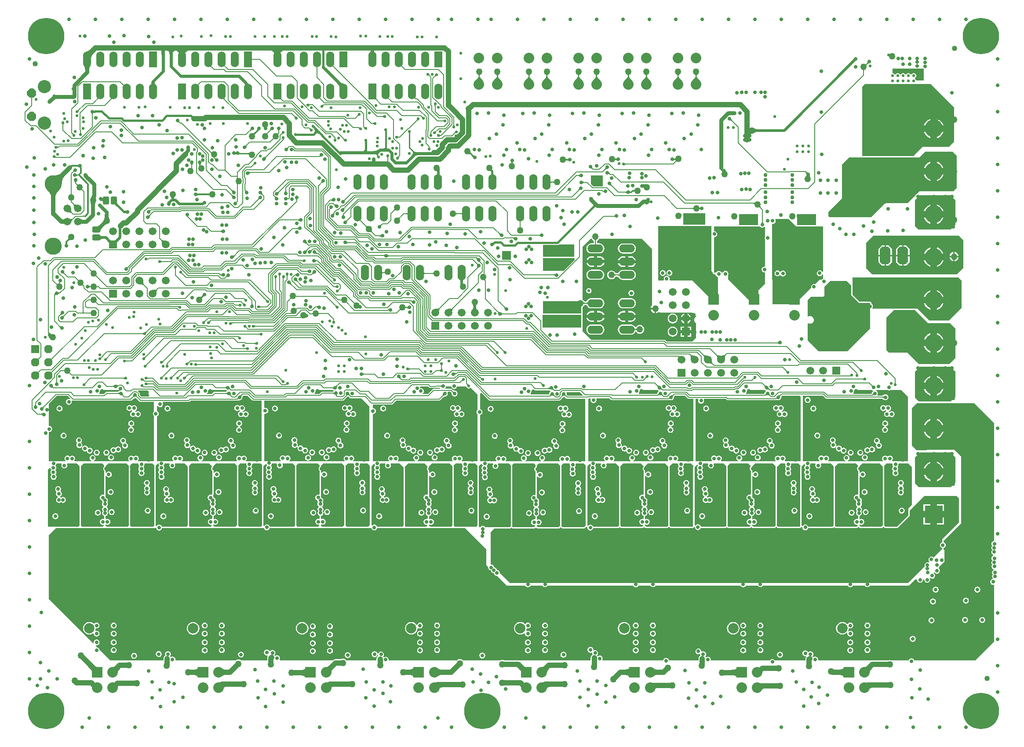
<source format=gbl>
G04*
G04 #@! TF.GenerationSoftware,Altium Limited,Altium Designer,19.1.8 (144)*
G04*
G04 Layer_Physical_Order=6*
G04 Layer_Color=16711680*
%FSLAX25Y25*%
%MOIN*%
G70*
G01*
G75*
%ADD10C,0.00800*%
%ADD13C,0.01000*%
%ADD15C,0.01200*%
%ADD19C,0.02400*%
%ADD24C,0.00600*%
%ADD28C,0.00700*%
G04:AMPARAMS|DCode=264|XSize=40mil|YSize=40mil|CornerRadius=20mil|HoleSize=0mil|Usage=FLASHONLY|Rotation=180.000|XOffset=0mil|YOffset=0mil|HoleType=Round|Shape=RoundedRectangle|*
%AMROUNDEDRECTD264*
21,1,0.04000,0.00000,0,0,180.0*
21,1,0.00000,0.04000,0,0,180.0*
1,1,0.04000,0.00000,0.00000*
1,1,0.04000,0.00000,0.00000*
1,1,0.04000,0.00000,0.00000*
1,1,0.04000,0.00000,0.00000*
%
%ADD264ROUNDEDRECTD264*%
%ADD287R,0.08000X0.08000*%
%ADD301C,0.02000*%
%ADD302C,0.00650*%
%ADD303C,0.01600*%
%ADD305C,0.04000*%
%ADD307C,0.02800*%
%ADD308C,0.01500*%
%ADD309C,0.03000*%
%ADD311C,0.00655*%
%ADD313C,0.02200*%
%ADD316C,0.01010*%
%ADD318C,0.01800*%
%ADD323C,0.05000*%
%ADD330C,0.05906*%
%ADD331R,0.05906X0.05906*%
%ADD332P,0.06711X8X292.5*%
%ADD333R,0.06200X0.06200*%
%ADD334O,0.06000X0.12000*%
%ADD335R,0.06000X0.12000*%
%ADD336C,0.27559*%
%ADD337C,0.08000*%
%ADD338O,0.13598X0.13600*%
%ADD339R,0.13598X0.13600*%
%ADD340O,0.12000X0.06000*%
%ADD341R,0.05906X0.05906*%
G04:AMPARAMS|DCode=342|XSize=133mil|YSize=83mil|CornerRadius=0mil|HoleSize=0mil|Usage=FLASHONLY|Rotation=180.000|XOffset=0mil|YOffset=0mil|HoleType=Round|Shape=Octagon|*
%AMOCTAGOND342*
4,1,8,-0.06650,0.02075,-0.06650,-0.02075,-0.04575,-0.04150,0.04575,-0.04150,0.06650,-0.02075,0.06650,0.02075,0.04575,0.04150,-0.04575,0.04150,-0.06650,0.02075,0.0*
%
%ADD342OCTAGOND342*%

%ADD343C,0.10000*%
%ADD344P,0.07577X8X292.5*%
%ADD345C,0.13050*%
%ADD346C,0.05800*%
G04:AMPARAMS|DCode=347|XSize=133mil|YSize=83mil|CornerRadius=0mil|HoleSize=0mil|Usage=FLASHONLY|Rotation=90.000|XOffset=0mil|YOffset=0mil|HoleType=Round|Shape=Octagon|*
%AMOCTAGOND347*
4,1,8,0.02075,0.06650,-0.02075,0.06650,-0.04150,0.04575,-0.04150,-0.04575,-0.02075,-0.06650,0.02075,-0.06650,0.04150,-0.04575,0.04150,0.04575,0.02075,0.06650,0.0*
%
%ADD347OCTAGOND347*%

%ADD348C,0.07874*%
%ADD349C,0.02300*%
%ADD350C,0.02800*%
%ADD351C,0.02900*%
%ADD352C,0.03000*%
%ADD379C,0.05000*%
G04:AMPARAMS|DCode=380|XSize=50mil|YSize=50mil|CornerRadius=25mil|HoleSize=0mil|Usage=FLASHONLY|Rotation=0.000|XOffset=0mil|YOffset=0mil|HoleType=Round|Shape=RoundedRectangle|*
%AMROUNDEDRECTD380*
21,1,0.05000,0.00000,0,0,0.0*
21,1,0.00000,0.05000,0,0,0.0*
1,1,0.05000,0.00000,0.00000*
1,1,0.05000,0.00000,0.00000*
1,1,0.05000,0.00000,0.00000*
1,1,0.05000,0.00000,0.00000*
%
%ADD380ROUNDEDRECTD380*%
G04:AMPARAMS|DCode=381|XSize=50mil|YSize=50mil|CornerRadius=25mil|HoleSize=0mil|Usage=FLASHONLY|Rotation=270.000|XOffset=0mil|YOffset=0mil|HoleType=Round|Shape=RoundedRectangle|*
%AMROUNDEDRECTD381*
21,1,0.05000,0.00000,0,0,270.0*
21,1,0.00000,0.05000,0,0,270.0*
1,1,0.05000,0.00000,0.00000*
1,1,0.05000,0.00000,0.00000*
1,1,0.05000,0.00000,0.00000*
1,1,0.05000,0.00000,0.00000*
%
%ADD381ROUNDEDRECTD381*%
G04:AMPARAMS|DCode=382|XSize=46mil|YSize=63mil|CornerRadius=11.5mil|HoleSize=0mil|Usage=FLASHONLY|Rotation=90.000|XOffset=0mil|YOffset=0mil|HoleType=Round|Shape=RoundedRectangle|*
%AMROUNDEDRECTD382*
21,1,0.04600,0.04000,0,0,90.0*
21,1,0.02300,0.06300,0,0,90.0*
1,1,0.02300,0.02000,0.01150*
1,1,0.02300,0.02000,-0.01150*
1,1,0.02300,-0.02000,-0.01150*
1,1,0.02300,-0.02000,0.01150*
%
%ADD382ROUNDEDRECTD382*%
G04:AMPARAMS|DCode=383|XSize=46mil|YSize=63mil|CornerRadius=11.5mil|HoleSize=0mil|Usage=FLASHONLY|Rotation=180.000|XOffset=0mil|YOffset=0mil|HoleType=Round|Shape=RoundedRectangle|*
%AMROUNDEDRECTD383*
21,1,0.04600,0.04000,0,0,180.0*
21,1,0.02300,0.06300,0,0,180.0*
1,1,0.02300,-0.01150,0.02000*
1,1,0.02300,0.01150,0.02000*
1,1,0.02300,0.01150,-0.02000*
1,1,0.02300,-0.01150,-0.02000*
%
%ADD383ROUNDEDRECTD383*%
%ADD384C,0.02900*%
%ADD385C,0.03200*%
%ADD386R,0.07020X0.06708*%
G36*
X-494444Y398700D02*
X-495203Y398660D01*
X-495884Y398540D01*
X-496484Y398340D01*
X-497004Y398060D01*
X-497443Y397700D01*
X-497803Y397260D01*
X-498065Y396775D01*
X-498041Y396718D01*
X-497947Y396568D01*
X-498141D01*
X-498284Y396140D01*
X-498404Y395460D01*
X-498444Y394700D01*
X-502444D01*
X-502484Y395460D01*
X-502603Y396140D01*
X-502746Y396568D01*
X-502940D01*
X-502846Y396718D01*
X-502823Y396775D01*
X-503084Y397260D01*
X-503443Y397700D01*
X-503884Y398060D01*
X-504403Y398340D01*
X-505003Y398540D01*
X-505203Y398575D01*
X-505660Y398484D01*
X-506180Y398316D01*
X-506620Y398100D01*
X-506980Y397836D01*
X-507260Y397524D01*
X-507460Y397164D01*
X-507580Y396756D01*
X-507593Y396604D01*
X-507620Y395100D01*
X-510020D01*
X-510114Y396942D01*
X-510180Y397164D01*
X-510380Y397524D01*
X-510660Y397836D01*
X-511020Y398100D01*
X-511460Y398316D01*
X-511980Y398484D01*
X-512580Y398604D01*
X-513260Y398676D01*
X-513664Y398689D01*
X-513706Y398132D01*
X-513760Y395100D01*
X-516160D01*
X-516375Y399287D01*
X-513545D01*
X-513586Y399206D01*
X-513622Y399050D01*
X-513629Y399000D01*
X-508820Y402700D01*
X-504931Y399709D01*
X-500444Y402700D01*
X-494444Y398700D01*
D02*
G37*
G36*
X-355098Y399407D02*
X-355003Y398329D01*
X-354920Y397891D01*
X-354813Y397520D01*
X-354682Y397217D01*
X-354527Y396981D01*
X-354348Y396813D01*
X-354146Y396712D01*
X-353920Y396678D01*
X-358701D01*
X-358475Y396712D01*
X-358272Y396813D01*
X-358094Y396981D01*
X-357939Y397217D01*
X-357808Y397520D01*
X-357701Y397891D01*
X-357617Y398329D01*
X-357558Y398834D01*
X-357522Y399407D01*
X-357510Y400047D01*
X-355110D01*
X-355098Y399407D01*
D02*
G37*
G36*
X-422377Y398700D02*
X-423137Y398660D01*
X-423817Y398540D01*
X-424417Y398340D01*
X-424937Y398060D01*
X-425377Y397700D01*
X-425737Y397260D01*
X-425998Y396775D01*
X-425975Y396718D01*
X-425880Y396568D01*
X-426074D01*
X-426217Y396140D01*
X-426337Y395460D01*
X-426377Y394700D01*
X-430377D01*
X-430417Y395460D01*
X-430537Y396140D01*
X-430680Y396568D01*
X-430873D01*
X-430779Y396718D01*
X-430756Y396775D01*
X-431017Y397260D01*
X-431377Y397700D01*
X-431817Y398060D01*
X-432337Y398340D01*
X-432937Y398540D01*
X-433617Y398660D01*
X-434377Y398700D01*
X-428377Y402700D01*
X-422377Y398700D01*
D02*
G37*
G36*
X-566679Y397361D02*
X-567406Y396607D01*
X-568563Y395224D01*
X-568995Y394595D01*
X-569328Y394009D01*
X-569563Y393464D01*
X-569699Y392961D01*
X-569738Y392500D01*
X-569678Y392081D01*
X-569520Y391704D01*
X-573096Y397845D01*
X-572807Y397897D01*
X-572492Y398001D01*
X-572152Y398155D01*
X-571785Y398360D01*
X-571393Y398616D01*
X-570974Y398922D01*
X-570059Y399688D01*
X-569041Y400657D01*
X-566679Y397361D01*
D02*
G37*
G36*
X-447461Y392443D02*
X-447443Y392392D01*
X-447412Y392347D01*
X-447370Y392308D01*
X-447315Y392275D01*
X-447247Y392248D01*
X-447168Y392227D01*
X-447076Y392212D01*
X-446972Y392203D01*
X-446856Y392200D01*
Y391600D01*
X-446972Y391597D01*
X-447076Y391588D01*
X-447168Y391573D01*
X-447247Y391552D01*
X-447315Y391525D01*
X-447370Y391492D01*
X-447412Y391453D01*
X-447443Y391408D01*
X-447461Y391357D01*
X-447468Y391300D01*
Y392500D01*
X-447461Y392443D01*
D02*
G37*
G36*
X20468Y388834D02*
X20309Y388831D01*
X20158Y388819D01*
X20015Y388799D01*
X19879Y388770D01*
X19750Y388731D01*
X19630Y388684D01*
X19516Y388629D01*
X19411Y388564D01*
X19313Y388490D01*
X19222Y388408D01*
X18656Y388974D01*
X18739Y389064D01*
X18812Y389162D01*
X18877Y389268D01*
X18933Y389381D01*
X18980Y389502D01*
X19018Y389630D01*
X19047Y389766D01*
X19068Y389910D01*
X19079Y390061D01*
X19082Y390220D01*
X20468Y388834D01*
D02*
G37*
G36*
X18814Y388000D02*
X18713Y387894D01*
X18627Y387790D01*
X18554Y387690D01*
X18495Y387593D01*
X18450Y387498D01*
X18420Y387407D01*
X18403Y387318D01*
X18401Y387233D01*
X18412Y387151D01*
X18438Y387072D01*
X17377Y388269D01*
X17452Y388235D01*
X17530Y388216D01*
X17612Y388211D01*
X17698Y388222D01*
X17786Y388248D01*
X17879Y388288D01*
X17975Y388344D01*
X18074Y388415D01*
X18177Y388500D01*
X18283Y388601D01*
X18814Y388000D01*
D02*
G37*
G36*
X-467938Y387292D02*
X-467959Y387241D01*
X-467966Y387186D01*
X-467960Y387125D01*
X-467941Y387060D01*
X-467908Y386989D01*
X-467862Y386914D01*
X-467803Y386834D01*
X-467731Y386749D01*
X-467645Y386659D01*
X-468056Y386222D01*
X-468146Y386307D01*
X-468230Y386379D01*
X-468309Y386437D01*
X-468384Y386481D01*
X-468453Y386512D01*
X-468516Y386530D01*
X-468575Y386534D01*
X-468629Y386524D01*
X-468678Y386501D01*
X-468721Y386464D01*
X-467904Y387338D01*
X-467938Y387292D01*
D02*
G37*
G36*
X-333817Y387270D02*
X-333838Y387220D01*
X-333845Y387165D01*
X-333840Y387105D01*
X-333821Y387039D01*
X-333788Y386970D01*
X-333743Y386895D01*
X-333684Y386815D01*
X-333612Y386730D01*
X-333527Y386641D01*
X-333941Y386207D01*
X-334030Y386292D01*
X-334115Y386363D01*
X-334194Y386421D01*
X-334268Y386466D01*
X-334337Y386497D01*
X-334401Y386514D01*
X-334460Y386518D01*
X-334513Y386508D01*
X-334562Y386485D01*
X-334606Y386449D01*
X-333783Y387316D01*
X-333817Y387270D01*
D02*
G37*
G36*
X-385895Y387249D02*
X-385917Y387199D01*
X-385925Y387144D01*
X-385919Y387084D01*
X-385901Y387019D01*
X-385869Y386950D01*
X-385823Y386875D01*
X-385765Y386796D01*
X-385693Y386712D01*
X-385608Y386622D01*
X-386026Y386192D01*
X-386115Y386276D01*
X-386199Y386348D01*
X-386278Y386405D01*
X-386352Y386450D01*
X-386421Y386481D01*
X-386485Y386498D01*
X-386544Y386502D01*
X-386598Y386493D01*
X-386647Y386470D01*
X-386691Y386434D01*
X-385861Y387294D01*
X-385895Y387249D01*
D02*
G37*
G36*
X-478244Y386900D02*
X-478270Y386855D01*
X-478283Y386804D01*
X-478281Y386748D01*
X-478266Y386685D01*
X-478236Y386617D01*
X-478192Y386544D01*
X-478133Y386465D01*
X-478061Y386379D01*
X-477974Y386288D01*
X-478457Y385923D01*
X-478548Y386010D01*
X-478635Y386084D01*
X-478717Y386145D01*
X-478795Y386193D01*
X-478868Y386228D01*
X-478936Y386251D01*
X-479000Y386260D01*
X-479059Y386256D01*
X-479114Y386240D01*
X-479164Y386210D01*
X-478203Y386939D01*
X-478244Y386900D01*
D02*
G37*
G36*
X-397837Y385965D02*
X-397887Y385945D01*
X-397932Y385913D01*
X-397970Y385868D01*
X-398003Y385810D01*
X-398029Y385739D01*
X-398050Y385655D01*
X-398065Y385559D01*
X-398074Y385450D01*
X-398077Y385327D01*
X-398677D01*
X-398680Y385450D01*
X-398689Y385559D01*
X-398704Y385655D01*
X-398724Y385739D01*
X-398751Y385810D01*
X-398784Y385868D01*
X-398822Y385913D01*
X-398867Y385945D01*
X-398917Y385965D01*
X-398973Y385971D01*
X-397780D01*
X-397837Y385965D01*
D02*
G37*
G36*
X-570203Y386974D02*
X-570372Y386687D01*
X-570522Y386369D01*
X-570651Y386022D01*
X-570761Y385645D01*
X-570851Y385239D01*
X-570921Y384802D01*
X-571000Y383840D01*
X-571010Y383314D01*
X-574010D01*
X-574020Y383840D01*
X-574100Y384802D01*
X-574170Y385239D01*
X-574259Y385645D01*
X-574369Y386022D01*
X-574499Y386369D01*
X-574648Y386687D01*
X-574817Y386974D01*
X-575007Y387232D01*
X-570014D01*
X-570203Y386974D01*
D02*
G37*
G36*
X16859Y383698D02*
X16791Y383652D01*
X16731Y383594D01*
X16679Y383523D01*
X16635Y383439D01*
X16599Y383343D01*
X16571Y383234D01*
X16551Y383113D01*
X16539Y382979D01*
X16535Y382832D01*
X15735D01*
X15731Y382979D01*
X15719Y383113D01*
X15699Y383234D01*
X15671Y383343D01*
X15635Y383439D01*
X15591Y383523D01*
X15539Y383594D01*
X15479Y383652D01*
X15411Y383698D01*
X15335Y383732D01*
X16935D01*
X16859Y383698D01*
D02*
G37*
G36*
X-312958Y380551D02*
X-312949Y380420D01*
X-312933Y380297D01*
X-312910Y380181D01*
X-312880Y380073D01*
X-312843Y379971D01*
X-312799Y379877D01*
X-312748Y379791D01*
X-312690Y379711D01*
X-312625Y379639D01*
X-313049Y379215D01*
X-313122Y379280D01*
X-313201Y379338D01*
X-313288Y379389D01*
X-313382Y379433D01*
X-313483Y379470D01*
X-313591Y379500D01*
X-313707Y379523D01*
X-313830Y379539D01*
X-313961Y379548D01*
X-314099Y379550D01*
X-312960Y380689D01*
X-312958Y380551D01*
D02*
G37*
G36*
X-307622Y379250D02*
X-307759Y379248D01*
X-307890Y379239D01*
X-308013Y379223D01*
X-308129Y379200D01*
X-308238Y379170D01*
X-308339Y379133D01*
X-308433Y379089D01*
X-308520Y379038D01*
X-308599Y378980D01*
X-308671Y378915D01*
X-309095Y379339D01*
X-309030Y379411D01*
X-308972Y379491D01*
X-308921Y379577D01*
X-308877Y379671D01*
X-308840Y379773D01*
X-308810Y379881D01*
X-308787Y379997D01*
X-308771Y380120D01*
X-308762Y380251D01*
X-308760Y380388D01*
X-307622Y379250D01*
D02*
G37*
G36*
X-110032Y380116D02*
X-110108Y380084D01*
X-110177Y380039D01*
X-110237Y379981D01*
X-110289Y379911D01*
X-110333Y379828D01*
X-110370Y379732D01*
X-110398Y379624D01*
X-110418Y379503D01*
X-110427Y379398D01*
X-110410Y379219D01*
X-110338Y378950D01*
X-110218Y378656D01*
X-110050Y378339D01*
X-109834Y377999D01*
X-109570Y377635D01*
X-108898Y376836D01*
X-108490Y376400D01*
X-108034Y375942D01*
X-113634D01*
X-113178Y376400D01*
X-112098Y377635D01*
X-111834Y377999D01*
X-111618Y378339D01*
X-111450Y378656D01*
X-111330Y378950D01*
X-111258Y379219D01*
X-111240Y379404D01*
X-111250Y379515D01*
X-111270Y379637D01*
X-111298Y379746D01*
X-111333Y379843D01*
X-111377Y379927D01*
X-111429Y379999D01*
X-111488Y380058D01*
X-111556Y380105D01*
X-111632Y380140D01*
X-110032Y380116D01*
D02*
G37*
G36*
X61882Y375933D02*
X56034D01*
X55955Y376330D01*
X55524Y376976D01*
X55051Y377292D01*
X55046Y377304D01*
Y377835D01*
X55051Y377848D01*
X55524Y378164D01*
X55955Y378809D01*
X56107Y379570D01*
X55955Y380330D01*
X55524Y380976D01*
X54879Y381407D01*
X54119Y381558D01*
X53358Y381407D01*
X52713Y380976D01*
X52396Y380502D01*
X52384Y380497D01*
X51853D01*
X51841Y380502D01*
X51525Y380976D01*
X50880Y381407D01*
X50119Y381558D01*
X49358Y381407D01*
X48713Y380976D01*
X48396Y380502D01*
X48384Y380497D01*
X47853D01*
X47841Y380502D01*
X47524Y380976D01*
X46880Y381407D01*
X46119Y381558D01*
X45358Y381407D01*
X44713Y380976D01*
X44396Y380502D01*
X44384Y380497D01*
X43853D01*
X43841Y380502D01*
X43525Y380976D01*
X42880Y381407D01*
X42119Y381558D01*
X41358Y381407D01*
X40713Y380976D01*
X40396Y380502D01*
X40384Y380497D01*
X39853D01*
X39841Y380502D01*
X39524Y380976D01*
X38879Y381407D01*
X38218Y381538D01*
Y385033D01*
X61882D01*
Y375933D01*
D02*
G37*
G36*
X-223251Y380094D02*
X-223319Y380048D01*
X-223379Y379990D01*
X-223431Y379919D01*
X-223475Y379835D01*
X-223511Y379739D01*
X-223539Y379630D01*
X-223559Y379509D01*
X-223569Y379403D01*
X-223551Y379221D01*
X-223479Y378951D01*
X-223358Y378657D01*
X-223189Y378342D01*
X-222972Y378003D01*
X-222707Y377642D01*
X-222032Y376852D01*
X-221622Y376423D01*
X-221163Y375971D01*
X-226763Y375912D01*
X-226309Y376378D01*
X-225235Y377627D01*
X-224972Y377994D01*
X-224757Y378337D01*
X-224590Y378655D01*
X-224471Y378948D01*
X-224399Y379217D01*
X-224381Y379398D01*
X-224391Y379509D01*
X-224411Y379630D01*
X-224439Y379739D01*
X-224475Y379835D01*
X-224519Y379919D01*
X-224571Y379990D01*
X-224631Y380048D01*
X-224699Y380094D01*
X-224775Y380128D01*
X-223175D01*
X-223251Y380094D01*
D02*
G37*
G36*
X-199227D02*
X-199295Y380048D01*
X-199355Y379990D01*
X-199407Y379919D01*
X-199451Y379835D01*
X-199487Y379739D01*
X-199515Y379630D01*
X-199535Y379509D01*
X-199545Y379397D01*
X-199527Y379216D01*
X-199456Y378947D01*
X-199337Y378654D01*
X-199170Y378336D01*
X-198956Y377992D01*
X-198694Y377624D01*
X-198027Y376811D01*
X-197169Y375898D01*
X-202768Y375985D01*
X-202309Y376433D01*
X-201221Y377645D01*
X-200956Y378005D01*
X-200738Y378343D01*
X-200569Y378658D01*
X-200448Y378951D01*
X-200375Y379222D01*
X-200358Y379403D01*
X-200367Y379509D01*
X-200387Y379630D01*
X-200415Y379739D01*
X-200451Y379835D01*
X-200495Y379919D01*
X-200547Y379990D01*
X-200607Y380048D01*
X-200675Y380094D01*
X-200751Y380128D01*
X-199151D01*
X-199227Y380094D01*
D02*
G37*
G36*
X-147747D02*
X-147815Y380048D01*
X-147875Y379990D01*
X-147927Y379919D01*
X-147971Y379835D01*
X-148007Y379739D01*
X-148035Y379630D01*
X-148055Y379509D01*
X-148065Y379397D01*
X-148047Y379216D01*
X-147976Y378947D01*
X-147857Y378654D01*
X-147690Y378336D01*
X-147476Y377992D01*
X-147214Y377624D01*
X-146547Y376811D01*
X-145689Y375898D01*
X-151289Y375985D01*
X-150829Y376433D01*
X-149741Y377645D01*
X-149476Y378005D01*
X-149258Y378343D01*
X-149089Y378658D01*
X-148968Y378951D01*
X-148895Y379222D01*
X-148878Y379403D01*
X-148887Y379509D01*
X-148907Y379630D01*
X-148935Y379739D01*
X-148971Y379835D01*
X-149015Y379919D01*
X-149067Y379990D01*
X-149127Y380048D01*
X-149195Y380094D01*
X-149271Y380128D01*
X-147671D01*
X-147747Y380094D01*
D02*
G37*
G36*
X-185577D02*
X-185645Y380048D01*
X-185705Y379990D01*
X-185757Y379919D01*
X-185801Y379835D01*
X-185837Y379739D01*
X-185865Y379630D01*
X-185885Y379509D01*
X-185895Y379404D01*
X-185877Y379222D01*
X-185804Y378951D01*
X-185683Y378658D01*
X-185514Y378343D01*
X-185296Y378006D01*
X-185030Y377646D01*
X-184353Y376862D01*
X-183942Y376436D01*
X-183482Y375989D01*
X-189081Y375894D01*
X-188629Y376364D01*
X-187558Y377623D01*
X-187296Y377992D01*
X-187082Y378335D01*
X-186915Y378654D01*
X-186796Y378947D01*
X-186725Y379215D01*
X-186707Y379397D01*
X-186717Y379509D01*
X-186737Y379630D01*
X-186765Y379739D01*
X-186801Y379835D01*
X-186845Y379919D01*
X-186897Y379990D01*
X-186957Y380048D01*
X-187025Y380094D01*
X-187101Y380128D01*
X-185501D01*
X-185577Y380094D01*
D02*
G37*
G36*
X-123801D02*
X-123869Y380048D01*
X-123929Y379990D01*
X-123981Y379919D01*
X-124025Y379835D01*
X-124061Y379739D01*
X-124089Y379630D01*
X-124109Y379509D01*
X-124119Y379396D01*
X-124101Y379214D01*
X-124030Y378946D01*
X-123911Y378653D01*
X-123745Y378334D01*
X-123532Y377989D01*
X-123270Y377619D01*
X-122606Y376801D01*
X-121751Y375879D01*
X-127350Y376003D01*
X-126889Y376447D01*
X-125798Y377650D01*
X-125531Y378007D01*
X-125313Y378344D01*
X-125143Y378658D01*
X-125022Y378952D01*
X-124949Y379223D01*
X-124932Y379404D01*
X-124941Y379509D01*
X-124961Y379630D01*
X-124989Y379739D01*
X-125025Y379835D01*
X-125069Y379919D01*
X-125121Y379990D01*
X-125181Y380048D01*
X-125249Y380094D01*
X-125325Y380128D01*
X-123725D01*
X-123801Y380094D01*
D02*
G37*
G36*
X-274575D02*
X-274643Y380048D01*
X-274703Y379990D01*
X-274755Y379919D01*
X-274799Y379835D01*
X-274835Y379739D01*
X-274863Y379630D01*
X-274883Y379509D01*
X-274893Y379394D01*
X-274875Y379212D01*
X-274804Y378945D01*
X-274686Y378652D01*
X-274520Y378332D01*
X-274307Y377987D01*
X-274047Y377614D01*
X-273385Y376790D01*
X-272533Y375861D01*
X-278130Y376020D01*
X-277668Y376460D01*
X-276574Y377654D01*
X-276307Y378010D01*
X-276088Y378345D01*
X-275918Y378659D01*
X-275796Y378952D01*
X-275724Y379224D01*
X-275706Y379405D01*
X-275715Y379509D01*
X-275735Y379630D01*
X-275763Y379739D01*
X-275799Y379835D01*
X-275843Y379919D01*
X-275895Y379990D01*
X-275955Y380048D01*
X-276023Y380094D01*
X-276099Y380128D01*
X-274499D01*
X-274575Y380094D01*
D02*
G37*
G36*
X-236823D02*
X-236891Y380048D01*
X-236951Y379990D01*
X-237003Y379919D01*
X-237047Y379835D01*
X-237083Y379739D01*
X-237111Y379630D01*
X-237131Y379509D01*
X-237142Y379391D01*
X-237124Y379207D01*
X-237053Y378942D01*
X-236936Y378649D01*
X-236771Y378329D01*
X-236560Y377980D01*
X-236301Y377604D01*
X-235643Y376769D01*
X-234797Y375823D01*
X-240392Y376055D01*
X-239928Y376486D01*
X-238827Y377662D01*
X-238558Y378014D01*
X-238338Y378346D01*
X-238167Y378659D01*
X-238045Y378952D01*
X-237972Y379225D01*
X-237954Y379407D01*
X-237963Y379509D01*
X-237983Y379630D01*
X-238011Y379739D01*
X-238047Y379835D01*
X-238091Y379919D01*
X-238143Y379990D01*
X-238203Y380048D01*
X-238271Y380094D01*
X-238347Y380128D01*
X-236747D01*
X-236823Y380094D01*
D02*
G37*
G36*
X-161397D02*
X-161465Y380048D01*
X-161525Y379990D01*
X-161577Y379919D01*
X-161621Y379835D01*
X-161657Y379739D01*
X-161685Y379630D01*
X-161705Y379509D01*
X-161716Y379389D01*
X-161698Y379205D01*
X-161627Y378941D01*
X-161510Y378648D01*
X-161346Y378327D01*
X-161136Y377977D01*
X-160878Y377599D01*
X-160222Y376758D01*
X-159379Y375804D01*
X-164973Y376073D01*
X-164507Y376500D01*
X-163404Y377666D01*
X-163134Y378016D01*
X-162913Y378347D01*
X-162742Y378659D01*
X-162619Y378952D01*
X-162546Y379225D01*
X-162528Y379408D01*
X-162537Y379509D01*
X-162557Y379630D01*
X-162585Y379739D01*
X-162621Y379835D01*
X-162665Y379919D01*
X-162717Y379990D01*
X-162777Y380048D01*
X-162845Y380094D01*
X-162921Y380128D01*
X-161321D01*
X-161397Y380094D01*
D02*
G37*
G36*
X-260691D02*
X-260759Y380048D01*
X-260819Y379990D01*
X-260871Y379919D01*
X-260915Y379835D01*
X-260951Y379739D01*
X-260979Y379630D01*
X-260999Y379509D01*
X-261010Y379387D01*
X-260992Y379203D01*
X-260922Y378939D01*
X-260805Y378646D01*
X-260642Y378324D01*
X-260432Y377974D01*
X-260175Y377594D01*
X-259522Y376747D01*
X-258682Y375785D01*
X-264273Y376090D01*
X-263806Y376513D01*
X-262700Y377669D01*
X-262430Y378018D01*
X-262209Y378348D01*
X-262036Y378659D01*
X-261913Y378952D01*
X-261840Y379226D01*
X-261822Y379408D01*
X-261831Y379509D01*
X-261851Y379630D01*
X-261879Y379739D01*
X-261915Y379835D01*
X-261959Y379919D01*
X-262011Y379990D01*
X-262071Y380048D01*
X-262139Y380094D01*
X-262215Y380128D01*
X-260615D01*
X-260691Y380094D01*
D02*
G37*
G36*
X-521305Y374875D02*
X-521232Y373868D01*
X-521188Y373622D01*
X-521134Y373421D01*
X-521070Y373264D01*
X-520997Y373152D01*
X-520913Y373085D01*
X-520820Y373063D01*
X-524200D01*
X-524107Y373085D01*
X-524024Y373152D01*
X-523950Y373264D01*
X-523887Y373421D01*
X-523833Y373622D01*
X-523789Y373868D01*
X-523754Y374159D01*
X-523715Y374875D01*
X-523710Y375300D01*
X-521310D01*
X-521305Y374875D01*
D02*
G37*
G36*
X-487690Y372896D02*
X-487775Y372807D01*
X-487846Y372723D01*
X-487904Y372644D01*
X-487949Y372570D01*
X-487981Y372501D01*
X-487999Y372436D01*
X-488004Y372377D01*
X-487995Y372322D01*
X-487974Y372272D01*
X-487939Y372228D01*
X-488776Y373081D01*
X-488731Y373045D01*
X-488682Y373023D01*
X-488628Y373013D01*
X-488569Y373018D01*
X-488505Y373035D01*
X-488436Y373066D01*
X-488362Y373110D01*
X-488283Y373168D01*
X-488200Y373239D01*
X-488111Y373323D01*
X-487690Y372896D01*
D02*
G37*
G36*
X-545138Y372856D02*
X-545055Y372786D01*
X-544978Y372730D01*
X-544907Y372688D01*
X-544841Y372661D01*
X-544781Y372647D01*
X-544727Y372648D01*
X-544678Y372663D01*
X-544636Y372692D01*
X-544599Y372736D01*
X-545278Y371727D01*
X-545251Y371779D01*
X-545236Y371835D01*
X-545234Y371896D01*
X-545244Y371960D01*
X-545267Y372028D01*
X-545302Y372101D01*
X-545350Y372178D01*
X-545411Y372259D01*
X-545483Y372345D01*
X-545569Y372434D01*
X-545227Y372941D01*
X-545138Y372856D01*
D02*
G37*
G36*
X-380755Y374859D02*
X-380462Y374615D01*
X-380159Y374396D01*
X-379848Y374202D01*
X-379528Y374031D01*
X-379198Y373885D01*
X-378860Y373764D01*
X-378513Y373666D01*
X-378156Y373593D01*
X-377791Y373545D01*
X-381367Y370375D01*
X-381221Y370549D01*
X-381139Y370754D01*
X-381122Y370989D01*
X-381170Y371256D01*
X-381283Y371554D01*
X-381460Y371883D01*
X-381701Y372243D01*
X-382008Y372633D01*
X-382379Y373055D01*
X-382815Y373508D01*
X-381040Y375127D01*
X-380755Y374859D01*
D02*
G37*
G36*
X-614030Y362844D02*
X-614081Y362826D01*
X-614126Y362795D01*
X-614165Y362752D01*
X-614198Y362697D01*
X-614225Y362630D01*
X-614246Y362550D01*
X-614261Y362458D01*
X-614270Y362354D01*
X-614273Y362238D01*
X-614873D01*
X-614876Y362354D01*
X-614885Y362458D01*
X-614900Y362550D01*
X-614921Y362630D01*
X-614948Y362697D01*
X-614981Y362752D01*
X-615020Y362795D01*
X-615065Y362826D01*
X-615116Y362844D01*
X-615173Y362850D01*
X-613973D01*
X-614030Y362844D01*
D02*
G37*
G36*
X-323709Y363163D02*
X-323727Y363109D01*
X-323732Y363051D01*
X-323723Y362988D01*
X-323701Y362920D01*
X-323666Y362847D01*
X-323617Y362769D01*
X-323555Y362686D01*
X-323480Y362598D01*
X-323391Y362505D01*
X-323776Y362042D01*
X-323868Y362129D01*
X-323955Y362203D01*
X-324035Y362263D01*
X-324110Y362308D01*
X-324180Y362339D01*
X-324243Y362357D01*
X-324301Y362360D01*
X-324354Y362349D01*
X-324400Y362323D01*
X-324441Y362284D01*
X-323678Y363211D01*
X-323709Y363163D01*
D02*
G37*
G36*
X-563834Y361933D02*
X-563883Y361963D01*
X-563937Y361981D01*
X-563996Y361984D01*
X-564059Y361976D01*
X-564128Y361953D01*
X-564201Y361918D01*
X-564279Y361870D01*
X-564361Y361808D01*
X-564448Y361734D01*
X-564540Y361646D01*
X-565016Y362019D01*
X-564929Y362110D01*
X-564856Y362196D01*
X-564797Y362276D01*
X-564752Y362350D01*
X-564721Y362419D01*
X-564705Y362482D01*
X-564703Y362539D01*
X-564715Y362590D01*
X-564741Y362636D01*
X-564781Y362676D01*
X-563834Y361933D01*
D02*
G37*
G36*
X-395883Y362970D02*
X-395904Y362920D01*
X-395912Y362865D01*
X-395906Y362805D01*
X-395887Y362739D01*
X-395855Y362670D01*
X-395810Y362595D01*
X-395751Y362515D01*
X-395679Y362430D01*
X-395593Y362341D01*
X-396008Y361907D01*
X-396097Y361992D01*
X-396181Y362063D01*
X-396260Y362121D01*
X-396334Y362166D01*
X-396403Y362197D01*
X-396467Y362214D01*
X-396526Y362218D01*
X-396580Y362209D01*
X-396629Y362185D01*
X-396673Y362149D01*
X-395849Y363016D01*
X-395883Y362970D01*
D02*
G37*
G36*
X-553484Y361786D02*
X-553538Y361810D01*
X-553597Y361823D01*
X-553659Y361823D01*
X-553726Y361810D01*
X-553797Y361785D01*
X-553872Y361747D01*
X-553951Y361697D01*
X-554035Y361634D01*
X-554122Y361559D01*
X-554214Y361472D01*
X-554741Y361793D01*
X-554656Y361883D01*
X-554584Y361967D01*
X-554528Y362045D01*
X-554486Y362117D01*
X-554459Y362182D01*
X-554446Y362242D01*
X-554448Y362295D01*
X-554465Y362342D01*
X-554496Y362383D01*
X-554542Y362418D01*
X-553484Y361786D01*
D02*
G37*
G36*
X-343942Y362798D02*
X-343965Y362750D01*
X-343975Y362697D01*
X-343972Y362638D01*
X-343954Y362574D01*
X-343923Y362505D01*
X-343879Y362431D01*
X-343820Y362351D01*
X-343748Y362266D01*
X-343662Y362176D01*
X-344106Y361771D01*
X-344196Y361858D01*
X-344282Y361931D01*
X-344363Y361991D01*
X-344439Y362037D01*
X-344510Y362071D01*
X-344576Y362090D01*
X-344637Y362097D01*
X-344693Y362091D01*
X-344745Y362071D01*
X-344791Y362037D01*
X-343904Y362841D01*
X-343942Y362798D01*
D02*
G37*
G36*
X-468383Y362442D02*
X-468413Y362400D01*
X-468429Y362352D01*
X-468431Y362298D01*
X-468418Y362239D01*
X-468391Y362173D01*
X-468350Y362102D01*
X-468294Y362025D01*
X-468224Y361942D01*
X-468139Y361853D01*
X-468653Y361518D01*
X-468743Y361604D01*
X-468829Y361678D01*
X-468911Y361739D01*
X-468988Y361787D01*
X-469062Y361823D01*
X-469131Y361847D01*
X-469197Y361858D01*
X-469258Y361857D01*
X-469314Y361843D01*
X-469367Y361817D01*
X-468338Y362478D01*
X-468383Y362442D01*
D02*
G37*
G36*
X-353357Y362388D02*
X-353375Y362334D01*
X-353376Y362271D01*
X-353359Y362199D01*
X-353326Y362119D01*
X-353274Y362030D01*
X-353206Y361932D01*
X-353121Y361825D01*
X-352898Y361585D01*
X-353349Y361188D01*
X-353471Y361305D01*
X-353690Y361490D01*
X-353787Y361558D01*
X-353876Y361609D01*
X-353957Y361643D01*
X-354029Y361660D01*
X-354094Y361661D01*
X-354150Y361645D01*
X-354198Y361612D01*
X-353322Y362434D01*
X-353357Y362388D01*
D02*
G37*
G36*
X-425424Y362572D02*
X-425428Y362506D01*
X-425412Y362428D01*
X-425376Y362339D01*
X-425321Y362239D01*
X-425247Y362127D01*
X-425152Y362004D01*
X-424905Y361724D01*
X-424753Y361567D01*
X-425222Y361188D01*
X-425354Y361315D01*
X-425586Y361514D01*
X-425686Y361586D01*
X-425776Y361639D01*
X-425856Y361673D01*
X-425925Y361689D01*
X-425984Y361686D01*
X-426032Y361664D01*
X-426071Y361624D01*
X-425401Y362627D01*
X-425424Y362572D01*
D02*
G37*
G36*
X-392903Y357253D02*
X-392964Y357186D01*
X-393022Y357110D01*
X-393076Y357026D01*
X-393126Y356933D01*
X-393172Y356832D01*
X-393215Y356722D01*
X-393290Y356477D01*
X-393321Y356342D01*
X-393350Y356198D01*
X-394257Y357528D01*
X-394130Y357507D01*
X-394009Y357496D01*
X-393893Y357494D01*
X-393783Y357503D01*
X-393679Y357521D01*
X-393580Y357549D01*
X-393488Y357587D01*
X-393401Y357635D01*
X-393320Y357693D01*
X-393245Y357760D01*
X-392903Y357253D01*
D02*
G37*
G36*
X-404321Y358253D02*
X-404090Y358113D01*
X-403980Y358057D01*
X-403873Y358009D01*
X-403768Y357970D01*
X-403668Y357939D01*
X-403570Y357917D01*
X-403476Y357904D01*
X-403385Y357900D01*
X-403275Y357300D01*
X-403375Y357295D01*
X-403473Y357278D01*
X-403569Y357250D01*
X-403661Y357212D01*
X-403751Y357162D01*
X-403839Y357102D01*
X-403923Y357031D01*
X-404005Y356948D01*
X-404085Y356855D01*
X-404162Y356750D01*
X-404441Y358336D01*
X-404321Y358253D01*
D02*
G37*
G36*
X-308001Y357280D02*
X-308087Y357181D01*
X-308163Y357083D01*
X-308228Y356984D01*
X-308284Y356887D01*
X-308329Y356789D01*
X-308365Y356691D01*
X-308390Y356594D01*
X-308405Y356497D01*
X-308410Y356400D01*
X-309010D01*
X-309015Y356497D01*
X-309030Y356594D01*
X-309056Y356691D01*
X-309091Y356789D01*
X-309137Y356887D01*
X-309192Y356984D01*
X-309258Y357083D01*
X-309333Y357181D01*
X-309419Y357280D01*
X-309515Y357379D01*
X-307905D01*
X-308001Y357280D01*
D02*
G37*
G36*
X-578774Y353059D02*
X-578834Y352994D01*
X-578891Y352920D01*
X-578945Y352837D01*
X-578997Y352745D01*
X-579046Y352645D01*
X-579137Y352417D01*
X-579178Y352290D01*
X-579254Y352009D01*
X-580087Y353387D01*
X-579963Y353360D01*
X-579845Y353344D01*
X-579732Y353338D01*
X-579625Y353342D01*
X-579522Y353357D01*
X-579425Y353383D01*
X-579333Y353419D01*
X-579247Y353466D01*
X-579166Y353524D01*
X-579090Y353592D01*
X-578774Y353059D01*
D02*
G37*
G36*
X-568037Y351683D02*
X-568095Y351576D01*
X-568145Y351441D01*
X-568156Y351400D01*
X-567630D01*
X-567759Y351268D01*
X-567977Y351012D01*
X-568065Y350887D01*
X-568140Y350765D01*
X-568201Y350645D01*
X-568249Y350529D01*
X-568283Y350414D01*
X-568297Y350335D01*
X-568310Y349751D01*
X-568910D01*
X-568914Y350073D01*
X-568942Y350429D01*
X-568971Y350529D01*
X-569019Y350645D01*
X-569080Y350765D01*
X-569155Y350887D01*
X-569243Y351012D01*
X-569345Y351139D01*
X-569590Y351400D01*
X-569064D01*
X-569075Y351441D01*
X-569126Y351576D01*
X-569183Y351683D01*
X-569247Y351764D01*
X-567973D01*
X-568037Y351683D01*
D02*
G37*
G36*
X-366222Y349150D02*
X-366359Y349148D01*
X-366490Y349139D01*
X-366613Y349123D01*
X-366729Y349100D01*
X-366838Y349070D01*
X-366939Y349033D01*
X-367033Y348989D01*
X-367120Y348938D01*
X-367199Y348880D01*
X-367271Y348815D01*
X-367695Y349239D01*
X-367630Y349311D01*
X-367572Y349391D01*
X-367521Y349477D01*
X-367477Y349571D01*
X-367440Y349673D01*
X-367410Y349781D01*
X-367387Y349897D01*
X-367371Y350020D01*
X-367362Y350151D01*
X-367360Y350289D01*
X-366222Y349150D01*
D02*
G37*
G36*
X-347832Y347895D02*
X-347930Y347991D01*
X-348029Y348077D01*
X-348128Y348153D01*
X-348226Y348218D01*
X-348324Y348274D01*
X-348422Y348319D01*
X-348519Y348355D01*
X-348616Y348380D01*
X-348713Y348395D01*
X-348810Y348400D01*
Y349000D01*
X-348713Y349005D01*
X-348616Y349020D01*
X-348519Y349045D01*
X-348422Y349081D01*
X-348324Y349126D01*
X-348226Y349182D01*
X-348128Y349248D01*
X-348029Y349323D01*
X-347930Y349409D01*
X-347832Y349505D01*
Y347895D01*
D02*
G37*
G36*
X-414899Y348720D02*
X-414819Y348662D01*
X-414733Y348611D01*
X-414639Y348567D01*
X-414538Y348530D01*
X-414429Y348500D01*
X-414313Y348477D01*
X-414190Y348461D01*
X-414059Y348452D01*
X-413922Y348450D01*
X-415060Y347311D01*
X-415062Y347449D01*
X-415071Y347580D01*
X-415087Y347703D01*
X-415110Y347819D01*
X-415140Y347927D01*
X-415177Y348029D01*
X-415221Y348123D01*
X-415272Y348209D01*
X-415330Y348289D01*
X-415395Y348361D01*
X-414971Y348785D01*
X-414899Y348720D01*
D02*
G37*
G36*
X-318499Y348620D02*
X-318420Y348562D01*
X-318333Y348511D01*
X-318239Y348467D01*
X-318138Y348430D01*
X-318029Y348400D01*
X-317913Y348377D01*
X-317790Y348361D01*
X-317659Y348352D01*
X-317522Y348350D01*
X-318660Y347212D01*
X-318662Y347349D01*
X-318671Y347480D01*
X-318687Y347603D01*
X-318710Y347719D01*
X-318740Y347827D01*
X-318777Y347929D01*
X-318821Y348023D01*
X-318872Y348109D01*
X-318930Y348189D01*
X-318995Y348261D01*
X-318571Y348685D01*
X-318499Y348620D01*
D02*
G37*
G36*
X-492387Y348851D02*
X-491954Y348475D01*
X-491893Y348436D01*
X-491842Y348409D01*
X-491799Y348394D01*
X-491765Y348391D01*
X-493004Y346872D01*
X-493011Y346889D01*
X-493030Y346916D01*
X-493060Y346953D01*
X-493222Y347131D01*
X-493602Y347519D01*
X-492500Y348962D01*
X-492387Y348851D01*
D02*
G37*
G36*
X-321287Y345772D02*
X-321431Y345741D01*
X-321693Y345669D01*
X-321812Y345628D01*
X-322022Y345537D01*
X-322115Y345486D01*
X-322199Y345432D01*
X-322274Y345375D01*
X-322340Y345314D01*
X-322856Y345647D01*
X-322789Y345722D01*
X-322731Y345803D01*
X-322684Y345890D01*
X-322646Y345982D01*
X-322619Y346080D01*
X-322602Y346184D01*
X-322594Y346293D01*
X-322597Y346408D01*
X-322610Y346528D01*
X-322634Y346654D01*
X-321287Y345772D01*
D02*
G37*
G36*
X-84129Y346817D02*
X-84016Y346314D01*
X-83969Y346172D01*
X-83919Y346044D01*
X-83864Y345928D01*
X-83805Y345826D01*
X-83741Y345736D01*
X-83673Y345660D01*
X-84034Y345172D01*
X-84121Y345248D01*
X-84216Y345313D01*
X-84322Y345367D01*
X-84437Y345410D01*
X-84562Y345442D01*
X-84696Y345464D01*
X-84840Y345474D01*
X-84994Y345474D01*
X-85158Y345463D01*
X-85331Y345440D01*
X-84158Y347011D01*
X-84129Y346817D01*
D02*
G37*
G36*
X-301932Y344495D02*
X-302030Y344591D01*
X-302129Y344677D01*
X-302227Y344753D01*
X-302326Y344818D01*
X-302424Y344874D01*
X-302521Y344919D01*
X-302619Y344955D01*
X-302716Y344980D01*
X-302814Y344995D01*
X-302910Y345000D01*
Y345600D01*
X-302814Y345605D01*
X-302716Y345620D01*
X-302619Y345645D01*
X-302521Y345681D01*
X-302424Y345726D01*
X-302326Y345782D01*
X-302227Y345848D01*
X-302129Y345923D01*
X-302030Y346009D01*
X-301932Y346105D01*
Y344495D01*
D02*
G37*
G36*
X-502540Y345358D02*
X-502529Y345030D01*
X-502510Y344882D01*
X-502482Y344744D01*
X-502444Y344617D01*
X-502398Y344501D01*
X-502342Y344396D01*
X-502277Y344301D01*
X-502203Y344217D01*
X-502653Y343819D01*
X-502733Y343889D01*
X-502825Y343954D01*
X-502930Y344012D01*
X-503046Y344063D01*
X-503174Y344109D01*
X-503315Y344147D01*
X-503468Y344179D01*
X-503632Y344205D01*
X-503997Y344237D01*
X-502532Y345539D01*
X-502540Y345358D01*
D02*
G37*
G36*
X-355031Y342495D02*
X-355130Y342591D01*
X-355229Y342677D01*
X-355328Y342753D01*
X-355426Y342818D01*
X-355524Y342874D01*
X-355622Y342919D01*
X-355719Y342955D01*
X-355816Y342980D01*
X-355913Y342995D01*
X-356010Y343000D01*
Y343600D01*
X-355913Y343605D01*
X-355816Y343620D01*
X-355719Y343646D01*
X-355622Y343681D01*
X-355524Y343726D01*
X-355426Y343782D01*
X-355328Y343847D01*
X-355229Y343923D01*
X-355130Y344009D01*
X-355031Y344105D01*
Y342495D01*
D02*
G37*
G36*
X-590101Y343080D02*
X-590187Y342981D01*
X-590263Y342883D01*
X-590328Y342785D01*
X-590384Y342687D01*
X-590429Y342589D01*
X-590465Y342491D01*
X-590490Y342394D01*
X-590505Y342297D01*
X-590510Y342200D01*
X-591110D01*
X-591115Y342297D01*
X-591130Y342394D01*
X-591156Y342491D01*
X-591191Y342589D01*
X-591236Y342687D01*
X-591292Y342785D01*
X-591358Y342883D01*
X-591433Y342981D01*
X-591519Y343080D01*
X-591615Y343179D01*
X-590005D01*
X-590101Y343080D01*
D02*
G37*
G36*
X-294110Y342267D02*
X-294106Y342173D01*
X-294091Y342077D01*
X-294068Y341979D01*
X-294035Y341880D01*
X-293992Y341779D01*
X-293940Y341676D01*
X-293878Y341571D01*
X-293807Y341465D01*
X-293637Y341247D01*
X-295241Y341387D01*
X-295140Y341475D01*
X-295050Y341564D01*
X-294970Y341655D01*
X-294901Y341746D01*
X-294843Y341839D01*
X-294795Y341933D01*
X-294758Y342028D01*
X-294731Y342125D01*
X-294715Y342223D01*
X-294710Y342322D01*
X-294110Y342267D01*
D02*
G37*
G36*
X-362350Y340919D02*
X-362270Y340861D01*
X-362184Y340810D01*
X-362090Y340766D01*
X-361988Y340729D01*
X-361880Y340699D01*
X-361764Y340676D01*
X-361641Y340660D01*
X-361510Y340651D01*
X-361372Y340649D01*
X-362511Y339511D01*
X-362513Y339649D01*
X-362522Y339779D01*
X-362538Y339902D01*
X-362561Y340018D01*
X-362591Y340127D01*
X-362628Y340228D01*
X-362672Y340322D01*
X-362723Y340408D01*
X-362781Y340488D01*
X-362846Y340560D01*
X-362422Y340984D01*
X-362350Y340919D01*
D02*
G37*
G36*
X-366301Y340333D02*
X-366234Y340280D01*
X-366167Y340236D01*
X-366101Y340201D01*
X-366034Y340176D01*
X-365967Y340159D01*
X-365899Y340151D01*
X-365832Y340153D01*
X-365765Y340163D01*
X-365698Y340183D01*
X-366453Y339231D01*
X-366449Y339303D01*
X-366453Y339375D01*
X-366466Y339448D01*
X-366487Y339522D01*
X-366517Y339596D01*
X-366555Y339670D01*
X-366601Y339745D01*
X-366656Y339820D01*
X-366720Y339895D01*
X-366792Y339971D01*
X-366367Y340395D01*
X-366301Y340333D01*
D02*
G37*
G36*
X-403471Y339726D02*
X-403396Y339669D01*
X-403313Y339615D01*
X-403220Y339564D01*
X-403119Y339517D01*
X-403010Y339472D01*
X-402765Y339394D01*
X-402629Y339359D01*
X-402485Y339328D01*
X-403833Y338448D01*
X-403810Y338574D01*
X-403797Y338694D01*
X-403793Y338809D01*
X-403800Y338918D01*
X-403818Y339021D01*
X-403845Y339119D01*
X-403882Y339212D01*
X-403930Y339298D01*
X-403987Y339380D01*
X-404055Y339455D01*
X-403538Y339787D01*
X-403471Y339726D01*
D02*
G37*
G36*
X-447287Y338263D02*
X-447472Y338261D01*
X-447807Y338234D01*
X-447958Y338208D01*
X-448097Y338175D01*
X-448225Y338134D01*
X-448341Y338085D01*
X-448446Y338028D01*
X-448540Y337963D01*
X-448622Y337890D01*
X-449046Y338314D01*
X-448974Y338397D01*
X-448909Y338490D01*
X-448852Y338595D01*
X-448803Y338712D01*
X-448762Y338839D01*
X-448728Y338979D01*
X-448703Y339129D01*
X-448685Y339291D01*
X-448673Y339649D01*
X-447287Y338263D01*
D02*
G37*
G36*
X-432309Y338258D02*
X-432494Y338256D01*
X-432829Y338229D01*
X-432980Y338203D01*
X-433119Y338170D01*
X-433247Y338128D01*
X-433363Y338079D01*
X-433468Y338022D01*
X-433562Y337958D01*
X-433644Y337885D01*
X-434068Y338309D01*
X-433996Y338392D01*
X-433931Y338485D01*
X-433874Y338590D01*
X-433825Y338707D01*
X-433784Y338834D01*
X-433750Y338974D01*
X-433725Y339124D01*
X-433707Y339286D01*
X-433695Y339644D01*
X-432309Y338258D01*
D02*
G37*
G36*
X-442031Y338305D02*
X-442164Y338280D01*
X-442292Y338248D01*
X-442416Y338209D01*
X-442536Y338163D01*
X-442652Y338109D01*
X-442764Y338049D01*
X-442871Y337981D01*
X-442975Y337905D01*
X-443075Y337823D01*
X-443170Y337733D01*
X-444004Y338314D01*
X-443912Y338413D01*
X-443832Y338516D01*
X-443764Y338621D01*
X-443708Y338730D01*
X-443664Y338842D01*
X-443632Y338956D01*
X-443613Y339074D01*
X-443605Y339194D01*
X-443610Y339318D01*
X-443626Y339444D01*
X-442031Y338305D01*
D02*
G37*
G36*
X-426418Y338606D02*
X-426636Y338350D01*
X-426724Y338225D01*
X-426799Y338103D01*
X-426860Y337983D01*
X-426908Y337866D01*
X-426942Y337752D01*
X-426962Y337640D01*
X-426969Y337530D01*
X-427569D01*
X-427576Y337640D01*
X-427596Y337752D01*
X-427630Y337866D01*
X-427678Y337983D01*
X-427739Y338103D01*
X-427814Y338225D01*
X-427902Y338350D01*
X-428004Y338477D01*
X-428249Y338738D01*
X-426289D01*
X-426418Y338606D01*
D02*
G37*
G36*
X-345318Y338066D02*
X-345338Y338016D01*
X-345355Y337956D01*
X-345370Y337887D01*
X-345382Y337808D01*
X-345401Y337621D01*
X-345410Y337395D01*
X-345411Y337268D01*
X-346611Y336948D01*
X-346614Y337073D01*
X-346634Y337293D01*
X-346652Y337389D01*
X-346675Y337475D01*
X-346704Y337551D01*
X-346737Y337617D01*
X-346776Y337673D01*
X-346819Y337720D01*
X-346868Y337757D01*
X-345296Y338106D01*
X-345318Y338066D01*
D02*
G37*
G36*
X-307725Y337161D02*
X-307790Y337089D01*
X-307848Y337009D01*
X-307899Y336923D01*
X-307943Y336829D01*
X-307980Y336727D01*
X-308010Y336619D01*
X-308033Y336503D01*
X-308049Y336380D01*
X-308058Y336249D01*
X-308060Y336111D01*
X-309199Y337250D01*
X-309061Y337252D01*
X-308930Y337261D01*
X-308807Y337277D01*
X-308691Y337300D01*
X-308583Y337330D01*
X-308482Y337367D01*
X-308388Y337411D01*
X-308301Y337462D01*
X-308222Y337520D01*
X-308149Y337585D01*
X-307725Y337161D01*
D02*
G37*
G36*
X-445018Y335885D02*
X-445142Y335754D01*
X-445248Y335626D01*
X-445335Y335502D01*
X-445405Y335382D01*
X-445456Y335265D01*
X-445489Y335152D01*
X-445504Y335042D01*
X-445501Y334936D01*
X-445479Y334834D01*
X-445440Y334735D01*
X-446978Y336013D01*
X-446872Y335991D01*
X-446764Y335985D01*
X-446652Y335995D01*
X-446538Y336022D01*
X-446420Y336065D01*
X-446300Y336125D01*
X-446177Y336200D01*
X-446052Y336293D01*
X-445923Y336401D01*
X-445792Y336526D01*
X-445018Y335885D01*
D02*
G37*
G36*
X-66834Y339750D02*
X-66566Y339580D01*
X-66294Y339431D01*
X-66019Y339301D01*
X-65742Y339192D01*
X-65462Y339102D01*
X-65179Y339032D01*
X-64893Y338982D01*
X-64605Y338952D01*
X-64313Y338943D01*
Y336943D01*
X-64605Y336933D01*
X-64893Y336903D01*
X-65179Y336853D01*
X-65462Y336783D01*
X-65742Y336693D01*
X-66019Y336584D01*
X-66294Y336454D01*
X-66566Y336305D01*
X-66834Y336135D01*
X-67100Y335946D01*
Y339939D01*
X-66834Y339750D01*
D02*
G37*
G36*
X-435608Y335922D02*
X-435684Y335841D01*
X-435748Y335764D01*
X-435799Y335691D01*
X-435838Y335622D01*
X-435865Y335557D01*
X-435880Y335495D01*
X-435882Y335437D01*
X-435873Y335382D01*
X-435850Y335332D01*
X-435816Y335285D01*
X-436810Y335958D01*
X-436752Y335942D01*
X-436691Y335936D01*
X-436627Y335941D01*
X-436562Y335956D01*
X-436493Y335981D01*
X-436423Y336017D01*
X-436349Y336063D01*
X-436274Y336120D01*
X-436195Y336186D01*
X-436114Y336263D01*
X-435608Y335922D01*
D02*
G37*
G36*
X-292780Y335852D02*
X-292915Y335857D01*
X-293043Y335853D01*
X-293165Y335842D01*
X-293280Y335823D01*
X-293387Y335797D01*
X-293488Y335762D01*
X-293582Y335720D01*
X-293669Y335670D01*
X-293749Y335612D01*
X-293822Y335546D01*
X-294224Y335993D01*
X-294160Y336063D01*
X-294102Y336142D01*
X-294050Y336228D01*
X-294005Y336322D01*
X-293965Y336424D01*
X-293932Y336533D01*
X-293904Y336650D01*
X-293883Y336774D01*
X-293868Y336907D01*
X-293859Y337047D01*
X-292780Y335852D01*
D02*
G37*
G36*
X-577105Y336703D02*
X-577090Y336606D01*
X-577065Y336509D01*
X-577029Y336411D01*
X-576984Y336314D01*
X-576928Y336215D01*
X-576863Y336117D01*
X-576787Y336019D01*
X-576701Y335920D01*
X-576605Y335821D01*
X-578215D01*
X-578119Y335920D01*
X-578033Y336019D01*
X-577958Y336117D01*
X-577892Y336215D01*
X-577837Y336314D01*
X-577791Y336411D01*
X-577756Y336509D01*
X-577730Y336606D01*
X-577715Y336703D01*
X-577710Y336800D01*
X-577110D01*
X-577105Y336703D01*
D02*
G37*
G36*
X-427276Y335611D02*
X-427352Y335530D01*
X-427418Y335452D01*
X-427471Y335377D01*
X-427514Y335305D01*
X-427546Y335235D01*
X-427566Y335169D01*
X-427575Y335105D01*
X-427573Y335044D01*
X-427559Y334986D01*
X-427534Y334931D01*
X-429659Y333649D01*
X-430941Y331524D01*
X-430996Y331549D01*
X-431054Y331562D01*
X-431115Y331565D01*
X-431179Y331556D01*
X-431246Y331536D01*
X-431315Y331504D01*
X-431387Y331461D01*
X-431462Y331407D01*
X-431540Y331342D01*
X-431621Y331265D01*
X-432057Y331678D01*
X-431981Y331758D01*
X-431916Y331836D01*
X-431863Y331911D01*
X-431821Y331982D01*
X-431791Y332051D01*
X-431772Y332116D01*
X-431765Y332179D01*
X-431770Y332238D01*
X-431786Y332295D01*
X-431813Y332348D01*
X-429659Y333649D01*
X-428359Y335803D01*
X-428305Y335775D01*
X-428249Y335759D01*
X-428189Y335755D01*
X-428126Y335762D01*
X-428061Y335781D01*
X-427992Y335811D01*
X-427921Y335852D01*
X-427846Y335906D01*
X-427769Y335970D01*
X-427688Y336047D01*
X-427276Y335611D01*
D02*
G37*
G36*
X-327363Y336316D02*
X-327415Y336247D01*
X-327461Y336172D01*
X-327500Y336091D01*
X-327534Y336003D01*
X-327561Y335910D01*
X-327583Y335810D01*
X-327598Y335704D01*
X-327607Y335592D01*
X-327610Y335474D01*
X-328610D01*
X-328613Y335592D01*
X-328622Y335704D01*
X-328638Y335810D01*
X-328659Y335910D01*
X-328686Y336003D01*
X-328720Y336091D01*
X-328760Y336172D01*
X-328805Y336247D01*
X-328857Y336316D01*
X-328915Y336379D01*
X-327305D01*
X-327363Y336316D01*
D02*
G37*
G36*
X-397311Y338436D02*
X-396674Y335254D01*
X-396929Y335484D01*
X-397183Y335662D01*
X-397438Y335789D01*
X-397692Y335865D01*
X-397947Y335891D01*
X-398202Y335865D01*
X-398456Y335789D01*
X-398711Y335662D01*
X-398965Y335484D01*
X-399220Y335254D01*
X-400493Y336527D01*
X-400264Y336782D01*
X-400085Y337036D01*
X-399958Y337291D01*
X-399882Y337545D01*
X-399856Y337800D01*
X-399882Y338055D01*
X-399958Y338309D01*
X-400085Y338564D01*
X-400264Y338818D01*
X-400493Y339073D01*
X-397311Y338436D01*
D02*
G37*
G36*
X-423822Y335450D02*
X-423959Y335448D01*
X-424090Y335439D01*
X-424213Y335423D01*
X-424329Y335400D01*
X-424438Y335370D01*
X-424539Y335333D01*
X-424633Y335289D01*
X-424719Y335238D01*
X-424799Y335180D01*
X-424871Y335115D01*
X-425295Y335539D01*
X-425230Y335611D01*
X-425172Y335691D01*
X-425121Y335777D01*
X-425077Y335871D01*
X-425040Y335973D01*
X-425010Y336081D01*
X-424987Y336197D01*
X-424971Y336320D01*
X-424962Y336451D01*
X-424960Y336589D01*
X-423822Y335450D01*
D02*
G37*
G36*
X-311505Y335803D02*
X-311490Y335706D01*
X-311465Y335609D01*
X-311429Y335511D01*
X-311384Y335414D01*
X-311328Y335315D01*
X-311263Y335217D01*
X-311187Y335119D01*
X-311101Y335020D01*
X-311005Y334921D01*
X-312615D01*
X-312519Y335020D01*
X-312433Y335119D01*
X-312358Y335217D01*
X-312292Y335315D01*
X-312236Y335414D01*
X-312191Y335511D01*
X-312156Y335609D01*
X-312130Y335706D01*
X-312115Y335803D01*
X-312110Y335900D01*
X-311510D01*
X-311505Y335803D01*
D02*
G37*
G36*
X-583391Y335822D02*
X-583311Y335764D01*
X-583224Y335713D01*
X-583130Y335669D01*
X-583029Y335632D01*
X-582921Y335602D01*
X-582805Y335579D01*
X-582682Y335563D01*
X-582551Y335554D01*
X-582413Y335552D01*
X-583552Y334413D01*
X-583554Y334551D01*
X-583563Y334682D01*
X-583579Y334805D01*
X-583602Y334921D01*
X-583632Y335029D01*
X-583669Y335130D01*
X-583713Y335224D01*
X-583764Y335311D01*
X-583822Y335390D01*
X-583887Y335463D01*
X-583463Y335887D01*
X-583391Y335822D01*
D02*
G37*
G36*
X-305390Y334909D02*
X-305291Y334823D01*
X-305193Y334748D01*
X-305095Y334682D01*
X-304997Y334626D01*
X-304899Y334581D01*
X-304801Y334545D01*
X-304704Y334520D01*
X-304607Y334505D01*
X-304510Y334500D01*
Y333900D01*
X-304607Y333895D01*
X-304704Y333880D01*
X-304801Y333855D01*
X-304899Y333819D01*
X-304997Y333774D01*
X-305095Y333718D01*
X-305193Y333653D01*
X-305291Y333577D01*
X-305390Y333491D01*
X-305489Y333395D01*
Y335005D01*
X-305390Y334909D01*
D02*
G37*
G36*
X-336990Y333709D02*
X-336891Y333623D01*
X-336793Y333547D01*
X-336695Y333482D01*
X-336597Y333426D01*
X-336499Y333381D01*
X-336401Y333346D01*
X-336304Y333320D01*
X-336207Y333305D01*
X-336110Y333300D01*
Y332700D01*
X-336207Y332695D01*
X-336304Y332680D01*
X-336401Y332655D01*
X-336499Y332619D01*
X-336597Y332574D01*
X-336695Y332518D01*
X-336793Y332453D01*
X-336891Y332377D01*
X-336990Y332291D01*
X-337089Y332195D01*
Y333805D01*
X-336990Y333709D01*
D02*
G37*
G36*
X-384265Y332179D02*
X-384250Y332081D01*
X-384223Y331984D01*
X-384187Y331889D01*
X-384140Y331793D01*
X-384082Y331699D01*
X-384014Y331605D01*
X-383936Y331512D01*
X-383847Y331420D01*
X-383747Y331329D01*
X-385354Y331232D01*
X-385262Y331338D01*
X-385107Y331547D01*
X-385045Y331650D01*
X-384991Y331751D01*
X-384948Y331852D01*
X-384914Y331950D01*
X-384890Y332048D01*
X-384875Y332144D01*
X-384871Y332240D01*
X-384271Y332277D01*
X-384265Y332179D01*
D02*
G37*
G36*
X-423204Y331715D02*
X-423248Y331667D01*
X-423286Y331611D01*
X-423319Y331547D01*
X-423347Y331475D01*
X-423370Y331395D01*
X-423387Y331306D01*
X-423400Y331208D01*
X-423408Y331103D01*
X-423410Y330989D01*
X-424210D01*
X-424213Y331103D01*
X-424233Y331306D01*
X-424251Y331395D01*
X-424274Y331475D01*
X-424302Y331547D01*
X-424335Y331611D01*
X-424373Y331667D01*
X-424416Y331715D01*
X-424464Y331754D01*
X-423156D01*
X-423204Y331715D01*
D02*
G37*
G36*
X-377791Y331713D02*
X-377710Y331656D01*
X-377623Y331609D01*
X-377531Y331572D01*
X-377434Y331546D01*
X-377332Y331531D01*
X-377224Y331526D01*
X-377111Y331532D01*
X-376993Y331548D01*
X-376869Y331575D01*
X-377706Y330199D01*
X-377742Y330344D01*
X-377865Y330725D01*
X-377912Y330835D01*
X-378013Y331027D01*
X-378067Y331110D01*
X-378124Y331184D01*
X-378184Y331249D01*
X-377867Y331781D01*
X-377791Y331713D01*
D02*
G37*
G36*
X-451300Y326675D02*
X-451373Y326593D01*
X-451438Y326499D01*
X-451494Y326394D01*
X-451544Y326278D01*
X-451585Y326150D01*
X-451618Y326011D01*
X-451644Y325860D01*
X-451661Y325698D01*
X-451673Y325340D01*
X-453059Y326726D01*
X-452874Y326728D01*
X-452539Y326756D01*
X-452389Y326781D01*
X-452249Y326815D01*
X-452122Y326856D01*
X-452005Y326905D01*
X-451900Y326962D01*
X-451807Y327027D01*
X-451724Y327099D01*
X-451300Y326675D01*
D02*
G37*
G36*
X-312905Y325615D02*
X-312890Y325518D01*
X-312865Y325420D01*
X-312829Y325323D01*
X-312784Y325225D01*
X-312728Y325127D01*
X-312663Y325029D01*
X-312587Y324930D01*
X-312501Y324832D01*
X-312405Y324733D01*
X-314015D01*
X-313919Y324832D01*
X-313833Y324930D01*
X-313758Y325029D01*
X-313692Y325127D01*
X-313636Y325225D01*
X-313591Y325323D01*
X-313556Y325420D01*
X-313530Y325518D01*
X-313515Y325615D01*
X-313510Y325712D01*
X-312910D01*
X-312905Y325615D01*
D02*
G37*
G36*
X-595190Y326009D02*
X-595091Y325923D01*
X-594993Y325848D01*
X-594895Y325782D01*
X-594797Y325726D01*
X-594699Y325681D01*
X-594601Y325645D01*
X-594504Y325620D01*
X-594407Y325605D01*
X-594310Y325600D01*
Y325000D01*
X-594407Y324995D01*
X-594504Y324980D01*
X-594601Y324955D01*
X-594699Y324919D01*
X-594797Y324874D01*
X-594895Y324818D01*
X-594993Y324753D01*
X-595091Y324677D01*
X-595190Y324591D01*
X-595289Y324495D01*
Y326105D01*
X-595190Y326009D01*
D02*
G37*
G36*
X-419937Y324849D02*
X-420010Y324767D01*
X-420075Y324673D01*
X-420131Y324568D01*
X-420181Y324452D01*
X-420222Y324324D01*
X-420255Y324185D01*
X-420281Y324034D01*
X-420298Y323872D01*
X-420310Y323514D01*
X-421696Y324900D01*
X-421512Y324902D01*
X-421176Y324929D01*
X-421026Y324955D01*
X-420886Y324989D01*
X-420759Y325030D01*
X-420642Y325079D01*
X-420537Y325136D01*
X-420444Y325201D01*
X-420361Y325273D01*
X-419937Y324849D01*
D02*
G37*
G36*
X-345409Y326092D02*
X-345339Y325049D01*
X-345269Y324888D01*
X-345158Y324732D01*
X-345016Y324600D01*
X-344842Y324492D01*
X-344637Y324408D01*
X-344400Y324348D01*
X-344131Y324312D01*
X-343831Y324300D01*
X-346011Y321900D01*
X-349011Y324300D01*
X-348555Y324312D01*
X-348147Y324348D01*
X-347787Y324408D01*
X-347475Y324492D01*
X-347211Y324600D01*
X-346995Y324732D01*
X-346827Y324888D01*
X-346707Y325068D01*
X-346642Y325252D01*
X-346614Y326092D01*
X-346611Y326539D01*
X-345411D01*
X-345409Y326092D01*
D02*
G37*
G36*
X-459409Y321415D02*
X-459379Y321409D01*
X-459249Y321395D01*
X-459116Y321390D01*
Y320390D01*
X-459249Y320385D01*
X-459379Y320371D01*
X-459409Y320365D01*
Y319910D01*
X-459505Y320001D01*
X-459606Y320083D01*
X-459710Y320155D01*
X-459819Y320217D01*
X-459836Y320226D01*
X-459854Y320217D01*
X-459963Y320155D01*
X-460067Y320083D01*
X-460168Y320001D01*
X-460264Y319910D01*
Y320365D01*
X-460294Y320371D01*
X-460424Y320385D01*
X-460557Y320390D01*
Y321390D01*
X-460424Y321395D01*
X-460294Y321409D01*
X-460264Y321415D01*
Y321870D01*
X-460168Y321779D01*
X-460067Y321697D01*
X-459963Y321625D01*
X-459854Y321563D01*
X-459836Y321554D01*
X-459819Y321563D01*
X-459710Y321625D01*
X-459606Y321697D01*
X-459505Y321779D01*
X-459409Y321870D01*
Y321415D01*
D02*
G37*
G36*
X-478503Y321721D02*
X-478427Y321658D01*
X-478356Y321607D01*
X-478290Y321569D01*
X-478228Y321544D01*
X-478170Y321532D01*
X-478117Y321532D01*
X-478068Y321545D01*
X-478024Y321571D01*
X-477985Y321610D01*
X-478507Y320530D01*
X-478500Y320587D01*
X-478502Y320648D01*
X-478514Y320711D01*
X-478535Y320777D01*
X-478565Y320845D01*
X-478605Y320916D01*
X-478654Y320989D01*
X-478713Y321065D01*
X-478781Y321143D01*
X-478858Y321224D01*
X-478583Y321797D01*
X-478503Y321721D01*
D02*
G37*
G36*
X-281748Y321560D02*
X-281752Y321450D01*
X-281739Y321337D01*
X-281711Y321221D01*
X-281666Y321102D01*
X-281605Y320980D01*
X-281527Y320856D01*
X-281434Y320729D01*
X-281324Y320599D01*
X-281198Y320467D01*
X-281831Y319671D01*
X-281963Y319796D01*
X-282092Y319902D01*
X-282217Y319990D01*
X-282338Y320060D01*
X-282456Y320111D01*
X-282570Y320144D01*
X-282680Y320158D01*
X-282786Y320153D01*
X-282889Y320130D01*
X-282988Y320089D01*
X-281728Y321668D01*
X-281748Y321560D01*
D02*
G37*
G36*
X-457086Y321381D02*
X-457020Y321286D01*
X-456945Y321202D01*
X-456861Y321130D01*
X-456768Y321069D01*
X-456667Y321018D01*
X-456556Y320979D01*
X-456436Y320952D01*
X-456308Y320935D01*
X-456170Y320929D01*
X-456551Y319929D01*
X-456679Y319926D01*
X-456933Y319903D01*
X-457058Y319882D01*
X-457305Y319824D01*
X-457428Y319785D01*
X-457669Y319691D01*
X-457788Y319636D01*
X-457143Y321486D01*
X-457086Y321381D01*
D02*
G37*
G36*
X-450160Y319413D02*
X-450179Y319511D01*
X-450217Y319599D01*
X-450272Y319676D01*
X-450346Y319743D01*
X-450437Y319800D01*
X-450546Y319847D01*
X-450673Y319883D01*
X-450817Y319909D01*
X-450980Y319924D01*
X-451160Y319929D01*
X-450835Y320929D01*
X-450654Y320933D01*
X-450326Y320964D01*
X-450180Y320992D01*
X-450046Y321027D01*
X-449924Y321070D01*
X-449814Y321121D01*
X-449716Y321179D01*
X-449630Y321245D01*
X-449555Y321320D01*
X-450160Y319413D01*
D02*
G37*
G36*
X-352410Y321300D02*
X-352575Y320575D01*
X-351454D01*
X-351541Y320451D01*
X-351618Y320321D01*
X-351687Y320185D01*
X-351746Y320042D01*
X-351796Y319893D01*
X-351837Y319738D01*
X-351869Y319576D01*
X-351892Y319408D01*
X-351906Y319233D01*
X-351910Y319052D01*
X-352910D01*
X-352912Y319112D01*
X-352934Y319290D01*
X-353006Y319460D01*
X-353126Y319610D01*
X-353294Y319740D01*
X-353510Y319850D01*
X-353774Y319940D01*
X-354086Y320010D01*
X-354854Y320090D01*
X-355310Y320100D01*
X-355307Y322500D01*
X-354837Y322515D01*
X-354385Y322558D01*
X-353953Y322630D01*
X-353539Y322732D01*
X-353145Y322862D01*
X-352770Y323022D01*
X-352414Y323210D01*
X-352076Y323427D01*
X-351758Y323673D01*
X-351459Y323949D01*
X-352410Y321300D01*
D02*
G37*
G36*
X67249Y373170D02*
X84755Y355664D01*
Y329456D01*
X80777Y325478D01*
X60904Y325478D01*
X53954Y318529D01*
X53900Y318470D01*
X15127D01*
X15127Y371070D01*
X16927Y372870D01*
X17227Y373170D01*
X67249Y373170D01*
D02*
G37*
G36*
X-395078Y318214D02*
X-395210Y318228D01*
X-395337Y318231D01*
X-395458Y318224D01*
X-395575Y318207D01*
X-395687Y318180D01*
X-395793Y318142D01*
X-395895Y318094D01*
X-395992Y318036D01*
X-396083Y317967D01*
X-396170Y317888D01*
X-396594Y318312D01*
X-396515Y318399D01*
X-396447Y318491D01*
X-396388Y318587D01*
X-396340Y318689D01*
X-396302Y318795D01*
X-396275Y318907D01*
X-396258Y319024D01*
X-396251Y319146D01*
X-396254Y319272D01*
X-396268Y319404D01*
X-395078Y318214D01*
D02*
G37*
G36*
X-325513Y323103D02*
X-324487Y322195D01*
X-324286Y322049D01*
X-324109Y321936D01*
X-323954Y321854D01*
X-323821Y321806D01*
X-323711Y321790D01*
X-324447Y321053D01*
X-323712Y320590D01*
X-320814Y319390D01*
X-321287Y319373D01*
X-321746Y319322D01*
X-322191Y319237D01*
X-322622Y319118D01*
X-323039Y318965D01*
X-323441Y318779D01*
X-323830Y318558D01*
X-324205Y318303D01*
X-324565Y318015D01*
X-324912Y317692D01*
X-326611Y319388D01*
X-326295Y319717D01*
X-326028Y320027D01*
X-325809Y320317D01*
X-325638Y320587D01*
X-325515Y320837D01*
X-325440Y321068D01*
X-325413Y321278D01*
X-325434Y321469D01*
X-325463Y321539D01*
X-325707Y321833D01*
X-326225Y322391D01*
X-326534Y322704D01*
X-325826Y323411D01*
X-325513Y323103D01*
D02*
G37*
G36*
X86627Y318770D02*
Y294200D01*
X84209Y291782D01*
X58313D01*
X56185Y289654D01*
X55869Y289443D01*
X55657Y289127D01*
X49607Y283076D01*
X33353D01*
X32504Y282725D01*
X22208Y272429D01*
X22145Y272360D01*
X-9625D01*
X-10639Y273374D01*
Y276182D01*
X-187Y286634D01*
Y312218D01*
X5117Y317522D01*
X14767D01*
X15127Y317451D01*
X53900D01*
X53917Y317454D01*
X53934Y317451D01*
X54111Y317493D01*
X54259Y317522D01*
X58547D01*
X62993Y321968D01*
X83429D01*
X86627Y318770D01*
D02*
G37*
G36*
X-596522Y318312D02*
X-596502Y318271D01*
X-596476Y318234D01*
X-596443Y318202D01*
X-596404Y318175D01*
X-596357Y318153D01*
X-596305Y318136D01*
X-596245Y318124D01*
X-596179Y318116D01*
X-596106Y318114D01*
Y317514D01*
X-596215Y317512D01*
X-596408Y317498D01*
X-596493Y317486D01*
X-596570Y317471D01*
X-596639Y317452D01*
X-596700Y317430D01*
X-596753Y317404D01*
X-596798Y317375D01*
X-596835Y317342D01*
X-596535Y318359D01*
X-596522Y318312D01*
D02*
G37*
G36*
X-279953Y319229D02*
X-279850Y319149D01*
X-279745Y319084D01*
X-279640Y319033D01*
X-279532Y318995D01*
X-279423Y318972D01*
X-279313Y318964D01*
X-279201Y318969D01*
X-279088Y318988D01*
X-278973Y319021D01*
X-279840Y317264D01*
X-279884Y317386D01*
X-279986Y317621D01*
X-280044Y317734D01*
X-280177Y317950D01*
X-280251Y318053D01*
X-280414Y318250D01*
X-280503Y318343D01*
X-280054Y319322D01*
X-279953Y319229D01*
D02*
G37*
G36*
X-344001Y318080D02*
X-344087Y317981D01*
X-344163Y317883D01*
X-344228Y317785D01*
X-344284Y317687D01*
X-344329Y317589D01*
X-344365Y317491D01*
X-344390Y317394D01*
X-344405Y317297D01*
X-344410Y317200D01*
X-345010D01*
X-345015Y317297D01*
X-345030Y317394D01*
X-345056Y317491D01*
X-345091Y317589D01*
X-345136Y317687D01*
X-345192Y317785D01*
X-345258Y317883D01*
X-345333Y317981D01*
X-345419Y318080D01*
X-345515Y318179D01*
X-343905D01*
X-344001Y318080D01*
D02*
G37*
G36*
X-335875Y318061D02*
X-335940Y317989D01*
X-335998Y317909D01*
X-336049Y317823D01*
X-336093Y317729D01*
X-336130Y317627D01*
X-336160Y317519D01*
X-336183Y317403D01*
X-336199Y317280D01*
X-336208Y317149D01*
X-336210Y317011D01*
X-337349Y318150D01*
X-337211Y318152D01*
X-337081Y318161D01*
X-336957Y318177D01*
X-336841Y318200D01*
X-336733Y318230D01*
X-336632Y318267D01*
X-336538Y318311D01*
X-336451Y318362D01*
X-336371Y318420D01*
X-336299Y318485D01*
X-335875Y318061D01*
D02*
G37*
G36*
X-126373Y315170D02*
X-126435Y315261D01*
X-126510Y315341D01*
X-126599Y315413D01*
X-126701Y315474D01*
X-126817Y315527D01*
X-126946Y315569D01*
X-127089Y315602D01*
X-127129Y315609D01*
X-127161Y315602D01*
X-127281Y315569D01*
X-127398Y315527D01*
X-127511Y315474D01*
X-127619Y315412D01*
X-127723Y315341D01*
X-127822Y315261D01*
X-127918Y315170D01*
Y317130D01*
X-127822Y317040D01*
X-127723Y316959D01*
X-127619Y316888D01*
X-127511Y316826D01*
X-127398Y316774D01*
X-127281Y316731D01*
X-127195Y316707D01*
X-127078Y316739D01*
X-126959Y316786D01*
X-126856Y316843D01*
X-126768Y316911D01*
X-126696Y316990D01*
X-126639Y317078D01*
X-126599Y317178D01*
X-126373Y315170D01*
D02*
G37*
G36*
X-436584Y317650D02*
X-436667Y317559D01*
X-436740Y317461D01*
X-436804Y317355D01*
X-436860Y317242D01*
X-436906Y317121D01*
X-436943Y316993D01*
X-436971Y316857D01*
X-436990Y316714D01*
X-437000Y316564D01*
X-437001Y316406D01*
X-438405Y317773D01*
X-438245Y317778D01*
X-438094Y317791D01*
X-437950Y317813D01*
X-437814Y317844D01*
X-437685Y317883D01*
X-437564Y317931D01*
X-437451Y317987D01*
X-437346Y318052D01*
X-437248Y318126D01*
X-437157Y318208D01*
X-436584Y317650D01*
D02*
G37*
G36*
X-475512Y317182D02*
X-475418Y317117D01*
X-475313Y317060D01*
X-475197Y317011D01*
X-475069Y316970D01*
X-474930Y316936D01*
X-474779Y316911D01*
X-474617Y316893D01*
X-474259Y316881D01*
X-475645Y315495D01*
X-475647Y315680D01*
X-475675Y316015D01*
X-475700Y316166D01*
X-475734Y316305D01*
X-475775Y316433D01*
X-475824Y316549D01*
X-475881Y316654D01*
X-475946Y316748D01*
X-476018Y316830D01*
X-475594Y317254D01*
X-475512Y317182D01*
D02*
G37*
G36*
X-172064Y317072D02*
X-172002Y316984D01*
X-171925Y316907D01*
X-171833Y316840D01*
X-171726Y316784D01*
X-171604Y316738D01*
X-171540Y316721D01*
X-171503Y316731D01*
X-171386Y316774D01*
X-171274Y316826D01*
X-171166Y316888D01*
X-171062Y316959D01*
X-170962Y317040D01*
X-170867Y317130D01*
Y315170D01*
X-170962Y315261D01*
X-171062Y315341D01*
X-171166Y315412D01*
X-171274Y315474D01*
X-171386Y315527D01*
X-171503Y315569D01*
X-171572Y315588D01*
X-171662Y315566D01*
X-171788Y315522D01*
X-171901Y315468D01*
X-172000Y315404D01*
X-172084Y315330D01*
X-172155Y315246D01*
X-172211Y315152D01*
X-172111Y317169D01*
X-172064Y317072D01*
D02*
G37*
G36*
X-124493Y315645D02*
X-124515Y315638D01*
X-124550Y315617D01*
X-124598Y315581D01*
X-124731Y315468D01*
X-125147Y315071D01*
X-125283Y314937D01*
X-125707Y315361D01*
X-124998Y316150D01*
X-124493Y315645D01*
D02*
G37*
G36*
X-209374Y316755D02*
X-209309Y316669D01*
X-209230Y316593D01*
X-209136Y316526D01*
X-209027Y316470D01*
X-208903Y316425D01*
X-208765Y316389D01*
X-208612Y316364D01*
X-208580Y316361D01*
X-208565Y316362D01*
X-208440Y316386D01*
X-208319Y316419D01*
X-208202Y316462D01*
X-208090Y316514D01*
X-207982Y316576D01*
X-207878Y316647D01*
X-207778Y316728D01*
X-207683Y316818D01*
Y314858D01*
X-207778Y314949D01*
X-207878Y315029D01*
X-207982Y315101D01*
X-208090Y315162D01*
X-208202Y315214D01*
X-208319Y315257D01*
X-208440Y315290D01*
X-208565Y315314D01*
X-208590Y315317D01*
X-208631Y315313D01*
X-208785Y315288D01*
X-208925Y315253D01*
X-209050Y315208D01*
X-209161Y315153D01*
X-209257Y315088D01*
X-209340Y315013D01*
X-209408Y314928D01*
X-209461Y314832D01*
X-209424Y316852D01*
X-209374Y316755D01*
D02*
G37*
G36*
X-125505Y314290D02*
X-125559Y314316D01*
X-125617Y314331D01*
X-125677Y314334D01*
X-125740Y314326D01*
X-125806Y314307D01*
X-125875Y314276D01*
X-125947Y314234D01*
X-126022Y314180D01*
X-126100Y314115D01*
X-126180Y314039D01*
X-126604Y314463D01*
X-126528Y314544D01*
X-126463Y314621D01*
X-126409Y314696D01*
X-126367Y314768D01*
X-126336Y314837D01*
X-126317Y314903D01*
X-126309Y314967D01*
X-126312Y315027D01*
X-126327Y315084D01*
X-126354Y315138D01*
X-125505Y314290D01*
D02*
G37*
G36*
X-354254Y316206D02*
X-354183Y315075D01*
X-354140Y314766D01*
X-354025Y314250D01*
X-353953Y314042D01*
X-353872Y313869D01*
X-353781Y313729D01*
X-356937D01*
X-356846Y313869D01*
X-356765Y314042D01*
X-356693Y314250D01*
X-356631Y314491D01*
X-356578Y314766D01*
X-356502Y315419D01*
X-356478Y315795D01*
X-356459Y316651D01*
X-354259D01*
X-354254Y316206D01*
D02*
G37*
G36*
X-249352Y314258D02*
X-249479Y314138D01*
X-249592Y314019D01*
X-249693Y313900D01*
X-249780Y313782D01*
X-249853Y313664D01*
X-249914Y313547D01*
X-249951Y313456D01*
X-249939Y313426D01*
X-249904Y313359D01*
X-249861Y313302D01*
X-249813Y313256D01*
X-249757Y313220D01*
X-249696Y313196D01*
X-250013Y313204D01*
X-250014Y313200D01*
X-250021Y313085D01*
X-250676Y313115D01*
X-250682Y313220D01*
X-251005Y313228D01*
X-250943Y313250D01*
X-250887Y313282D01*
X-250837Y313326D01*
X-250794Y313381D01*
X-250758Y313447D01*
X-250743Y313485D01*
X-250777Y313576D01*
X-250834Y313698D01*
X-250904Y313822D01*
X-250986Y313949D01*
X-251081Y314078D01*
X-251309Y314344D01*
X-249352Y314258D01*
D02*
G37*
G36*
X-445122Y312154D02*
X-445260Y312152D01*
X-445390Y312143D01*
X-445513Y312127D01*
X-445629Y312104D01*
X-445738Y312074D01*
X-445839Y312037D01*
X-445933Y311993D01*
X-446020Y311942D01*
X-446099Y311884D01*
X-446171Y311819D01*
X-446595Y312243D01*
X-446530Y312315D01*
X-446472Y312395D01*
X-446421Y312481D01*
X-446377Y312575D01*
X-446340Y312677D01*
X-446310Y312785D01*
X-446287Y312901D01*
X-446271Y313024D01*
X-446262Y313155D01*
X-446260Y313293D01*
X-445122Y312154D01*
D02*
G37*
G36*
X-492330Y312698D02*
X-492428Y312583D01*
X-492516Y312467D01*
X-492591Y312350D01*
X-492655Y312232D01*
X-492707Y312114D01*
X-492747Y311994D01*
X-492776Y311874D01*
X-492794Y311753D01*
X-492800Y311630D01*
X-493600D01*
X-493606Y311753D01*
X-493623Y311874D01*
X-493652Y311994D01*
X-493692Y312114D01*
X-493745Y312232D01*
X-493809Y312350D01*
X-493884Y312467D01*
X-493971Y312583D01*
X-494069Y312698D01*
X-494180Y312812D01*
X-492220D01*
X-492330Y312698D01*
D02*
G37*
G36*
X-165076Y313133D02*
X-164977Y313047D01*
X-164878Y312971D01*
X-164780Y312906D01*
X-164682Y312850D01*
X-164584Y312805D01*
X-164487Y312769D01*
X-164390Y312744D01*
X-164292Y312729D01*
X-164196Y312724D01*
Y312124D01*
X-164292Y312119D01*
X-164390Y312104D01*
X-164487Y312078D01*
X-164584Y312043D01*
X-164682Y311997D01*
X-164780Y311942D01*
X-164878Y311876D01*
X-164977Y311801D01*
X-165076Y311715D01*
X-165174Y311619D01*
Y313229D01*
X-165076Y313133D01*
D02*
G37*
G36*
X-486203Y312712D02*
X-486302Y312597D01*
X-486389Y312481D01*
X-486464Y312364D01*
X-486528Y312247D01*
X-486580Y312128D01*
X-486621Y312009D01*
X-486632Y311963D01*
X-486614Y311897D01*
X-486581Y311817D01*
X-486540Y311754D01*
X-486492Y311708D01*
X-486437Y311679D01*
X-486374Y311665D01*
X-486304Y311669D01*
X-487720Y310925D01*
X-487673Y310984D01*
X-487631Y311059D01*
X-487594Y311149D01*
X-487562Y311255D01*
X-487535Y311376D01*
X-487513Y311513D01*
X-487485Y311810D01*
X-487496Y311888D01*
X-487525Y312009D01*
X-487566Y312128D01*
X-487618Y312247D01*
X-487682Y312364D01*
X-487757Y312481D01*
X-487844Y312597D01*
X-487943Y312712D01*
X-488053Y312826D01*
X-486093D01*
X-486203Y312712D01*
D02*
G37*
G36*
X-578975Y310294D02*
X-579053Y310367D01*
X-579138Y310431D01*
X-579230Y310488D01*
X-579330Y310538D01*
X-579437Y310579D01*
X-579551Y310613D01*
X-579672Y310640D01*
X-579801Y310659D01*
X-579937Y310670D01*
X-580080Y310674D01*
Y311874D01*
X-579937Y311878D01*
X-579801Y311890D01*
X-579672Y311909D01*
X-579551Y311935D01*
X-579437Y311969D01*
X-579330Y312011D01*
X-579230Y312060D01*
X-579138Y312118D01*
X-579053Y312182D01*
X-578975Y312254D01*
Y310294D01*
D02*
G37*
G36*
X-583749Y310850D02*
X-583773Y310817D01*
X-583797Y310765D01*
X-583821Y310695D01*
X-583845Y310608D01*
X-583892Y310378D01*
X-583960Y309898D01*
X-583983Y309702D01*
X-585746Y311465D01*
X-585549Y311487D01*
X-584752Y311626D01*
X-584683Y311650D01*
X-584631Y311674D01*
X-584597Y311699D01*
X-583749Y310850D01*
D02*
G37*
G36*
X-576898Y310371D02*
X-576908Y310334D01*
X-576909Y310294D01*
X-576900Y310249D01*
X-576882Y310201D01*
X-576854Y310148D01*
X-576817Y310092D01*
X-576771Y310031D01*
X-576715Y309967D01*
X-576649Y309899D01*
X-577788Y309341D01*
X-578349Y309925D01*
X-576878Y310404D01*
X-576898Y310371D01*
D02*
G37*
G36*
X-189515Y310420D02*
X-189503Y310269D01*
X-189483Y310125D01*
X-189454Y309989D01*
X-189416Y309861D01*
X-189368Y309740D01*
X-189313Y309627D01*
X-189248Y309521D01*
X-189174Y309423D01*
X-189092Y309332D01*
X-189658Y308767D01*
X-189748Y308849D01*
X-189847Y308923D01*
X-189952Y308987D01*
X-190065Y309043D01*
X-190186Y309090D01*
X-190315Y309128D01*
X-190451Y309157D01*
X-190594Y309178D01*
X-190745Y309190D01*
X-190904Y309192D01*
X-189518Y310578D01*
X-189515Y310420D01*
D02*
G37*
G36*
X-178136Y308700D02*
X-178321Y308698D01*
X-178656Y308671D01*
X-178807Y308645D01*
X-178946Y308612D01*
X-179074Y308571D01*
X-179190Y308521D01*
X-179295Y308465D01*
X-179389Y308400D01*
X-179471Y308327D01*
X-179895Y308751D01*
X-179823Y308834D01*
X-179758Y308927D01*
X-179701Y309032D01*
X-179652Y309149D01*
X-179611Y309276D01*
X-179578Y309416D01*
X-179552Y309566D01*
X-179534Y309728D01*
X-179522Y310086D01*
X-178136Y308700D01*
D02*
G37*
G36*
X-90529Y309046D02*
X-90529Y308984D01*
X-90516Y308916D01*
X-90489Y308842D01*
X-90449Y308761D01*
X-90395Y308675D01*
X-90327Y308582D01*
X-90246Y308483D01*
X-90044Y308266D01*
X-91774Y307733D01*
X-92304Y308301D01*
X-90515Y309101D01*
X-90529Y309046D01*
D02*
G37*
G36*
X-467623Y308594D02*
X-467619Y308476D01*
X-467606Y308361D01*
X-467585Y308250D01*
X-467555Y308142D01*
X-467517Y308038D01*
X-467470Y307938D01*
X-467415Y307840D01*
X-467352Y307747D01*
X-467279Y307657D01*
X-467199Y307570D01*
X-467623Y307146D01*
X-467710Y307226D01*
X-467800Y307298D01*
X-467894Y307362D01*
X-467991Y307417D01*
X-468091Y307464D01*
X-468195Y307502D01*
X-468303Y307532D01*
X-468414Y307553D01*
X-468529Y307566D01*
X-468647Y307570D01*
X-468823Y308170D01*
X-468709Y308176D01*
X-468607Y308194D01*
X-468517Y308224D01*
X-468439Y308266D01*
X-468373Y308320D01*
X-468319Y308386D01*
X-468277Y308464D01*
X-468247Y308554D01*
X-468229Y308656D01*
X-468223Y308770D01*
X-467623Y308594D01*
D02*
G37*
G36*
X-581762Y306520D02*
X-581937Y306539D01*
X-582102Y306548D01*
X-582257Y306546D01*
X-582402Y306534D01*
X-582537Y306511D01*
X-582663Y306478D01*
X-582778Y306434D01*
X-582884Y306379D01*
X-582979Y306314D01*
X-583065Y306239D01*
X-583434Y306718D01*
X-583366Y306796D01*
X-583302Y306886D01*
X-583243Y306989D01*
X-583189Y307105D01*
X-583139Y307233D01*
X-583095Y307375D01*
X-583055Y307529D01*
X-582989Y307876D01*
X-582964Y308068D01*
X-581762Y306520D01*
D02*
G37*
G36*
X-449928Y306864D02*
X-449294Y306571D01*
X-449161Y306524D01*
X-448928Y306461D01*
X-448828Y306446D01*
X-448737Y306440D01*
X-448552Y305840D01*
X-448670Y305833D01*
X-448784Y305810D01*
X-448894Y305772D01*
X-449000Y305720D01*
X-449101Y305652D01*
X-449199Y305569D01*
X-449293Y305471D01*
X-449382Y305358D01*
X-449467Y305230D01*
X-449548Y305086D01*
X-450113Y306963D01*
X-449928Y306864D01*
D02*
G37*
G36*
X-177218Y306601D02*
X-177037Y306413D01*
X-176098Y305470D01*
X-176473Y304713D01*
X-176573Y304805D01*
X-176671Y304878D01*
X-176768Y304934D01*
X-176863Y304971D01*
X-176955Y304989D01*
X-177047Y304990D01*
X-177136Y304972D01*
X-177224Y304936D01*
X-177310Y304881D01*
X-177394Y304809D01*
X-177236Y306622D01*
X-177218Y306601D01*
D02*
G37*
G36*
X-27622Y306848D02*
X-27443Y306702D01*
X-27255Y306570D01*
X-27058Y306452D01*
X-26852Y306348D01*
X-26637Y306257D01*
X-26414Y306180D01*
X-26342Y306160D01*
X-26259Y306152D01*
X-25865Y306139D01*
X-25938Y306066D01*
X-25689Y306030D01*
X-27240Y304479D01*
X-27276Y304728D01*
X-27349Y304654D01*
X-27351Y304858D01*
X-27374Y305144D01*
X-27390Y305203D01*
X-27467Y305427D01*
X-27558Y305642D01*
X-27662Y305848D01*
X-27781Y306045D01*
X-27912Y306233D01*
X-28058Y306412D01*
X-28217Y306582D01*
X-27793Y307007D01*
X-27622Y306848D01*
D02*
G37*
G36*
X-264640Y305883D02*
X-264581Y305301D01*
X-264528Y305065D01*
X-264461Y304865D01*
X-264380Y304702D01*
X-264283Y304575D01*
X-264171Y304485D01*
X-264045Y304432D01*
X-263903Y304415D01*
X-266892Y304389D01*
X-266751Y304408D01*
X-266624Y304464D01*
X-266512Y304556D01*
X-266416Y304684D01*
X-266334Y304848D01*
X-266267Y305049D01*
X-266215Y305286D01*
X-266177Y305559D01*
X-266155Y305868D01*
X-266148Y306214D01*
X-264648Y306229D01*
X-264640Y305883D01*
D02*
G37*
G36*
X-305387Y308641D02*
X-305430Y308488D01*
X-305501Y308143D01*
X-305529Y307951D01*
X-305582Y307293D01*
X-305592Y306788D01*
X-306403Y306223D01*
X-305592Y306197D01*
X-305585Y305851D01*
X-305525Y305268D01*
X-305473Y305031D01*
X-305406Y304829D01*
X-305325Y304663D01*
X-305228Y304533D01*
X-305116Y304439D01*
X-304990Y304381D01*
X-304848Y304359D01*
X-307837Y304445D01*
X-307695Y304459D01*
X-307569Y304510D01*
X-307457Y304598D01*
X-307360Y304723D01*
X-307278Y304885D01*
X-307211Y305083D01*
X-307159Y305318D01*
X-307122Y305591D01*
X-307100Y305900D01*
X-307099Y305953D01*
X-307100Y306005D01*
X-307124Y306240D01*
X-307163Y306450D01*
X-307218Y306633D01*
X-307289Y306790D01*
X-307375Y306921D01*
X-307478Y307026D01*
X-307595Y307104D01*
X-307729Y307157D01*
X-307878Y307183D01*
X-305339Y308780D01*
X-305387Y308641D01*
D02*
G37*
G36*
X-589700Y303484D02*
X-590056Y303088D01*
X-590376Y302644D01*
X-590660Y302155D01*
X-590908Y301618D01*
X-591121Y301035D01*
X-591298Y300405D01*
X-591439Y299729D01*
X-591545Y299006D01*
X-591615Y298236D01*
X-591649Y297420D01*
X-597914Y304068D01*
X-597115Y304056D01*
X-596359Y304086D01*
X-595647Y304157D01*
X-594979Y304270D01*
X-594355Y304424D01*
X-593775Y304619D01*
X-593238Y304856D01*
X-592746Y305135D01*
X-592298Y305455D01*
X-591894Y305816D01*
X-589700Y303484D01*
D02*
G37*
G36*
X-580650Y305068D02*
X-580406Y304866D01*
X-580286Y304784D01*
X-580166Y304715D01*
X-580047Y304658D01*
X-579928Y304614D01*
X-579842Y304591D01*
X-579390Y304618D01*
X-579364Y304632D01*
Y303783D01*
X-579390Y303797D01*
X-579439Y303810D01*
X-579509Y303821D01*
X-579602Y303831D01*
X-579770Y303839D01*
X-579810Y303832D01*
X-579928Y303801D01*
X-580047Y303756D01*
X-580166Y303700D01*
X-580286Y303630D01*
X-580406Y303549D01*
X-580528Y303454D01*
X-580650Y303347D01*
X-580773Y303227D01*
Y305187D01*
X-580650Y305068D01*
D02*
G37*
G36*
X-198976Y302832D02*
X-199108Y302961D01*
X-199364Y303178D01*
X-199489Y303267D01*
X-199611Y303342D01*
X-199731Y303403D01*
X-199847Y303450D01*
X-199962Y303484D01*
X-200074Y303505D01*
X-200184Y303512D01*
Y304112D01*
X-200074Y304118D01*
X-199962Y304139D01*
X-199847Y304173D01*
X-199731Y304220D01*
X-199611Y304281D01*
X-199489Y304356D01*
X-199364Y304445D01*
X-199237Y304547D01*
X-198976Y304791D01*
Y302832D01*
D02*
G37*
G36*
X-222900Y299222D02*
X-223351Y298771D01*
X-223355Y298780D01*
X-223366Y298796D01*
X-223383Y298817D01*
X-223475Y298918D01*
X-223689Y299136D01*
X-223265Y299560D01*
X-222900Y299222D01*
D02*
G37*
G36*
X-580422Y299376D02*
X-580640Y299119D01*
X-580728Y298994D01*
X-580803Y298872D01*
X-580864Y298753D01*
X-580912Y298636D01*
X-580946Y298521D01*
X-580966Y298409D01*
X-580973Y298300D01*
X-581573D01*
X-581580Y298409D01*
X-581600Y298521D01*
X-581634Y298636D01*
X-581682Y298753D01*
X-581743Y298872D01*
X-581818Y298994D01*
X-581906Y299119D01*
X-582008Y299246D01*
X-582253Y299507D01*
X-580293D01*
X-580422Y299376D01*
D02*
G37*
G36*
X-393487Y298474D02*
X-393672Y298472D01*
X-394007Y298445D01*
X-394158Y298419D01*
X-394297Y298386D01*
X-394425Y298345D01*
X-394541Y298296D01*
X-394646Y298239D01*
X-394740Y298174D01*
X-394822Y298101D01*
X-395246Y298526D01*
X-395174Y298608D01*
X-395109Y298701D01*
X-395052Y298806D01*
X-395003Y298923D01*
X-394962Y299050D01*
X-394928Y299190D01*
X-394903Y299340D01*
X-394885Y299502D01*
X-394873Y299860D01*
X-393487Y298474D01*
D02*
G37*
G36*
X-218582Y298026D02*
X-218615Y298102D01*
X-218661Y298170D01*
X-218719Y298230D01*
X-218790Y298282D01*
X-218874Y298326D01*
X-218970Y298362D01*
X-219079Y298390D01*
X-219200Y298410D01*
X-219334Y298422D01*
X-219481Y298426D01*
Y299226D01*
X-219334Y299230D01*
X-219200Y299242D01*
X-219079Y299262D01*
X-218970Y299290D01*
X-218874Y299326D01*
X-218790Y299370D01*
X-218719Y299422D01*
X-218661Y299482D01*
X-218615Y299550D01*
X-218582Y299626D01*
Y298026D01*
D02*
G37*
G36*
X-221139Y299550D02*
X-221115Y299482D01*
X-221074Y299422D01*
X-221017Y299370D01*
X-220944Y299326D01*
X-220855Y299290D01*
X-220749Y299262D01*
X-220628Y299242D01*
X-220490Y299230D01*
X-220335Y299226D01*
Y298426D01*
X-220490Y298422D01*
X-220628Y298410D01*
X-220749Y298390D01*
X-220855Y298362D01*
X-220944Y298326D01*
X-221017Y298282D01*
X-221074Y298230D01*
X-221115Y298170D01*
X-221139Y298102D01*
X-221147Y298026D01*
Y299626D01*
X-221139Y299550D01*
D02*
G37*
G36*
X-196920Y299498D02*
X-196805Y299399D01*
X-196689Y299312D01*
X-196572Y299237D01*
X-196454Y299173D01*
X-196335Y299121D01*
X-196216Y299080D01*
X-196096Y299051D01*
X-195974Y299034D01*
X-195852Y299028D01*
Y298228D01*
X-195974Y298222D01*
X-196096Y298205D01*
X-196216Y298176D01*
X-196335Y298135D01*
X-196454Y298083D01*
X-196572Y298019D01*
X-196689Y297944D01*
X-196805Y297857D01*
X-196920Y297758D01*
X-197034Y297648D01*
Y299608D01*
X-196920Y299498D01*
D02*
G37*
G36*
X-458273Y303226D02*
X-458746Y302517D01*
X-458273Y302701D01*
X-458270Y302591D01*
X-458262Y302493D01*
X-458247Y302407D01*
X-458227Y302334D01*
X-458202Y302273D01*
X-458170Y302225D01*
X-458133Y302188D01*
X-458090Y302165D01*
X-458041Y302153D01*
X-457987Y302154D01*
X-458600Y299674D01*
X-457987Y297194D01*
X-458041Y297195D01*
X-458090Y297184D01*
X-458133Y297160D01*
X-458170Y297124D01*
X-458202Y297076D01*
X-458227Y297015D01*
X-458247Y296941D01*
X-458262Y296856D01*
X-458270Y296758D01*
X-458273Y296647D01*
X-458873Y296881D01*
X-458876Y296993D01*
X-458883Y297097D01*
X-458894Y297192D01*
X-458911Y297280D01*
X-458931Y297358D01*
X-458957Y297428D01*
X-458988Y297490D01*
X-459023Y297544D01*
X-459062Y297589D01*
X-459107Y297626D01*
X-458600Y299674D01*
X-459107Y301723D01*
X-459062Y301759D01*
X-459023Y301805D01*
X-458988Y301858D01*
X-458957Y301920D01*
X-458931Y301991D01*
X-458911Y302069D01*
X-458894Y302156D01*
X-458883Y302252D01*
X-458876Y302355D01*
X-458875Y302366D01*
X-458879Y302440D01*
X-458897Y302542D01*
X-458927Y302632D01*
X-458969Y302710D01*
X-459023Y302776D01*
X-459089Y302830D01*
X-459167Y302872D01*
X-459257Y302902D01*
X-459359Y302920D01*
X-459473Y302926D01*
Y303526D01*
X-459359Y303532D01*
X-459257Y303550D01*
X-459167Y303580D01*
X-459089Y303622D01*
X-459023Y303676D01*
X-458969Y303742D01*
X-458927Y303820D01*
X-458897Y303910D01*
X-458879Y304012D01*
X-458873Y304126D01*
X-458273Y303226D01*
D02*
G37*
G36*
X-580160Y297341D02*
X-580082Y297276D01*
X-580007Y297222D01*
X-579935Y297180D01*
X-579866Y297149D01*
X-579800Y297130D01*
X-579737Y297122D01*
X-579677Y297126D01*
X-579619Y297140D01*
X-579565Y297167D01*
X-580413Y296318D01*
X-580387Y296372D01*
X-580372Y296430D01*
X-580369Y296490D01*
X-580377Y296553D01*
X-580396Y296619D01*
X-580427Y296688D01*
X-580470Y296760D01*
X-580523Y296835D01*
X-580588Y296913D01*
X-580664Y296993D01*
X-580240Y297418D01*
X-580160Y297341D01*
D02*
G37*
G36*
X-175173Y297668D02*
X-175162Y297517D01*
X-175141Y297374D01*
X-175112Y297237D01*
X-175074Y297109D01*
X-175027Y296988D01*
X-174971Y296875D01*
X-174906Y296769D01*
X-174833Y296671D01*
X-174750Y296581D01*
X-175316Y296015D01*
X-175407Y296097D01*
X-175505Y296171D01*
X-175610Y296236D01*
X-175724Y296291D01*
X-175844Y296338D01*
X-175973Y296376D01*
X-176109Y296406D01*
X-176252Y296426D01*
X-176403Y296438D01*
X-176562Y296441D01*
X-175176Y297827D01*
X-175173Y297668D01*
D02*
G37*
G36*
X-181700Y295715D02*
X-188779D01*
X-190594Y297531D01*
Y303934D01*
X-181700D01*
Y295715D01*
D02*
G37*
G36*
X-576159Y293680D02*
X-576174Y293623D01*
X-576177Y293563D01*
X-576169Y293499D01*
X-576150Y293433D01*
X-576119Y293364D01*
X-576077Y293292D01*
X-576023Y293217D01*
X-575958Y293140D01*
X-575882Y293059D01*
X-576306Y292635D01*
X-576387Y292711D01*
X-576465Y292776D01*
X-576539Y292830D01*
X-576611Y292872D01*
X-576680Y292903D01*
X-576746Y292922D01*
X-576809Y292930D01*
X-576870Y292927D01*
X-576927Y292912D01*
X-576981Y292886D01*
X-576133Y293734D01*
X-576159Y293680D01*
D02*
G37*
G36*
X-198314Y292854D02*
X-198498Y292852D01*
X-198834Y292824D01*
X-198984Y292799D01*
X-199123Y292765D01*
X-199251Y292724D01*
X-199367Y292675D01*
X-199472Y292618D01*
X-199566Y292553D01*
X-199648Y292481D01*
X-200073Y292905D01*
X-200000Y292987D01*
X-199935Y293081D01*
X-199878Y293186D01*
X-199829Y293302D01*
X-199788Y293430D01*
X-199755Y293569D01*
X-199729Y293720D01*
X-199711Y293882D01*
X-199699Y294240D01*
X-198314Y292854D01*
D02*
G37*
G36*
X-157602Y291400D02*
X-157652Y291495D01*
X-157718Y291580D01*
X-157798Y291655D01*
X-157892Y291720D01*
X-158000Y291775D01*
X-158123Y291820D01*
X-158261Y291855D01*
X-158413Y291880D01*
X-158579Y291895D01*
X-158760Y291900D01*
X-158760Y292900D01*
X-158579Y292905D01*
X-158413Y292920D01*
X-158261Y292945D01*
X-158123Y292980D01*
X-158000Y293025D01*
X-157891Y293080D01*
X-157797Y293145D01*
X-157718Y293220D01*
X-157652Y293305D01*
X-157601Y293400D01*
X-157602Y291400D01*
D02*
G37*
G36*
X-426916Y291259D02*
X-426987Y291179D01*
X-427051Y291087D01*
X-427109Y290983D01*
X-427161Y290867D01*
X-427207Y290738D01*
X-427246Y290598D01*
X-427278Y290445D01*
X-427305Y290280D01*
X-427338Y289914D01*
X-428633Y291386D01*
X-428453Y291376D01*
X-428125Y291386D01*
X-427977Y291405D01*
X-427840Y291433D01*
X-427713Y291470D01*
X-427597Y291516D01*
X-427492Y291572D01*
X-427397Y291637D01*
X-427313Y291711D01*
X-426916Y291259D01*
D02*
G37*
G36*
X-421580Y292372D02*
X-421559Y292260D01*
X-421525Y292146D01*
X-421478Y292029D01*
X-421417Y291909D01*
X-421342Y291787D01*
X-421253Y291663D01*
X-421151Y291536D01*
X-420907Y291274D01*
X-422867D01*
X-422737Y291406D01*
X-422520Y291663D01*
X-422431Y291787D01*
X-422357Y291909D01*
X-422295Y292029D01*
X-422248Y292146D01*
X-422214Y292260D01*
X-422193Y292372D01*
X-422187Y292482D01*
X-421587D01*
X-421580Y292372D01*
D02*
G37*
G36*
X-452357Y292742D02*
X-452273Y292681D01*
X-452174Y292621D01*
X-452061Y292562D01*
X-451933Y292503D01*
X-451635Y292391D01*
X-451279Y292283D01*
X-451080Y292230D01*
X-452772Y291241D01*
X-452733Y291403D01*
X-452707Y291558D01*
X-452694Y291704D01*
X-452694Y291841D01*
X-452707Y291971D01*
X-452733Y292092D01*
X-452772Y292205D01*
X-452823Y292310D01*
X-452888Y292406D01*
X-452966Y292495D01*
X-452427Y292804D01*
X-452357Y292742D01*
D02*
G37*
G36*
X-180664Y291113D02*
X-180731Y291204D01*
X-180803Y291285D01*
X-180880Y291357D01*
X-180962Y291419D01*
X-181050Y291472D01*
X-181143Y291515D01*
X-181241Y291548D01*
X-181344Y291572D01*
X-181453Y291587D01*
X-181567Y291592D01*
Y292192D01*
X-181453Y292196D01*
X-181344Y292211D01*
X-181241Y292234D01*
X-181143Y292268D01*
X-181050Y292311D01*
X-180962Y292364D01*
X-180880Y292426D01*
X-180803Y292497D01*
X-180731Y292579D01*
X-180664Y292670D01*
Y291113D01*
D02*
G37*
G36*
X-462540Y292775D02*
X-462446Y292710D01*
X-462341Y292653D01*
X-462225Y292604D01*
X-462097Y292563D01*
X-461958Y292529D01*
X-461807Y292504D01*
X-461645Y292486D01*
X-461287Y292474D01*
X-462673Y291088D01*
X-462675Y291273D01*
X-462703Y291608D01*
X-462728Y291759D01*
X-462762Y291898D01*
X-462803Y292026D01*
X-462852Y292142D01*
X-462909Y292247D01*
X-462974Y292341D01*
X-463046Y292423D01*
X-462622Y292847D01*
X-462540Y292775D01*
D02*
G37*
G36*
X-161069Y291862D02*
X-161029Y291828D01*
X-160978Y291798D01*
X-160916Y291772D01*
X-160843Y291750D01*
X-160759Y291732D01*
X-160663Y291718D01*
X-160439Y291702D01*
X-160310Y291700D01*
Y290700D01*
X-160439Y290698D01*
X-160663Y290682D01*
X-160759Y290668D01*
X-160843Y290650D01*
X-160916Y290628D01*
X-160978Y290602D01*
X-161029Y290572D01*
X-161069Y290538D01*
X-161098Y290500D01*
Y291900D01*
X-161069Y291862D01*
D02*
G37*
G36*
X-163310Y290220D02*
X-163424Y290330D01*
X-163539Y290429D01*
X-163655Y290516D01*
X-163772Y290591D01*
X-163890Y290655D01*
X-164008Y290707D01*
X-164128Y290748D01*
X-164248Y290777D01*
X-164370Y290794D01*
X-164492Y290800D01*
Y291600D01*
X-164370Y291606D01*
X-164248Y291623D01*
X-164128Y291652D01*
X-164008Y291693D01*
X-163890Y291745D01*
X-163772Y291809D01*
X-163655Y291884D01*
X-163539Y291971D01*
X-163424Y292070D01*
X-163310Y292180D01*
Y290220D01*
D02*
G37*
G36*
X-439764Y290685D02*
X-439736Y290349D01*
X-439711Y290199D01*
X-439677Y290060D01*
X-439636Y289932D01*
X-439587Y289815D01*
X-439530Y289710D01*
X-439465Y289617D01*
X-439393Y289535D01*
X-439817Y289110D01*
X-439899Y289183D01*
X-439993Y289248D01*
X-440098Y289305D01*
X-440214Y289354D01*
X-440342Y289395D01*
X-440481Y289428D01*
X-440632Y289454D01*
X-440794Y289472D01*
X-441152Y289483D01*
X-439766Y290869D01*
X-439764Y290685D01*
D02*
G37*
G36*
X-489377Y290512D02*
X-489285Y290462D01*
X-489186Y290418D01*
X-489081Y290380D01*
X-488970Y290348D01*
X-488853Y290321D01*
X-488729Y290301D01*
X-488462Y290277D01*
X-488319Y290274D01*
X-488078Y289074D01*
X-488222Y289070D01*
X-488357Y289057D01*
X-488483Y289035D01*
X-488600Y289005D01*
X-488708Y288966D01*
X-488807Y288918D01*
X-488898Y288861D01*
X-488979Y288796D01*
X-489052Y288722D01*
X-489115Y288639D01*
X-489463Y290568D01*
X-489377Y290512D01*
D02*
G37*
G36*
X-479866Y288474D02*
X-479940Y288588D01*
X-480029Y288690D01*
X-480133Y288780D01*
X-480253Y288858D01*
X-480389Y288924D01*
X-480540Y288978D01*
X-480707Y289020D01*
X-480889Y289050D01*
X-481087Y289068D01*
X-481300Y289074D01*
Y290274D01*
X-481087Y290280D01*
X-480889Y290298D01*
X-480707Y290328D01*
X-480540Y290370D01*
X-480389Y290424D01*
X-480253Y290490D01*
X-480133Y290568D01*
X-480029Y290658D01*
X-479940Y290760D01*
X-479866Y290874D01*
Y288474D01*
D02*
G37*
G36*
X-462548Y289003D02*
X-462455Y288938D01*
X-462350Y288881D01*
X-462233Y288832D01*
X-462106Y288791D01*
X-461967Y288757D01*
X-461816Y288732D01*
X-461654Y288714D01*
X-461296Y288702D01*
X-462682Y287316D01*
X-462684Y287501D01*
X-462711Y287836D01*
X-462737Y287987D01*
X-462770Y288126D01*
X-462812Y288254D01*
X-462861Y288370D01*
X-462918Y288475D01*
X-462982Y288569D01*
X-463055Y288651D01*
X-462631Y289075D01*
X-462548Y289003D01*
D02*
G37*
G36*
X-594170Y292309D02*
X-595119Y291164D01*
X-595505Y290599D01*
X-595831Y290039D01*
X-596098Y289483D01*
X-596306Y288932D01*
X-596454Y288386D01*
X-596544Y287844D01*
X-596573Y287307D01*
X-599773D01*
X-599803Y287844D01*
X-599892Y288386D01*
X-600040Y288932D01*
X-600248Y289483D01*
X-600515Y290039D01*
X-600842Y290599D01*
X-601227Y291164D01*
X-601672Y291734D01*
X-602177Y292309D01*
X-602741Y292888D01*
X-593606D01*
X-594170Y292309D01*
D02*
G37*
G36*
X-429958Y288036D02*
X-429865Y287972D01*
X-429761Y287914D01*
X-429644Y287863D01*
X-429516Y287820D01*
X-429376Y287784D01*
X-429224Y287754D01*
X-429061Y287732D01*
X-428698Y287708D01*
X-430132Y286371D01*
X-430128Y286554D01*
X-430145Y286885D01*
X-430167Y287034D01*
X-430197Y287173D01*
X-430236Y287300D01*
X-430284Y287416D01*
X-430340Y287521D01*
X-430405Y287615D01*
X-430478Y287699D01*
X-430039Y288108D01*
X-429958Y288036D01*
D02*
G37*
G36*
X-441310Y285881D02*
X-441488Y285894D01*
X-441656Y285898D01*
X-441813Y285891D01*
X-441960Y285875D01*
X-442097Y285849D01*
X-442223Y285813D01*
X-442339Y285768D01*
X-442444Y285713D01*
X-442539Y285648D01*
X-442624Y285573D01*
X-443010Y286036D01*
X-442940Y286115D01*
X-442876Y286206D01*
X-442817Y286310D01*
X-442765Y286426D01*
X-442718Y286555D01*
X-442676Y286696D01*
X-442641Y286849D01*
X-442587Y287193D01*
X-442569Y287384D01*
X-441310Y285881D01*
D02*
G37*
G36*
X-506423Y287493D02*
X-506476Y287416D01*
X-506522Y287314D01*
X-506562Y287185D01*
X-506596Y287030D01*
X-506624Y286849D01*
X-506661Y286409D01*
X-506673Y285866D01*
X-508673D01*
X-508676Y286151D01*
X-508722Y286849D01*
X-508750Y287030D01*
X-508784Y287185D01*
X-508824Y287314D01*
X-508871Y287416D01*
X-508923Y287493D01*
X-508982Y287544D01*
X-506365D01*
X-506423Y287493D01*
D02*
G37*
G36*
X-420600Y286893D02*
X-420562Y286843D01*
X-420516Y286799D01*
X-420463Y286761D01*
X-420403Y286729D01*
X-420335Y286703D01*
X-420260Y286682D01*
X-420178Y286668D01*
X-420088Y286659D01*
X-419991Y286656D01*
Y286056D01*
X-420088Y286053D01*
X-420178Y286044D01*
X-420260Y286030D01*
X-420335Y286009D01*
X-420403Y285983D01*
X-420463Y285951D01*
X-420516Y285913D01*
X-420562Y285869D01*
X-420600Y285819D01*
X-420631Y285764D01*
Y286949D01*
X-420600Y286893D01*
D02*
G37*
G36*
X-412761Y286174D02*
X-412979Y285917D01*
X-413067Y285793D01*
X-413142Y285671D01*
X-413203Y285551D01*
X-413251Y285434D01*
X-413285Y285320D01*
X-413305Y285208D01*
X-413312Y285098D01*
X-413912D01*
X-413919Y285208D01*
X-413939Y285320D01*
X-413973Y285434D01*
X-414021Y285551D01*
X-414082Y285671D01*
X-414157Y285793D01*
X-414245Y285917D01*
X-414347Y286044D01*
X-414592Y286306D01*
X-412632D01*
X-412761Y286174D01*
D02*
G37*
G36*
X-386321Y284292D02*
X-386499Y284396D01*
X-386977Y284642D01*
X-387118Y284702D01*
X-387371Y284789D01*
X-387483Y284817D01*
X-387586Y284833D01*
X-387680Y284839D01*
X-387842Y285439D01*
X-387724Y285446D01*
X-387610Y285469D01*
X-387500Y285506D01*
X-387392Y285559D01*
X-387288Y285626D01*
X-387188Y285708D01*
X-387090Y285806D01*
X-386996Y285918D01*
X-386906Y286046D01*
X-386819Y286188D01*
X-386321Y284292D01*
D02*
G37*
G36*
X-584270Y290245D02*
X-584261Y290144D01*
X-584246Y290053D01*
X-584225Y289973D01*
X-584198Y289902D01*
X-584165Y289842D01*
X-584126Y289791D01*
X-584081Y289751D01*
X-584030Y289721D01*
X-583973Y289701D01*
X-584573Y287274D01*
X-583973Y284847D01*
X-584030Y284827D01*
X-584081Y284797D01*
X-584126Y284757D01*
X-584165Y284707D01*
X-584198Y284647D01*
X-584225Y284576D01*
X-584246Y284495D01*
X-584261Y284404D01*
X-584270Y284303D01*
X-584273Y284192D01*
X-584873D01*
X-584876Y284303D01*
X-584885Y284404D01*
X-584900Y284495D01*
X-584921Y284576D01*
X-584948Y284647D01*
X-584981Y284707D01*
X-585020Y284757D01*
X-585065Y284797D01*
X-585116Y284827D01*
X-585173Y284847D01*
X-584573Y287274D01*
X-585173Y289701D01*
X-585116Y289721D01*
X-585065Y289751D01*
X-585020Y289791D01*
X-584981Y289842D01*
X-584948Y289902D01*
X-584921Y289973D01*
X-584900Y290053D01*
X-584885Y290144D01*
X-584876Y290245D01*
X-584873Y290356D01*
X-584273D01*
X-584270Y290245D01*
D02*
G37*
G36*
X-560447Y283906D02*
X-560458Y284067D01*
X-560508Y284212D01*
X-560597Y284339D01*
X-560725Y284450D01*
X-560891Y284543D01*
X-561097Y284620D01*
X-561342Y284679D01*
X-561625Y284722D01*
X-561948Y284747D01*
X-562309Y284756D01*
Y286756D01*
X-561928Y286764D01*
X-561283Y286832D01*
X-561020Y286891D01*
X-560796Y286966D01*
X-560611Y287059D01*
X-560465Y287169D01*
X-560358Y287295D01*
X-560291Y287438D01*
X-560263Y287598D01*
X-560447Y283906D01*
D02*
G37*
G36*
X-376940Y285169D02*
X-377012Y285087D01*
X-377077Y284994D01*
X-377134Y284889D01*
X-377183Y284772D01*
X-377224Y284644D01*
X-377258Y284505D01*
X-377284Y284355D01*
X-377301Y284193D01*
X-377313Y283835D01*
X-378699Y285221D01*
X-378514Y285223D01*
X-378179Y285250D01*
X-378028Y285276D01*
X-377889Y285309D01*
X-377761Y285350D01*
X-377645Y285399D01*
X-377540Y285456D01*
X-377446Y285521D01*
X-377364Y285594D01*
X-376940Y285169D01*
D02*
G37*
G36*
X-458600Y283775D02*
X-458673Y283693D01*
X-458738Y283599D01*
X-458794Y283494D01*
X-458844Y283378D01*
X-458885Y283250D01*
X-458918Y283111D01*
X-458944Y282960D01*
X-458961Y282798D01*
X-458973Y282440D01*
X-460359Y283826D01*
X-460174Y283828D01*
X-459839Y283856D01*
X-459689Y283881D01*
X-459549Y283915D01*
X-459422Y283956D01*
X-459305Y284005D01*
X-459200Y284062D01*
X-459107Y284127D01*
X-459024Y284199D01*
X-458600Y283775D01*
D02*
G37*
G36*
X-66597Y282054D02*
X-66598Y282126D01*
X-66614Y282192D01*
X-66647Y282249D01*
X-66695Y282299D01*
X-66760Y282341D01*
X-66842Y282375D01*
X-66939Y282402D01*
X-67052Y282421D01*
X-67182Y282433D01*
X-67328Y282436D01*
X-66956Y283236D01*
X-66808Y283239D01*
X-66543Y283261D01*
X-66425Y283280D01*
X-66318Y283305D01*
X-66221Y283335D01*
X-66134Y283370D01*
X-66057Y283411D01*
X-65990Y283458D01*
X-65934Y283510D01*
X-66597Y282054D01*
D02*
G37*
G36*
X-186765Y281827D02*
X-186828Y281733D01*
X-186884Y281639D01*
X-186932Y281544D01*
X-186973Y281449D01*
X-187007Y281353D01*
X-187033Y281257D01*
X-187052Y281160D01*
X-187063Y281064D01*
X-187066Y280966D01*
X-188666D01*
X-188670Y281064D01*
X-188681Y281160D01*
X-188700Y281257D01*
X-188726Y281353D01*
X-188760Y281449D01*
X-188801Y281544D01*
X-188849Y281639D01*
X-188905Y281733D01*
X-188968Y281827D01*
X-189039Y281921D01*
X-186694D01*
X-186765Y281827D01*
D02*
G37*
G36*
X-549977Y283734D02*
X-550031Y283597D01*
X-550038Y283436D01*
X-549997Y283250D01*
X-549910Y283040D01*
X-549775Y282804D01*
X-549593Y282544D01*
X-549364Y282259D01*
X-548764Y281614D01*
X-549781Y280368D01*
X-550163Y280739D01*
X-550847Y281334D01*
X-551148Y281556D01*
X-551422Y281730D01*
X-551669Y281854D01*
X-551889Y281928D01*
X-552081Y281953D01*
X-552247Y281928D01*
X-552385Y281854D01*
X-549875Y283845D01*
X-549977Y283734D01*
D02*
G37*
G36*
X-384903Y282019D02*
X-384806Y281954D01*
X-384702Y281903D01*
X-384589Y281865D01*
X-384469Y281841D01*
X-384341Y281830D01*
X-384205Y281832D01*
X-384061Y281848D01*
X-383909Y281877D01*
X-383749Y281919D01*
X-384695Y280203D01*
X-384753Y280403D01*
X-384988Y281058D01*
X-385048Y281185D01*
X-385168Y281395D01*
X-385229Y281478D01*
X-385290Y281547D01*
X-384992Y282097D01*
X-384903Y282019D01*
D02*
G37*
G36*
X-565918Y283633D02*
X-566068Y283444D01*
X-566202Y283219D01*
X-566321Y282959D01*
X-566424Y282664D01*
X-566511Y282333D01*
X-566582Y281968D01*
X-566637Y281568D01*
X-566700Y280662D01*
X-566708Y280156D01*
X-569608Y280740D01*
X-569610Y281286D01*
X-569751Y283691D01*
X-569789Y283833D01*
X-569831Y283924D01*
X-565918Y283633D01*
D02*
G37*
G36*
X-107469Y279303D02*
X-107335Y279299D01*
Y278499D01*
X-107469Y278496D01*
Y277919D01*
X-107583Y278030D01*
X-107698Y278128D01*
X-107814Y278215D01*
X-107931Y278291D01*
X-108036Y278348D01*
X-108097Y278303D01*
X-108155Y278243D01*
X-108201Y278175D01*
X-108234Y278099D01*
Y278429D01*
X-108287Y278447D01*
X-108407Y278476D01*
X-108528Y278494D01*
X-108651Y278499D01*
Y279299D01*
X-108528Y279305D01*
X-108407Y279323D01*
X-108287Y279352D01*
X-108234Y279369D01*
Y279699D01*
X-108201Y279623D01*
X-108155Y279555D01*
X-108097Y279495D01*
X-108036Y279451D01*
X-107931Y279508D01*
X-107814Y279584D01*
X-107698Y279671D01*
X-107583Y279769D01*
X-107469Y279879D01*
Y279303D01*
D02*
G37*
G36*
X-61984Y280469D02*
X-62003Y280391D01*
X-62008Y280309D01*
X-61998Y280224D01*
X-61972Y280136D01*
X-61932Y280043D01*
X-61876Y279947D01*
X-61806Y279848D01*
X-61720Y279745D01*
X-61620Y279639D01*
X-62224Y279112D01*
X-62330Y279213D01*
X-62434Y279300D01*
X-62534Y279373D01*
X-62632Y279432D01*
X-62726Y279476D01*
X-62818Y279507D01*
X-62906Y279524D01*
X-62991Y279527D01*
X-63074Y279516D01*
X-63153Y279490D01*
X-61949Y280544D01*
X-61984Y280469D01*
D02*
G37*
G36*
X-582492Y282214D02*
X-582316Y282112D01*
X-582104Y282022D01*
X-581855Y281945D01*
X-581571Y281881D01*
X-581250Y281829D01*
X-580499Y281763D01*
X-580068Y281749D01*
X-579602Y281747D01*
X-582473Y278876D01*
X-582475Y279343D01*
X-582555Y280524D01*
X-582607Y280845D01*
X-582671Y281130D01*
X-582748Y281378D01*
X-582838Y281590D01*
X-582940Y281766D01*
X-583055Y281905D01*
X-582631Y282330D01*
X-582492Y282214D01*
D02*
G37*
G36*
X-387056Y278721D02*
X-387255Y278668D01*
X-387767Y278504D01*
X-387909Y278447D01*
X-388150Y278330D01*
X-388248Y278270D01*
X-388333Y278208D01*
X-388403Y278146D01*
X-388942Y278456D01*
X-388864Y278544D01*
X-388799Y278641D01*
X-388748Y278746D01*
X-388709Y278859D01*
X-388683Y278980D01*
X-388670Y279109D01*
X-388670Y279247D01*
X-388683Y279393D01*
X-388709Y279547D01*
X-388748Y279710D01*
X-387056Y278721D01*
D02*
G37*
G36*
X-112971Y278099D02*
X-113005Y278175D01*
X-113050Y278243D01*
X-113109Y278303D01*
X-113180Y278355D01*
X-113264Y278399D01*
X-113360Y278435D01*
X-113469Y278463D01*
X-113590Y278483D01*
X-113724Y278495D01*
X-113871Y278499D01*
Y279299D01*
X-113724Y279303D01*
X-113590Y279315D01*
X-113469Y279335D01*
X-113360Y279363D01*
X-113264Y279399D01*
X-113180Y279443D01*
X-113109Y279495D01*
X-113050Y279555D01*
X-113005Y279623D01*
X-112971Y279699D01*
Y278099D01*
D02*
G37*
G36*
X-377137Y279067D02*
X-377209Y278985D01*
X-377274Y278891D01*
X-377331Y278786D01*
X-377380Y278670D01*
X-377421Y278542D01*
X-377455Y278403D01*
X-377480Y278252D01*
X-377498Y278090D01*
X-377510Y277732D01*
X-378896Y279118D01*
X-378711Y279120D01*
X-378376Y279148D01*
X-378225Y279173D01*
X-378086Y279207D01*
X-377958Y279248D01*
X-377842Y279297D01*
X-377737Y279354D01*
X-377643Y279419D01*
X-377561Y279491D01*
X-377137Y279067D01*
D02*
G37*
G36*
X-338782Y277434D02*
X-338860Y277464D01*
X-338940Y277480D01*
X-339024Y277481D01*
X-339111Y277467D01*
X-339201Y277439D01*
X-339295Y277397D01*
X-339391Y277340D01*
X-339491Y277268D01*
X-339595Y277182D01*
X-339701Y277081D01*
X-340267Y277646D01*
X-340166Y277753D01*
X-340080Y277856D01*
X-340008Y277956D01*
X-339951Y278053D01*
X-339908Y278146D01*
X-339880Y278237D01*
X-339867Y278324D01*
X-339868Y278407D01*
X-339883Y278488D01*
X-339914Y278565D01*
X-338782Y277434D01*
D02*
G37*
G36*
X-524235Y277545D02*
X-524307Y277463D01*
X-524372Y277369D01*
X-524429Y277264D01*
X-524478Y277148D01*
X-524520Y277020D01*
X-524553Y276881D01*
X-524579Y276730D01*
X-524597Y276568D01*
X-524610Y276210D01*
X-525992Y277600D01*
X-525807Y277601D01*
X-525472Y277628D01*
X-525322Y277653D01*
X-525183Y277686D01*
X-525055Y277727D01*
X-524939Y277776D01*
X-524834Y277833D01*
X-524740Y277898D01*
X-524658Y277971D01*
X-524235Y277545D01*
D02*
G37*
G36*
X-542921Y275390D02*
X-542963Y275424D01*
X-543017Y275455D01*
X-543084Y275482D01*
X-543164Y275505D01*
X-543257Y275525D01*
X-543362Y275541D01*
X-543611Y275563D01*
X-543910Y275570D01*
Y277170D01*
X-543754Y277172D01*
X-543362Y277199D01*
X-543257Y277215D01*
X-543164Y277235D01*
X-543084Y277258D01*
X-543017Y277285D01*
X-542963Y277316D01*
X-542921Y277350D01*
Y275390D01*
D02*
G37*
G36*
X-584572Y278352D02*
X-584492Y277171D01*
X-584440Y276850D01*
X-584375Y276565D01*
X-584298Y276317D01*
X-584208Y276105D01*
X-584106Y275929D01*
X-583991Y275790D01*
X-584415Y275365D01*
X-584555Y275480D01*
X-584730Y275583D01*
X-584943Y275672D01*
X-585191Y275750D01*
X-585476Y275814D01*
X-585797Y275866D01*
X-586548Y275932D01*
X-586978Y275946D01*
X-587444Y275948D01*
X-584573Y278818D01*
X-584572Y278352D01*
D02*
G37*
G36*
X-326953Y274296D02*
X-326993Y274320D01*
X-327059Y274343D01*
X-327152Y274362D01*
X-327273Y274379D01*
X-327594Y274405D01*
X-328276Y274425D01*
X-328558Y274426D01*
Y275226D01*
X-328276Y275227D01*
X-327059Y275310D01*
X-326993Y275332D01*
X-326953Y275357D01*
Y274296D01*
D02*
G37*
G36*
X-288364Y274165D02*
X-288372Y274241D01*
X-288396Y274309D01*
X-288437Y274369D01*
X-288493Y274421D01*
X-288567Y274465D01*
X-288656Y274501D01*
X-288761Y274529D01*
X-288883Y274549D01*
X-289021Y274561D01*
X-289176Y274565D01*
Y275365D01*
X-289021Y275369D01*
X-288883Y275381D01*
X-288761Y275401D01*
X-288656Y275429D01*
X-288567Y275465D01*
X-288493Y275509D01*
X-288437Y275561D01*
X-288396Y275621D01*
X-288372Y275689D01*
X-288364Y275765D01*
Y274165D01*
D02*
G37*
G36*
X-292720Y275689D02*
X-292674Y275621D01*
X-292616Y275561D01*
X-292545Y275509D01*
X-292461Y275465D01*
X-292365Y275429D01*
X-292256Y275401D01*
X-292135Y275381D01*
X-292001Y275369D01*
X-291854Y275365D01*
Y274565D01*
X-292001Y274561D01*
X-292135Y274549D01*
X-292256Y274529D01*
X-292365Y274501D01*
X-292461Y274465D01*
X-292545Y274421D01*
X-292616Y274369D01*
X-292674Y274309D01*
X-292720Y274241D01*
X-292753Y274165D01*
Y275765D01*
X-292720Y275689D01*
D02*
G37*
G36*
X-329414Y274026D02*
X-329422Y274102D01*
X-329446Y274170D01*
X-329487Y274230D01*
X-329543Y274282D01*
X-329617Y274326D01*
X-329706Y274362D01*
X-329812Y274390D01*
X-329933Y274410D01*
X-330071Y274422D01*
X-330226Y274426D01*
Y275226D01*
X-330071Y275230D01*
X-329933Y275242D01*
X-329812Y275262D01*
X-329706Y275290D01*
X-329617Y275326D01*
X-329543Y275370D01*
X-329487Y275422D01*
X-329446Y275482D01*
X-329422Y275550D01*
X-329414Y275626D01*
Y274026D01*
D02*
G37*
G36*
X-385135Y274852D02*
X-385202Y274777D01*
X-385257Y274698D01*
X-385299Y274617D01*
X-385329Y274532D01*
X-385345Y274444D01*
X-385349Y274353D01*
X-385341Y274259D01*
X-385319Y274162D01*
X-385285Y274062D01*
X-385239Y273958D01*
X-386688Y274713D01*
X-386558Y274736D01*
X-386432Y274766D01*
X-386309Y274804D01*
X-386190Y274849D01*
X-386075Y274902D01*
X-385964Y274962D01*
X-385857Y275029D01*
X-385754Y275104D01*
X-385654Y275187D01*
X-385559Y275276D01*
X-385135Y274852D01*
D02*
G37*
G36*
X-378020Y274408D02*
X-377999Y274296D01*
X-377965Y274182D01*
X-377918Y274065D01*
X-377857Y273945D01*
X-377782Y273823D01*
X-377693Y273699D01*
X-377591Y273572D01*
X-377346Y273310D01*
X-379307D01*
X-379177Y273442D01*
X-378960Y273699D01*
X-378871Y273823D01*
X-378797Y273945D01*
X-378735Y274065D01*
X-378688Y274182D01*
X-378654Y274296D01*
X-378633Y274408D01*
X-378626Y274518D01*
X-378027D01*
X-378020Y274408D01*
D02*
G37*
G36*
X-495960Y273070D02*
X-495961Y273057D01*
X-495963Y272653D01*
X-496763D01*
X-496771Y273047D01*
X-495959Y273075D01*
X-495960Y273070D01*
D02*
G37*
G36*
X-574395Y272652D02*
X-574421Y272666D01*
X-574470Y272678D01*
X-574540Y272690D01*
X-574633Y272699D01*
X-575046Y272720D01*
X-575659Y272726D01*
Y273426D01*
X-575432Y273427D01*
X-574421Y273487D01*
X-574395Y273501D01*
Y272652D01*
D02*
G37*
G36*
X-524650Y273518D02*
X-524723Y273436D01*
X-524788Y273343D01*
X-524845Y273238D01*
X-524894Y273121D01*
X-524935Y272993D01*
X-524968Y272854D01*
X-524994Y272704D01*
X-525011Y272542D01*
X-525023Y272184D01*
X-526409Y273570D01*
X-526225Y273572D01*
X-525889Y273599D01*
X-525739Y273625D01*
X-525599Y273658D01*
X-525472Y273699D01*
X-525355Y273748D01*
X-525250Y273805D01*
X-525157Y273870D01*
X-525074Y273943D01*
X-524650Y273518D01*
D02*
G37*
G36*
X-171853Y272088D02*
X-172031Y272191D01*
X-172509Y272437D01*
X-172649Y272497D01*
X-172902Y272585D01*
X-173015Y272612D01*
X-173118Y272628D01*
X-173212Y272634D01*
X-173373Y273234D01*
X-173256Y273241D01*
X-173142Y273264D01*
X-173031Y273301D01*
X-172924Y273354D01*
X-172820Y273421D01*
X-172719Y273504D01*
X-172622Y273601D01*
X-172528Y273714D01*
X-172437Y273841D01*
X-172350Y273983D01*
X-171853Y272088D01*
D02*
G37*
G36*
X-335080Y271702D02*
X-335180Y271596D01*
X-335267Y271493D01*
X-335338Y271392D01*
X-335396Y271296D01*
X-335438Y271202D01*
X-335466Y271112D01*
X-335480Y271025D01*
X-335478Y270941D01*
X-335463Y270861D01*
X-335433Y270783D01*
X-336564Y271915D01*
X-336487Y271885D01*
X-336406Y271869D01*
X-336322Y271868D01*
X-336235Y271881D01*
X-336145Y271909D01*
X-336052Y271952D01*
X-335955Y272009D01*
X-335855Y272081D01*
X-335752Y272167D01*
X-335645Y272268D01*
X-335080Y271702D01*
D02*
G37*
G36*
X-556267Y274043D02*
X-556182Y272762D01*
X-556132Y272411D01*
X-555996Y271821D01*
X-555911Y271582D01*
X-555814Y271381D01*
X-555707Y271218D01*
X-559640D01*
X-559532Y271381D01*
X-559436Y271582D01*
X-559351Y271821D01*
X-559277Y272097D01*
X-559215Y272411D01*
X-559124Y273152D01*
X-559096Y273579D01*
X-559073Y274546D01*
X-556273D01*
X-556267Y274043D01*
D02*
G37*
G36*
X-411510Y269220D02*
X-411642Y269349D01*
X-411899Y269567D01*
X-412023Y269655D01*
X-412145Y269730D01*
X-412265Y269791D01*
X-412382Y269839D01*
X-412496Y269873D01*
X-412608Y269893D01*
X-412718Y269900D01*
Y270500D01*
X-412608Y270507D01*
X-412496Y270527D01*
X-412382Y270561D01*
X-412265Y270609D01*
X-412145Y270670D01*
X-412023Y270745D01*
X-411899Y270833D01*
X-411772Y270935D01*
X-411510Y271180D01*
Y269220D01*
D02*
G37*
G36*
X-364929Y270302D02*
X-364957Y270235D01*
X-364968Y270161D01*
X-364960Y270081D01*
X-364934Y269993D01*
X-364890Y269898D01*
X-364827Y269796D01*
X-364746Y269687D01*
X-364647Y269571D01*
X-364529Y269448D01*
X-365095Y268882D01*
X-365218Y269000D01*
X-365334Y269099D01*
X-365443Y269180D01*
X-365545Y269243D01*
X-365640Y269287D01*
X-365727Y269313D01*
X-365808Y269321D01*
X-365882Y269310D01*
X-365949Y269282D01*
X-366008Y269235D01*
X-364882Y270361D01*
X-364929Y270302D01*
D02*
G37*
G36*
X-375175Y269623D02*
X-375248Y269541D01*
X-375313Y269448D01*
X-375370Y269343D01*
X-375419Y269226D01*
X-375460Y269098D01*
X-375494Y268959D01*
X-375519Y268809D01*
X-375537Y268647D01*
X-375549Y268289D01*
X-376935Y269675D01*
X-376750Y269677D01*
X-376414Y269704D01*
X-376264Y269730D01*
X-376125Y269763D01*
X-375997Y269804D01*
X-375881Y269853D01*
X-375776Y269910D01*
X-375682Y269975D01*
X-375600Y270048D01*
X-375175Y269623D01*
D02*
G37*
G36*
X-243598Y268891D02*
X-243648Y268871D01*
X-243692Y268839D01*
X-243731Y268794D01*
X-243764Y268736D01*
X-243790Y268665D01*
X-243811Y268582D01*
X-243826Y268485D01*
X-243835Y268376D01*
X-243838Y268253D01*
X-244438D01*
X-244441Y268376D01*
X-244450Y268485D01*
X-244464Y268582D01*
X-244485Y268665D01*
X-244512Y268736D01*
X-244545Y268794D01*
X-244583Y268839D01*
X-244627Y268871D01*
X-244678Y268891D01*
X-244734Y268897D01*
X-243541D01*
X-243598Y268891D01*
D02*
G37*
G36*
X-586258Y270000D02*
X-585508Y269312D01*
X-585502Y269285D01*
X-585521Y269276D01*
Y268576D01*
X-585502Y268567D01*
X-585508Y268541D01*
X-585540Y268496D01*
X-585597Y268433D01*
X-585678Y268353D01*
X-586075Y268004D01*
X-586466Y267683D01*
Y270169D01*
X-586258Y270000D01*
D02*
G37*
G36*
X-585743Y271295D02*
X-585436Y271163D01*
X-585146Y271065D01*
X-584873Y271001D01*
X-584618Y270972D01*
X-584379Y270977D01*
X-584158Y271018D01*
X-583954Y271092D01*
X-583767Y271201D01*
X-583598Y271345D01*
X-583374Y270579D01*
X-583415Y270523D01*
X-583480Y270415D01*
X-583820Y269776D01*
X-584864Y267661D01*
X-586067Y271463D01*
X-585743Y271295D01*
D02*
G37*
G36*
X-60197Y268656D02*
X-60180Y268534D01*
X-60150Y268414D01*
X-60110Y268294D01*
X-60058Y268176D01*
X-59994Y268058D01*
X-59919Y267941D01*
X-59832Y267825D01*
X-59733Y267710D01*
X-59623Y267596D01*
X-61583D01*
X-61473Y267710D01*
X-61374Y267825D01*
X-61287Y267941D01*
X-61212Y268058D01*
X-61148Y268176D01*
X-61096Y268294D01*
X-61055Y268414D01*
X-61026Y268534D01*
X-61009Y268656D01*
X-61003Y268778D01*
X-60203D01*
X-60197Y268656D01*
D02*
G37*
G36*
X-589640Y266999D02*
X-589712Y267061D01*
X-589813Y267117D01*
X-589942Y267166D01*
X-590098Y267208D01*
X-590284Y267244D01*
X-590497Y267274D01*
X-591008Y267313D01*
X-591632Y267326D01*
Y270526D01*
X-591306Y270530D01*
X-590284Y270608D01*
X-590098Y270644D01*
X-589942Y270687D01*
X-589813Y270736D01*
X-589712Y270791D01*
X-589640Y270853D01*
Y266999D01*
D02*
G37*
G36*
X-577378Y270846D02*
X-577233Y270747D01*
X-577067Y270660D01*
X-576880Y270585D01*
X-576673Y270521D01*
X-576444Y270469D01*
X-576195Y270428D01*
X-575925Y270399D01*
X-575322Y270376D01*
Y267476D01*
X-575634Y267470D01*
X-576195Y267424D01*
X-576444Y267383D01*
X-576673Y267331D01*
X-576880Y267267D01*
X-577067Y267192D01*
X-577233Y267105D01*
X-577378Y267006D01*
X-577502Y266896D01*
Y270956D01*
X-577378Y270846D01*
D02*
G37*
G36*
X-103961Y266743D02*
X-120561D01*
Y275323D01*
X-103961D01*
Y266743D01*
D02*
G37*
G36*
X-19882Y266343D02*
X-34162D01*
Y274724D01*
X-19882D01*
Y266343D01*
D02*
G37*
G36*
X-63859Y266343D02*
X-78261D01*
Y274723D01*
X-63859D01*
Y266343D01*
D02*
G37*
G36*
X-557374Y267192D02*
X-557566Y267153D01*
X-557776Y267079D01*
X-558005Y266970D01*
X-558252Y266827D01*
X-558518Y266649D01*
X-559106Y266190D01*
X-559428Y265908D01*
X-560128Y265240D01*
X-561866Y266978D01*
X-560467Y264901D01*
X-560814Y264540D01*
X-561411Y263836D01*
X-561661Y263492D01*
X-561879Y263153D01*
X-562065Y262820D01*
X-562219Y262492D01*
X-562340Y262170D01*
X-562429Y261854D01*
X-562486Y261542D01*
X-566020Y265275D01*
X-565808Y265113D01*
X-565555Y265031D01*
X-565262Y265030D01*
X-564927Y265109D01*
X-564552Y265268D01*
X-564135Y265507D01*
X-563678Y265827D01*
X-563180Y266226D01*
X-562072Y267256D01*
X-561756Y267579D01*
X-560911Y268545D01*
X-560698Y268829D01*
X-560377Y269343D01*
X-560268Y269572D01*
X-560194Y269782D01*
X-560155Y269973D01*
X-557374Y267192D01*
D02*
G37*
G36*
X-349137Y266188D02*
X-349220Y266097D01*
X-349293Y265999D01*
X-349358Y265894D01*
X-349414Y265780D01*
X-349461Y265660D01*
X-349499Y265531D01*
X-349528Y265395D01*
X-349549Y265252D01*
X-349560Y265101D01*
X-349563Y264942D01*
X-350949Y266328D01*
X-350790Y266331D01*
X-350639Y266342D01*
X-350496Y266363D01*
X-350360Y266392D01*
X-350232Y266430D01*
X-350111Y266477D01*
X-349997Y266533D01*
X-349892Y266598D01*
X-349794Y266671D01*
X-349703Y266754D01*
X-349137Y266188D01*
D02*
G37*
G36*
X-243838Y265220D02*
X-243835Y265108D01*
X-243826Y265007D01*
X-243811Y264915D01*
X-243791Y264832D01*
X-243765Y264760D01*
X-243733Y264697D01*
X-243694Y264644D01*
X-243651Y264600D01*
X-243601Y264566D01*
X-243545Y264542D01*
X-244742Y264636D01*
X-244684Y264651D01*
X-244632Y264678D01*
X-244587Y264714D01*
X-244547Y264761D01*
X-244514Y264819D01*
X-244486Y264887D01*
X-244465Y264967D01*
X-244450Y265056D01*
X-244441Y265157D01*
X-244438Y265267D01*
X-243838Y265220D01*
D02*
G37*
G36*
X85847Y285127D02*
X85847Y266407D01*
X82259Y262819D01*
X57767D01*
X54959Y265627D01*
X54959Y284971D01*
X58859Y288871D01*
X82103Y288871D01*
X85847Y285127D01*
D02*
G37*
G36*
X-412065Y262695D02*
X-412215Y262815D01*
X-412501Y263018D01*
X-412636Y263100D01*
X-412767Y263169D01*
X-412891Y263226D01*
X-413011Y263271D01*
X-413126Y263302D01*
X-413236Y263321D01*
X-413340Y263328D01*
X-413405Y263928D01*
X-413291Y263935D01*
X-413178Y263956D01*
X-413065Y263992D01*
X-412951Y264042D01*
X-412838Y264107D01*
X-412724Y264186D01*
X-412611Y264279D01*
X-412497Y264386D01*
X-412384Y264508D01*
X-412270Y264644D01*
X-412065Y262695D01*
D02*
G37*
G36*
X-360851Y265775D02*
X-360748Y265689D01*
X-360648Y265617D01*
X-360551Y265560D01*
X-360457Y265518D01*
X-360367Y265490D01*
X-360280Y265476D01*
X-360196Y265477D01*
X-360116Y265493D01*
X-360039Y265523D01*
X-358929Y263283D01*
X-356689Y262173D01*
X-356719Y262096D01*
X-356735Y262016D01*
X-356736Y261932D01*
X-356722Y261845D01*
X-356694Y261755D01*
X-356652Y261661D01*
X-356595Y261564D01*
X-356523Y261464D01*
X-356437Y261361D01*
X-356336Y261255D01*
X-356902Y260689D01*
X-357008Y260790D01*
X-357111Y260876D01*
X-357211Y260948D01*
X-357308Y261005D01*
X-357401Y261048D01*
X-357492Y261075D01*
X-357579Y261089D01*
X-357663Y261088D01*
X-357743Y261072D01*
X-357820Y261042D01*
X-358929Y263283D01*
X-361170Y264392D01*
X-361140Y264469D01*
X-361124Y264549D01*
X-361123Y264633D01*
X-361137Y264720D01*
X-361165Y264811D01*
X-361207Y264904D01*
X-361264Y265001D01*
X-361336Y265101D01*
X-361422Y265204D01*
X-361523Y265310D01*
X-360957Y265876D01*
X-360851Y265775D01*
D02*
G37*
G36*
X-470373Y260546D02*
X-470487Y260656D01*
X-470602Y260755D01*
X-470718Y260842D01*
X-470835Y260917D01*
X-470953Y260981D01*
X-471071Y261033D01*
X-471191Y261074D01*
X-471311Y261103D01*
X-471433Y261120D01*
X-471555Y261126D01*
Y261926D01*
X-471433Y261932D01*
X-471311Y261949D01*
X-471191Y261978D01*
X-471071Y262019D01*
X-470953Y262071D01*
X-470835Y262135D01*
X-470718Y262210D01*
X-470602Y262297D01*
X-470487Y262396D01*
X-470373Y262506D01*
Y260546D01*
D02*
G37*
G36*
X-259745Y259943D02*
X-259648Y259878D01*
X-259544Y259826D01*
X-259431Y259787D01*
X-259310Y259762D01*
X-259180Y259749D01*
X-259042Y259749D01*
X-258896Y259762D01*
X-258742Y259788D01*
X-258580Y259827D01*
X-259569Y258135D01*
X-259621Y258334D01*
X-259786Y258846D01*
X-259842Y258988D01*
X-259959Y259228D01*
X-260020Y259327D01*
X-260081Y259412D01*
X-260143Y259482D01*
X-259833Y260020D01*
X-259745Y259943D01*
D02*
G37*
G36*
X-228823Y257554D02*
X-228937Y257690D01*
X-229051Y257811D01*
X-229165Y257919D01*
X-229279Y258012D01*
X-229393Y258090D01*
X-229506Y258155D01*
X-229620Y258205D01*
X-229733Y258241D01*
X-229847Y258262D01*
X-229960Y258269D01*
X-229897Y258869D01*
X-229792Y258876D01*
X-229683Y258895D01*
X-229568Y258927D01*
X-229448Y258971D01*
X-229324Y259028D01*
X-229194Y259098D01*
X-229059Y259180D01*
X-228774Y259383D01*
X-228624Y259504D01*
X-228823Y257554D01*
D02*
G37*
G36*
X-349601Y257156D02*
X-349715Y257267D01*
X-349830Y257365D01*
X-349946Y257452D01*
X-350062Y257528D01*
X-350180Y257591D01*
X-350299Y257644D01*
X-350418Y257684D01*
X-350539Y257713D01*
X-350660Y257731D01*
X-350782Y257736D01*
Y258536D01*
X-350660Y258542D01*
X-350539Y258560D01*
X-350418Y258589D01*
X-350299Y258629D01*
X-350180Y258681D01*
X-350062Y258745D01*
X-349946Y258821D01*
X-349830Y258908D01*
X-349715Y259006D01*
X-349601Y259116D01*
Y257156D01*
D02*
G37*
G36*
X-249053Y255675D02*
X-249087Y255773D01*
X-249128Y255861D01*
X-249176Y255938D01*
X-249232Y256005D01*
X-249294Y256062D01*
X-249364Y256108D01*
X-249440Y256144D01*
X-249524Y256170D01*
X-249616Y256185D01*
X-249714Y256190D01*
Y256790D01*
X-249583Y256794D01*
X-249456Y256805D01*
X-249333Y256824D01*
X-249215Y256850D01*
X-249099Y256884D01*
X-248989Y256924D01*
X-248882Y256973D01*
X-248779Y257029D01*
X-248679Y257092D01*
X-248584Y257163D01*
X-249053Y255675D01*
D02*
G37*
G36*
X-562688Y258644D02*
X-562623Y258475D01*
X-562512Y258326D01*
X-562355Y258197D01*
X-562152Y258088D01*
X-561903Y257998D01*
X-561608Y257929D01*
X-561267Y257879D01*
X-560880Y257850D01*
X-560447Y257840D01*
Y255839D01*
X-560778Y255831D01*
X-561088Y255807D01*
X-561376Y255766D01*
X-561643Y255709D01*
X-561887Y255636D01*
X-562110Y255547D01*
X-562311Y255442D01*
X-562490Y255320D01*
X-562647Y255182D01*
X-562783Y255028D01*
X-562707Y258832D01*
X-562688Y258644D01*
D02*
G37*
G36*
X-585275Y254875D02*
X-585408Y254904D01*
X-585543Y254913D01*
X-585681Y254903D01*
X-585821Y254873D01*
X-585963Y254824D01*
X-586108Y254755D01*
X-586256Y254667D01*
X-586406Y254559D01*
X-586558Y254432D01*
X-586714Y254285D01*
X-587562Y255134D01*
X-587415Y255289D01*
X-587288Y255442D01*
X-587181Y255592D01*
X-587092Y255739D01*
X-587024Y255884D01*
X-586975Y256027D01*
X-586945Y256167D01*
X-586935Y256305D01*
X-586944Y256439D01*
X-586973Y256572D01*
X-585275Y254875D01*
D02*
G37*
G36*
X-548518Y254661D02*
X-548915Y254250D01*
X-549540Y253513D01*
X-549767Y253187D01*
X-549938Y252890D01*
X-550053Y252621D01*
X-550110Y252381D01*
X-550112Y252170D01*
X-550056Y251987D01*
X-549944Y251832D01*
X-552761Y254649D01*
X-552606Y254537D01*
X-552423Y254481D01*
X-552212Y254483D01*
X-551972Y254540D01*
X-551703Y254655D01*
X-551406Y254826D01*
X-551080Y255053D01*
X-550726Y255337D01*
X-549932Y256075D01*
X-548518Y254661D01*
D02*
G37*
G36*
X-186428Y255186D02*
X-186496Y255159D01*
X-186555Y255113D01*
X-186607Y255049D01*
X-186650Y254967D01*
X-186686Y254866D01*
X-186714Y254747D01*
X-186734Y254610D01*
X-186746Y254454D01*
X-186749Y254280D01*
X-187549D01*
X-187554Y254454D01*
X-187565Y254610D01*
X-187585Y254747D01*
X-187613Y254866D01*
X-187649Y254967D01*
X-187692Y255049D01*
X-187744Y255113D01*
X-187803Y255159D01*
X-187871Y255186D01*
X-187946Y255195D01*
X-186353D01*
X-186428Y255186D01*
D02*
G37*
G36*
X-375547Y253767D02*
X-375457Y253639D01*
X-375362Y253527D01*
X-375265Y253430D01*
X-375165Y253347D01*
X-375061Y253280D01*
X-374953Y253227D01*
X-374843Y253190D01*
X-374728Y253167D01*
X-374611Y253160D01*
X-374773Y252560D01*
X-374867Y252554D01*
X-374970Y252538D01*
X-375082Y252510D01*
X-375204Y252472D01*
X-375335Y252423D01*
X-375626Y252292D01*
X-375954Y252117D01*
X-376132Y252013D01*
X-375634Y253909D01*
X-375547Y253767D01*
D02*
G37*
G36*
X-406052Y253566D02*
X-406024Y253230D01*
X-405999Y253080D01*
X-405965Y252941D01*
X-405924Y252813D01*
X-405875Y252696D01*
X-405818Y252591D01*
X-405753Y252498D01*
X-405681Y252416D01*
X-406105Y251991D01*
X-406187Y252064D01*
X-406281Y252129D01*
X-406386Y252186D01*
X-406502Y252235D01*
X-406630Y252276D01*
X-406769Y252309D01*
X-406920Y252335D01*
X-407082Y252353D01*
X-407440Y252364D01*
X-406054Y253750D01*
X-406052Y253566D01*
D02*
G37*
G36*
X-515849Y255146D02*
X-515671Y255042D01*
X-515455Y254951D01*
X-515202Y254873D01*
X-514912Y254807D01*
X-514584Y254755D01*
X-513818Y254688D01*
X-513379Y254674D01*
X-512903Y254673D01*
X-515826Y251749D01*
X-515827Y252226D01*
X-515908Y253431D01*
X-515961Y253759D01*
X-516026Y254049D01*
X-516104Y254302D01*
X-516195Y254518D01*
X-516299Y254696D01*
X-516415Y254838D01*
X-515991Y255262D01*
X-515849Y255146D01*
D02*
G37*
G36*
X-186746Y252294D02*
X-186733Y252156D01*
X-186714Y252034D01*
X-186686Y251929D01*
X-186650Y251839D01*
X-186606Y251766D01*
X-186554Y251709D01*
X-186494Y251669D01*
X-186425Y251644D01*
X-186349Y251636D01*
X-187950D01*
X-187873Y251644D01*
X-187805Y251669D01*
X-187745Y251709D01*
X-187694Y251766D01*
X-187650Y251839D01*
X-187613Y251929D01*
X-187585Y252034D01*
X-187566Y252156D01*
X-187554Y252294D01*
X-187549Y252448D01*
X-186749D01*
X-186746Y252294D01*
D02*
G37*
G36*
X-587679Y252569D02*
X-587668Y252434D01*
X-587649Y252305D01*
X-587622Y252184D01*
X-587588Y252070D01*
X-587546Y251963D01*
X-587497Y251863D01*
X-587440Y251771D01*
X-587375Y251685D01*
X-587303Y251607D01*
X-589263D01*
X-589191Y251685D01*
X-589126Y251771D01*
X-589069Y251863D01*
X-589020Y251963D01*
X-588978Y252070D01*
X-588944Y252184D01*
X-588917Y252305D01*
X-588898Y252434D01*
X-588887Y252569D01*
X-588883Y252712D01*
X-587683D01*
X-587679Y252569D01*
D02*
G37*
G36*
X-263554Y252284D02*
X-263663Y252172D01*
X-263921Y251876D01*
X-263984Y251790D01*
X-264036Y251710D01*
X-264075Y251637D01*
X-264104Y251571D01*
X-264121Y251511D01*
X-264126Y251457D01*
X-265512Y252843D01*
X-265458Y252848D01*
X-265398Y252865D01*
X-265332Y252893D01*
X-265259Y252933D01*
X-265179Y252985D01*
X-265093Y253048D01*
X-264902Y253208D01*
X-264685Y253415D01*
X-263554Y252284D01*
D02*
G37*
G36*
X-555779Y255660D02*
X-555018Y255012D01*
X-554687Y254779D01*
X-554388Y254606D01*
X-554121Y254493D01*
X-553887Y254441D01*
X-553685Y254450D01*
X-553516Y254519D01*
X-553379Y254649D01*
X-555802Y251438D01*
X-555708Y251611D01*
X-555666Y251807D01*
X-555677Y252029D01*
X-555741Y252275D01*
X-555857Y252545D01*
X-556026Y252840D01*
X-556248Y253160D01*
X-556522Y253504D01*
X-556849Y253873D01*
X-557228Y254267D01*
X-556208Y256075D01*
X-555779Y255660D01*
D02*
G37*
G36*
X-401933Y247078D02*
X-402004Y246998D01*
X-402068Y246906D01*
X-402126Y246802D01*
X-402178Y246686D01*
X-402225Y246558D01*
X-402265Y246417D01*
X-402298Y246264D01*
X-402348Y245921D01*
X-402364Y245732D01*
X-403643Y247217D01*
X-403464Y247206D01*
X-403137Y247213D01*
X-402989Y247230D01*
X-402852Y247257D01*
X-402726Y247294D01*
X-402610Y247340D01*
X-402504Y247395D01*
X-402410Y247460D01*
X-402325Y247534D01*
X-401933Y247078D01*
D02*
G37*
G36*
X-405689Y247005D02*
X-405762Y246922D01*
X-405827Y246829D01*
X-405884Y246724D01*
X-405933Y246607D01*
X-405974Y246480D01*
X-406008Y246340D01*
X-406034Y246190D01*
X-406052Y246028D01*
X-406065Y245669D01*
X-407447Y247059D01*
X-407262Y247060D01*
X-406927Y247087D01*
X-406777Y247112D01*
X-406637Y247146D01*
X-406510Y247187D01*
X-406393Y247236D01*
X-406288Y247292D01*
X-406195Y247357D01*
X-406112Y247430D01*
X-405689Y247005D01*
D02*
G37*
G36*
X-144363Y248092D02*
Y206163D01*
X-144171Y205972D01*
X-144201Y205510D01*
X-144762Y204779D01*
X-145115Y203927D01*
X-145156Y203614D01*
X-141705D01*
Y203014D01*
X-141105D01*
Y199562D01*
X-140791Y199604D01*
X-139940Y199956D01*
X-139209Y200517D01*
X-138747Y200548D01*
X-138162Y199962D01*
X-113654D01*
X-110965Y197273D01*
X-110963Y197259D01*
X-110990Y196745D01*
X-111495Y196357D01*
X-111945Y195771D01*
X-112228Y195088D01*
X-112324Y194355D01*
X-112228Y193622D01*
X-111945Y192938D01*
X-111495Y192352D01*
X-110908Y191902D01*
X-110898Y191898D01*
Y180770D01*
X-113654Y178013D01*
X-133118D01*
X-134015Y178910D01*
X-134379Y179153D01*
X-134808Y179238D01*
X-134808Y179238D01*
X-190174D01*
X-197020Y186084D01*
Y190207D01*
X-196962Y190501D01*
Y190501D01*
X-196922Y190700D01*
X-196962Y190899D01*
Y190899D01*
X-197020Y191193D01*
Y198092D01*
X-197020Y198092D01*
X-197020Y198554D01*
Y204029D01*
X-197002Y204118D01*
X-196967Y204141D01*
X-196950Y204158D01*
X-196931Y204166D01*
X-196348Y204614D01*
X-196348Y204614D01*
X-196241Y204695D01*
X-195712Y205385D01*
X-195703Y205408D01*
X-195620Y205450D01*
X-195580Y205497D01*
X-195528Y205532D01*
X-195465Y205626D01*
X-195457Y205626D01*
X-195311Y205630D01*
X-195128Y205670D01*
X-194944Y205707D01*
X-194934Y205714D01*
X-194923Y205716D01*
X-194769Y205824D01*
X-194767Y205825D01*
X-194478D01*
X-194474Y205822D01*
X-194323Y205716D01*
X-194308Y205713D01*
X-194296Y205705D01*
X-194114Y205670D01*
X-193934Y205630D01*
X-193795Y205626D01*
X-193726Y205525D01*
X-193675Y205492D01*
X-193635Y205446D01*
X-193578Y205417D01*
X-193469Y205155D01*
X-192860Y204361D01*
X-192066Y203752D01*
X-191141Y203369D01*
X-190149Y203238D01*
X-184150D01*
X-183158Y203369D01*
X-182233Y203752D01*
X-181439Y204361D01*
X-180830Y205155D01*
X-180447Y206079D01*
X-180317Y207071D01*
X-180447Y208063D01*
X-180830Y208987D01*
X-181439Y209781D01*
X-182233Y210390D01*
X-183158Y210773D01*
X-184150Y210904D01*
X-190149D01*
X-191141Y210773D01*
X-192066Y210390D01*
X-192860Y209781D01*
X-193469Y208987D01*
X-193599Y208674D01*
X-193662Y208641D01*
X-193701Y208594D01*
X-193752Y208560D01*
X-193810Y208471D01*
X-193939Y208468D01*
X-194124Y208427D01*
X-194310Y208389D01*
X-194318Y208384D01*
X-194327Y208382D01*
X-194482Y208273D01*
X-194767D01*
X-194769Y208274D01*
X-194923Y208382D01*
X-194934Y208384D01*
X-194944Y208391D01*
X-195128Y208428D01*
X-195311Y208468D01*
X-195457Y208472D01*
X-195465Y208472D01*
X-195528Y208566D01*
X-195580Y208601D01*
X-195620Y208648D01*
X-195703Y208690D01*
X-195712Y208713D01*
X-195794Y208820D01*
X-195794Y208820D01*
X-196241Y209403D01*
X-196931Y209931D01*
X-197020Y209969D01*
Y249667D01*
X-190819Y255868D01*
X-190025D01*
X-189503Y255188D01*
X-188814Y254659D01*
X-188790Y254649D01*
X-188749Y254567D01*
X-188701Y254526D01*
X-188667Y254474D01*
X-188573Y254411D01*
X-188572Y254404D01*
X-188569Y254257D01*
X-188528Y254074D01*
X-188491Y253890D01*
X-188485Y253881D01*
X-188482Y253869D01*
X-188375Y253715D01*
X-188373Y253713D01*
Y253016D01*
X-188374Y253015D01*
X-188481Y252863D01*
X-188484Y252850D01*
X-188491Y252838D01*
X-188528Y252656D01*
X-188568Y252479D01*
X-190149D01*
X-191141Y252348D01*
X-192066Y251965D01*
X-192860Y251356D01*
X-193469Y250562D01*
X-193852Y249638D01*
X-193982Y248646D01*
X-193852Y247654D01*
X-193469Y246729D01*
X-192860Y245936D01*
X-192066Y245327D01*
X-191141Y244944D01*
X-190149Y244813D01*
X-184150D01*
X-183158Y244944D01*
X-182233Y245327D01*
X-181439Y245936D01*
X-180830Y246729D01*
X-180447Y247654D01*
X-180317Y248646D01*
X-180447Y249638D01*
X-180830Y250562D01*
X-181439Y251356D01*
X-182233Y251965D01*
X-183158Y252348D01*
X-184150Y252479D01*
X-185731D01*
X-185771Y252656D01*
X-185808Y252838D01*
X-185815Y252850D01*
X-185818Y252863D01*
X-185925Y253015D01*
X-185926Y253016D01*
Y253713D01*
X-185924Y253715D01*
X-185817Y253869D01*
X-185814Y253881D01*
X-185808Y253890D01*
X-185771Y254074D01*
X-185730Y254257D01*
X-185727Y254404D01*
X-185726Y254411D01*
X-185632Y254474D01*
X-185598Y254526D01*
X-185550Y254567D01*
X-185509Y254649D01*
X-185485Y254659D01*
X-184796Y255188D01*
X-184274Y255868D01*
X-152138D01*
X-144363Y248092D01*
D02*
G37*
G36*
X-398732Y245971D02*
X-398483Y245315D01*
X-398422Y245189D01*
X-398301Y244981D01*
X-398241Y244899D01*
X-398182Y244833D01*
X-398469Y244271D01*
X-398558Y244349D01*
X-398655Y244414D01*
X-398759Y244464D01*
X-398870Y244501D01*
X-398990Y244525D01*
X-399117Y244534D01*
X-399251Y244530D01*
X-399393Y244512D01*
X-399543Y244480D01*
X-399700Y244434D01*
X-398795Y246173D01*
X-398732Y245971D01*
D02*
G37*
G36*
X-460818Y242673D02*
X-460872Y242614D01*
X-460929Y242541D01*
X-460990Y242452D01*
X-461126Y242230D01*
X-461279Y241948D01*
X-461540Y241411D01*
X-462165Y243243D01*
X-462027Y243178D01*
X-461894Y243129D01*
X-461767Y243096D01*
X-461644Y243080D01*
X-461527Y243079D01*
X-461415Y243095D01*
X-461308Y243127D01*
X-461207Y243176D01*
X-461111Y243240D01*
X-461019Y243320D01*
X-460818Y242673D01*
D02*
G37*
G36*
X-203110Y251690D02*
X-203110Y242742D01*
X-203364Y242320D01*
X-203364Y242320D01*
X-226793Y242320D01*
Y251284D01*
X-215918D01*
X-215293Y251408D01*
X-214871Y251690D01*
X-203110D01*
D02*
G37*
G36*
X-346956Y242280D02*
X-347043Y242422D01*
X-347134Y242550D01*
X-347228Y242662D01*
X-347325Y242760D01*
X-347426Y242842D01*
X-347530Y242910D01*
X-347637Y242962D01*
X-347748Y242999D01*
X-347862Y243022D01*
X-347979Y243029D01*
X-347818Y243629D01*
X-347724Y243635D01*
X-347621Y243651D01*
X-347509Y243679D01*
X-347387Y243717D01*
X-347256Y243766D01*
X-346965Y243897D01*
X-346637Y244072D01*
X-346459Y244176D01*
X-346956Y242280D01*
D02*
G37*
G36*
X-344609Y243825D02*
X-344352Y243607D01*
X-344228Y243519D01*
X-344106Y243444D01*
X-343986Y243383D01*
X-343869Y243335D01*
X-343755Y243301D01*
X-343642Y243281D01*
X-343533Y243274D01*
Y242674D01*
X-343642Y242667D01*
X-343755Y242647D01*
X-343869Y242613D01*
X-343986Y242565D01*
X-344106Y242504D01*
X-344228Y242429D01*
X-344352Y242341D01*
X-344479Y242239D01*
X-344741Y241994D01*
Y243954D01*
X-344609Y243825D01*
D02*
G37*
G36*
X-276971Y241554D02*
X-276878Y241489D01*
X-276773Y241432D01*
X-276656Y241383D01*
X-276529Y241342D01*
X-276389Y241308D01*
X-276239Y241283D01*
X-276077Y241265D01*
X-275719Y241253D01*
X-277105Y239867D01*
X-277107Y240052D01*
X-277134Y240387D01*
X-277160Y240538D01*
X-277193Y240677D01*
X-277235Y240805D01*
X-277284Y240921D01*
X-277341Y241026D01*
X-277405Y241120D01*
X-277478Y241202D01*
X-277054Y241626D01*
X-276971Y241554D01*
D02*
G37*
G36*
X-527152Y241283D02*
X-526938Y241132D01*
X-526834Y241070D01*
X-526731Y241018D01*
X-526630Y240976D01*
X-526530Y240943D01*
X-526432Y240919D01*
X-526336Y240905D01*
X-526242Y240900D01*
X-526188Y240300D01*
X-526287Y240295D01*
X-526384Y240279D01*
X-526481Y240252D01*
X-526576Y240215D01*
X-526670Y240167D01*
X-526763Y240109D01*
X-526855Y240040D01*
X-526945Y239961D01*
X-527034Y239870D01*
X-527122Y239770D01*
X-527262Y241373D01*
X-527152Y241283D01*
D02*
G37*
G36*
X-408632Y238395D02*
X-408730Y238491D01*
X-408829Y238577D01*
X-408927Y238653D01*
X-409026Y238718D01*
X-409124Y238774D01*
X-409222Y238819D01*
X-409319Y238855D01*
X-409416Y238880D01*
X-409514Y238895D01*
X-409610Y238900D01*
Y239500D01*
X-409514Y239505D01*
X-409416Y239520D01*
X-409319Y239545D01*
X-409222Y239581D01*
X-409124Y239626D01*
X-409026Y239682D01*
X-408927Y239748D01*
X-408829Y239823D01*
X-408730Y239909D01*
X-408632Y240005D01*
Y238395D01*
D02*
G37*
G36*
X-399478Y240051D02*
X-399222Y239833D01*
X-399097Y239745D01*
X-398975Y239670D01*
X-398856Y239609D01*
X-398739Y239561D01*
X-398624Y239527D01*
X-398512Y239507D01*
X-398403Y239500D01*
Y238900D01*
X-398512Y238893D01*
X-398624Y238873D01*
X-398739Y238839D01*
X-398856Y238791D01*
X-398975Y238730D01*
X-399097Y238655D01*
X-399222Y238567D01*
X-399349Y238465D01*
X-399610Y238220D01*
Y240180D01*
X-399478Y240051D01*
D02*
G37*
G36*
X-274393Y239322D02*
X-274419Y239168D01*
X-274432Y239022D01*
X-274432Y238884D01*
X-274419Y238755D01*
X-274394Y238634D01*
X-274355Y238521D01*
X-274303Y238416D01*
X-274238Y238319D01*
X-274161Y238231D01*
X-274699Y237921D01*
X-274769Y237984D01*
X-274854Y238045D01*
X-274953Y238105D01*
X-275066Y238164D01*
X-275193Y238222D01*
X-275492Y238335D01*
X-275847Y238443D01*
X-276046Y238496D01*
X-274354Y239485D01*
X-274393Y239322D01*
D02*
G37*
G36*
X-516553Y239309D02*
X-516454Y239223D01*
X-516356Y239147D01*
X-516258Y239082D01*
X-516160Y239026D01*
X-516062Y238981D01*
X-515964Y238946D01*
X-515867Y238920D01*
X-515770Y238905D01*
X-515673Y238900D01*
Y238300D01*
X-515770Y238295D01*
X-515867Y238280D01*
X-515964Y238255D01*
X-516062Y238219D01*
X-516160Y238174D01*
X-516258Y238118D01*
X-516356Y238053D01*
X-516454Y237977D01*
X-516553Y237891D01*
X-516652Y237795D01*
Y239405D01*
X-516553Y239309D01*
D02*
G37*
G36*
X-276774Y237220D02*
X-276681Y237155D01*
X-276576Y237098D01*
X-276459Y237049D01*
X-276332Y237008D01*
X-276192Y236974D01*
X-276042Y236949D01*
X-275880Y236931D01*
X-275522Y236919D01*
X-276908Y235533D01*
X-276910Y235718D01*
X-276937Y236053D01*
X-276963Y236204D01*
X-276996Y236343D01*
X-277038Y236471D01*
X-277087Y236587D01*
X-277144Y236692D01*
X-277208Y236786D01*
X-277281Y236868D01*
X-276857Y237292D01*
X-276774Y237220D01*
D02*
G37*
G36*
X-275166Y234162D02*
X-275365Y234109D01*
X-275877Y233945D01*
X-276019Y233888D01*
X-276260Y233771D01*
X-276359Y233711D01*
X-276443Y233650D01*
X-276513Y233587D01*
X-277052Y233897D01*
X-276974Y233985D01*
X-276909Y234082D01*
X-276858Y234187D01*
X-276819Y234300D01*
X-276793Y234421D01*
X-276780Y234550D01*
X-276780Y234688D01*
X-276793Y234834D01*
X-276819Y234988D01*
X-276858Y235151D01*
X-275166Y234162D01*
D02*
G37*
G36*
X-504901Y233680D02*
X-504987Y233581D01*
X-505063Y233483D01*
X-505128Y233384D01*
X-505184Y233286D01*
X-505229Y233189D01*
X-505265Y233091D01*
X-505290Y232994D01*
X-505305Y232897D01*
X-505310Y232800D01*
X-505910D01*
X-505915Y232897D01*
X-505930Y232994D01*
X-505956Y233091D01*
X-505991Y233189D01*
X-506037Y233286D01*
X-506092Y233384D01*
X-506158Y233483D01*
X-506233Y233581D01*
X-506319Y233680D01*
X-506415Y233779D01*
X-504805D01*
X-504901Y233680D01*
D02*
G37*
G36*
X-203364Y241300D02*
X-203010Y240946D01*
X-203010Y239956D01*
X-211213Y231753D01*
X-226810Y231753D01*
Y241300D01*
X-203364Y241300D01*
D02*
G37*
G36*
X-569351Y231989D02*
X-569273Y231924D01*
X-569198Y231871D01*
X-569126Y231828D01*
X-569057Y231798D01*
X-568991Y231778D01*
X-568928Y231770D01*
X-568868Y231774D01*
X-568811Y231788D01*
X-568756Y231815D01*
X-569605Y230966D01*
X-569579Y231020D01*
X-569564Y231078D01*
X-569560Y231138D01*
X-569568Y231201D01*
X-569588Y231267D01*
X-569619Y231336D01*
X-569661Y231408D01*
X-569714Y231483D01*
X-569779Y231561D01*
X-569856Y231641D01*
X-569432Y232066D01*
X-569351Y231989D01*
D02*
G37*
G36*
X-35162Y265324D02*
X-14562D01*
Y230900D01*
X-15062Y230790D01*
X-15476Y231410D01*
X-16204Y231896D01*
X-17062Y232067D01*
X-17920Y231896D01*
X-18648Y231410D01*
X-19134Y230682D01*
X-19305Y229824D01*
X-19134Y228965D01*
X-18648Y228238D01*
X-17920Y227751D01*
X-17062Y227580D01*
X-16204Y227751D01*
X-15476Y228238D01*
X-15062Y228857D01*
X-14562Y228747D01*
Y225590D01*
X-14897Y225523D01*
X-15589Y225061D01*
X-17231D01*
X-20711Y221581D01*
X-21407Y221719D01*
X-22266Y221549D01*
X-22993Y221062D01*
X-23480Y220335D01*
X-23650Y219476D01*
X-23512Y218780D01*
X-36165Y206126D01*
X-52926Y206126D01*
X-52926Y225061D01*
X-53162D01*
Y266868D01*
X-52782Y267180D01*
X-51923Y267351D01*
X-51196Y267838D01*
X-50709Y268565D01*
X-50538Y269424D01*
X-50709Y270282D01*
X-50776Y270383D01*
X-50541Y270824D01*
X-40662D01*
X-35162Y265324D01*
D02*
G37*
G36*
X-346585Y229501D02*
X-346637Y229563D01*
X-346700Y229618D01*
X-346774Y229667D01*
X-346858Y229709D01*
X-346953Y229745D01*
X-347058Y229774D01*
X-347174Y229797D01*
X-347300Y229813D01*
X-347437Y229823D01*
X-347584Y229826D01*
X-347836Y230626D01*
X-347690Y230630D01*
X-347559Y230642D01*
X-347444Y230662D01*
X-347343Y230691D01*
X-347258Y230727D01*
X-347188Y230771D01*
X-347133Y230824D01*
X-347093Y230884D01*
X-347068Y230953D01*
X-347059Y231029D01*
X-346585Y229501D01*
D02*
G37*
G36*
X-348875Y230950D02*
X-348850Y230882D01*
X-348810Y230822D01*
X-348753Y230770D01*
X-348680Y230726D01*
X-348590Y230690D01*
X-348485Y230662D01*
X-348363Y230642D01*
X-348225Y230630D01*
X-348071Y230626D01*
Y229826D01*
X-348225Y229822D01*
X-348363Y229810D01*
X-348485Y229790D01*
X-348590Y229762D01*
X-348680Y229726D01*
X-348753Y229682D01*
X-348810Y229630D01*
X-348850Y229570D01*
X-348875Y229502D01*
X-348883Y229426D01*
Y231026D01*
X-348875Y230950D01*
D02*
G37*
G36*
X-500558Y230551D02*
X-500549Y230420D01*
X-500533Y230297D01*
X-500510Y230181D01*
X-500480Y230073D01*
X-500443Y229971D01*
X-500399Y229877D01*
X-500348Y229791D01*
X-500290Y229711D01*
X-500225Y229639D01*
X-500649Y229215D01*
X-500722Y229280D01*
X-500801Y229338D01*
X-500888Y229389D01*
X-500982Y229433D01*
X-501083Y229470D01*
X-501191Y229500D01*
X-501307Y229523D01*
X-501431Y229539D01*
X-501561Y229548D01*
X-501699Y229550D01*
X-500560Y230689D01*
X-500558Y230551D01*
D02*
G37*
G36*
X-589908Y230701D02*
X-589881Y230366D01*
X-589855Y230215D01*
X-589822Y230076D01*
X-589781Y229948D01*
X-589732Y229832D01*
X-589675Y229727D01*
X-589610Y229633D01*
X-589537Y229551D01*
X-589961Y229127D01*
X-590044Y229200D01*
X-590137Y229264D01*
X-590242Y229321D01*
X-590359Y229370D01*
X-590486Y229412D01*
X-590626Y229445D01*
X-590776Y229470D01*
X-590938Y229488D01*
X-591296Y229500D01*
X-589910Y230886D01*
X-589908Y230701D01*
D02*
G37*
G36*
X91697Y255044D02*
Y234062D01*
X86705Y229070D01*
X22433D01*
X17987Y233516D01*
Y246854D01*
X18065Y252860D01*
X23447Y258242D01*
X88499D01*
X91697Y255044D01*
D02*
G37*
G36*
X-400295Y229404D02*
X-400480Y229402D01*
X-400815Y229374D01*
X-400966Y229348D01*
X-401105Y229315D01*
X-401233Y229274D01*
X-401349Y229225D01*
X-401454Y229168D01*
X-401548Y229103D01*
X-401630Y229030D01*
X-402054Y229455D01*
X-401981Y229537D01*
X-401917Y229631D01*
X-401860Y229736D01*
X-401811Y229852D01*
X-401769Y229980D01*
X-401736Y230119D01*
X-401711Y230270D01*
X-401693Y230431D01*
X-401681Y230789D01*
X-400295Y229404D01*
D02*
G37*
G36*
X-271308Y229735D02*
X-271305Y229623D01*
X-271285Y229426D01*
X-271267Y229340D01*
X-271243Y229263D01*
X-271215Y229194D01*
X-271182Y229134D01*
X-271143Y229083D01*
X-271099Y229041D01*
X-271050Y229007D01*
X-272205Y229333D01*
X-272149Y229338D01*
X-272098Y229353D01*
X-272054Y229381D01*
X-272015Y229420D01*
X-271982Y229472D01*
X-271955Y229535D01*
X-271935Y229610D01*
X-271920Y229697D01*
X-271911Y229795D01*
X-271908Y229906D01*
X-271308Y229735D01*
D02*
G37*
G36*
X-310042Y228874D02*
X-310075Y228950D01*
X-310121Y229018D01*
X-310179Y229078D01*
X-310250Y229130D01*
X-310334Y229174D01*
X-310430Y229210D01*
X-310539Y229238D01*
X-310661Y229258D01*
X-310794Y229270D01*
X-310941Y229274D01*
Y230074D01*
X-310794Y230078D01*
X-310661Y230090D01*
X-310539Y230110D01*
X-310430Y230138D01*
X-310334Y230174D01*
X-310250Y230218D01*
X-310179Y230270D01*
X-310121Y230330D01*
X-310075Y230398D01*
X-310042Y230474D01*
Y228874D01*
D02*
G37*
G36*
X-317175Y230398D02*
X-317150Y230330D01*
X-317110Y230270D01*
X-317053Y230218D01*
X-316980Y230174D01*
X-316890Y230138D01*
X-316785Y230110D01*
X-316663Y230090D01*
X-316525Y230078D01*
X-316371Y230074D01*
Y229274D01*
X-316525Y229270D01*
X-316663Y229258D01*
X-316785Y229238D01*
X-316890Y229210D01*
X-316980Y229174D01*
X-317053Y229130D01*
X-317110Y229078D01*
X-317150Y229018D01*
X-317175Y228950D01*
X-317183Y228874D01*
Y230474D01*
X-317175Y230398D01*
D02*
G37*
G36*
X-99261Y231633D02*
X-98281Y230652D01*
Y230323D01*
X-98203Y229933D01*
X-97982Y229602D01*
X-97651Y229381D01*
X-97261Y229304D01*
X-96932D01*
X-94335Y226706D01*
X-94335Y207209D01*
X-101126D01*
X-101126Y212041D01*
X-113457Y224372D01*
X-130644D01*
X-130951Y224872D01*
X-130817Y225548D01*
X-130988Y226407D01*
X-131474Y227134D01*
X-132137Y227578D01*
X-131934Y228008D01*
X-131075Y227837D01*
X-130217Y228008D01*
X-129489Y228494D01*
X-129003Y229222D01*
X-128832Y230081D01*
X-129003Y230939D01*
X-129489Y231667D01*
X-130217Y232153D01*
X-131075Y232324D01*
X-131934Y232153D01*
X-132661Y231667D01*
X-133148Y230939D01*
X-133318Y230081D01*
X-133148Y229222D01*
X-132661Y228494D01*
X-131998Y228051D01*
X-132201Y227621D01*
X-133060Y227791D01*
X-133918Y227621D01*
X-134646Y227134D01*
X-135132Y226407D01*
X-135303Y225548D01*
X-135168Y224872D01*
X-135475Y224372D01*
X-139561D01*
X-139561Y265723D01*
X-99261D01*
X-99261Y231633D01*
D02*
G37*
G36*
X-413916Y227642D02*
X-414005Y227748D01*
X-414096Y227843D01*
X-414191Y227926D01*
X-414289Y227999D01*
X-414390Y228061D01*
X-414495Y228111D01*
X-414603Y228150D01*
X-414714Y228178D01*
X-414828Y228194D01*
X-414946Y228200D01*
Y228800D01*
X-414828Y228806D01*
X-414714Y228822D01*
X-414603Y228850D01*
X-414495Y228889D01*
X-414390Y228940D01*
X-414289Y229001D01*
X-414191Y229074D01*
X-414096Y229157D01*
X-414005Y229252D01*
X-413916Y229358D01*
Y227642D01*
D02*
G37*
G36*
X-217822Y227615D02*
X-217910Y227757D01*
X-218000Y227884D01*
X-218094Y227997D01*
X-218192Y228094D01*
X-218292Y228177D01*
X-218396Y228244D01*
X-218503Y228297D01*
X-218614Y228334D01*
X-218728Y228357D01*
X-218846Y228364D01*
X-218684Y228964D01*
X-218590Y228970D01*
X-218487Y228986D01*
X-218375Y229013D01*
X-218253Y229051D01*
X-218122Y229101D01*
X-217831Y229232D01*
X-217503Y229407D01*
X-217325Y229510D01*
X-217822Y227615D01*
D02*
G37*
G36*
X-426001Y228480D02*
X-426087Y228381D01*
X-426163Y228283D01*
X-426228Y228185D01*
X-426284Y228086D01*
X-426329Y227989D01*
X-426365Y227891D01*
X-426390Y227794D01*
X-426405Y227697D01*
X-426410Y227600D01*
X-427010D01*
X-427015Y227697D01*
X-427030Y227794D01*
X-427056Y227891D01*
X-427091Y227989D01*
X-427137Y228086D01*
X-427192Y228185D01*
X-427258Y228283D01*
X-427333Y228381D01*
X-427419Y228480D01*
X-427515Y228579D01*
X-425905D01*
X-426001Y228480D01*
D02*
G37*
G36*
X-420201Y228380D02*
X-420287Y228281D01*
X-420363Y228183D01*
X-420428Y228084D01*
X-420484Y227987D01*
X-420529Y227889D01*
X-420565Y227791D01*
X-420590Y227694D01*
X-420605Y227597D01*
X-420610Y227500D01*
X-421210D01*
X-421215Y227597D01*
X-421230Y227694D01*
X-421256Y227791D01*
X-421291Y227889D01*
X-421337Y227987D01*
X-421392Y228084D01*
X-421458Y228183D01*
X-421533Y228281D01*
X-421619Y228380D01*
X-421715Y228479D01*
X-420105D01*
X-420201Y228380D01*
D02*
G37*
G36*
X-470273Y227446D02*
X-470405Y227575D01*
X-470662Y227793D01*
X-470786Y227881D01*
X-470908Y227956D01*
X-471028Y228017D01*
X-471145Y228065D01*
X-471259Y228099D01*
X-471371Y228119D01*
X-471481Y228126D01*
Y228726D01*
X-471371Y228733D01*
X-471259Y228753D01*
X-471145Y228787D01*
X-471028Y228835D01*
X-470908Y228896D01*
X-470786Y228971D01*
X-470662Y229059D01*
X-470535Y229161D01*
X-470273Y229406D01*
Y227446D01*
D02*
G37*
G36*
X-565350Y228328D02*
X-565365Y228271D01*
X-565369Y228211D01*
X-565361Y228147D01*
X-565341Y228081D01*
X-565310Y228012D01*
X-565268Y227941D01*
X-565215Y227866D01*
X-565149Y227788D01*
X-565073Y227707D01*
X-565497Y227283D01*
X-565578Y227359D01*
X-565656Y227424D01*
X-565731Y227478D01*
X-565803Y227520D01*
X-565872Y227551D01*
X-565938Y227570D01*
X-566001Y227578D01*
X-566061Y227575D01*
X-566118Y227560D01*
X-566173Y227534D01*
X-565324Y228382D01*
X-565350Y228328D01*
D02*
G37*
G36*
X-465600Y227019D02*
X-465785Y227017D01*
X-466120Y226990D01*
X-466271Y226964D01*
X-466410Y226931D01*
X-466538Y226890D01*
X-466654Y226840D01*
X-466759Y226784D01*
X-466853Y226719D01*
X-466935Y226646D01*
X-467359Y227070D01*
X-467287Y227153D01*
X-467222Y227246D01*
X-467165Y227351D01*
X-467116Y227468D01*
X-467075Y227595D01*
X-467041Y227735D01*
X-467016Y227885D01*
X-466998Y228047D01*
X-466986Y228405D01*
X-465600Y227019D01*
D02*
G37*
G36*
X-422991Y226431D02*
X-423097Y226358D01*
X-423191Y226283D01*
X-423274Y226204D01*
X-423347Y226122D01*
X-423408Y226036D01*
X-423457Y225948D01*
X-423496Y225856D01*
X-423524Y225761D01*
X-423541Y225663D01*
X-423546Y225562D01*
X-424146Y225693D01*
X-424151Y225782D01*
X-424163Y225876D01*
X-424184Y225973D01*
X-424214Y226075D01*
X-424252Y226180D01*
X-424298Y226288D01*
X-424415Y226517D01*
X-424487Y226638D01*
X-424567Y226762D01*
X-422991Y226431D01*
D02*
G37*
G36*
X-429001Y226280D02*
X-429087Y226181D01*
X-429163Y226083D01*
X-429228Y225985D01*
X-429284Y225887D01*
X-429329Y225789D01*
X-429365Y225691D01*
X-429390Y225594D01*
X-429405Y225497D01*
X-429410Y225400D01*
X-430010D01*
X-430015Y225497D01*
X-430030Y225594D01*
X-430056Y225691D01*
X-430091Y225789D01*
X-430136Y225887D01*
X-430192Y225985D01*
X-430258Y226083D01*
X-430333Y226181D01*
X-430419Y226280D01*
X-430515Y226379D01*
X-428905D01*
X-429001Y226280D01*
D02*
G37*
G36*
X-385799Y226120D02*
X-385719Y226062D01*
X-385633Y226011D01*
X-385539Y225967D01*
X-385438Y225930D01*
X-385329Y225900D01*
X-385213Y225877D01*
X-385090Y225861D01*
X-384960Y225852D01*
X-384822Y225850D01*
X-385960Y224711D01*
X-385962Y224849D01*
X-385971Y224980D01*
X-385987Y225103D01*
X-386010Y225219D01*
X-386040Y225327D01*
X-386077Y225429D01*
X-386121Y225523D01*
X-386172Y225609D01*
X-386230Y225689D01*
X-386295Y225761D01*
X-385871Y226185D01*
X-385799Y226120D01*
D02*
G37*
G36*
X-270746Y224859D02*
X-270772Y224815D01*
X-270785Y224767D01*
X-270785Y224714D01*
X-270773Y224657D01*
X-270748Y224595D01*
X-270710Y224528D01*
X-270660Y224457D01*
X-270597Y224382D01*
X-270520Y224302D01*
X-271098Y224031D01*
X-271179Y224108D01*
X-271333Y224235D01*
X-271406Y224285D01*
X-271477Y224325D01*
X-271545Y224355D01*
X-271611Y224377D01*
X-271673Y224389D01*
X-271734Y224391D01*
X-271792Y224384D01*
X-270707Y224898D01*
X-270746Y224859D01*
D02*
G37*
G36*
X-579351Y224896D02*
X-579273Y224830D01*
X-579198Y224777D01*
X-579126Y224735D01*
X-579057Y224704D01*
X-578991Y224684D01*
X-578928Y224676D01*
X-578868Y224680D01*
X-578811Y224695D01*
X-578756Y224721D01*
X-579605Y223872D01*
X-579579Y223927D01*
X-579564Y223984D01*
X-579560Y224044D01*
X-579568Y224107D01*
X-579588Y224173D01*
X-579619Y224242D01*
X-579661Y224314D01*
X-579714Y224389D01*
X-579779Y224467D01*
X-579856Y224548D01*
X-579432Y224972D01*
X-579351Y224896D01*
D02*
G37*
G36*
X-413308Y225001D02*
X-413281Y224666D01*
X-413255Y224515D01*
X-413222Y224376D01*
X-413180Y224249D01*
X-413132Y224132D01*
X-413074Y224027D01*
X-413010Y223933D01*
X-412937Y223851D01*
X-413361Y223427D01*
X-413444Y223500D01*
X-413537Y223564D01*
X-413642Y223621D01*
X-413759Y223670D01*
X-413886Y223712D01*
X-414026Y223745D01*
X-414176Y223770D01*
X-414338Y223788D01*
X-414696Y223800D01*
X-413310Y225186D01*
X-413308Y225001D01*
D02*
G37*
G36*
X-593371Y222620D02*
X-593363Y222524D01*
X-593351Y222437D01*
X-593333Y222361D01*
X-593310Y222294D01*
X-593283Y222238D01*
X-593250Y222192D01*
X-593212Y222155D01*
X-593169Y222129D01*
X-593121Y222113D01*
X-594225D01*
X-594177Y222129D01*
X-594134Y222155D01*
X-594097Y222192D01*
X-594064Y222238D01*
X-594036Y222294D01*
X-594014Y222361D01*
X-593996Y222437D01*
X-593983Y222524D01*
X-593976Y222620D01*
X-593973Y222726D01*
X-593373D01*
X-593371Y222620D01*
D02*
G37*
G36*
X-418024Y222646D02*
X-417996Y222310D01*
X-417971Y222160D01*
X-417937Y222021D01*
X-417896Y221893D01*
X-417847Y221776D01*
X-417790Y221671D01*
X-417725Y221578D01*
X-417653Y221496D01*
X-418077Y221071D01*
X-418159Y221144D01*
X-418253Y221209D01*
X-418358Y221266D01*
X-418474Y221315D01*
X-418602Y221356D01*
X-418741Y221389D01*
X-418891Y221415D01*
X-419054Y221432D01*
X-419412Y221444D01*
X-418026Y222830D01*
X-418024Y222646D01*
D02*
G37*
G36*
X-595560Y221989D02*
X-595482Y221924D01*
X-595407Y221871D01*
X-595335Y221828D01*
X-595266Y221798D01*
X-595200Y221778D01*
X-595137Y221770D01*
X-595077Y221774D01*
X-595019Y221788D01*
X-594965Y221815D01*
X-595814Y220966D01*
X-595787Y221021D01*
X-595773Y221078D01*
X-595769Y221138D01*
X-595777Y221201D01*
X-595796Y221267D01*
X-595827Y221336D01*
X-595869Y221408D01*
X-595923Y221483D01*
X-595988Y221561D01*
X-596065Y221641D01*
X-595640Y222066D01*
X-595560Y221989D01*
D02*
G37*
G36*
X-287320Y224632D02*
X-287447Y224578D01*
X-287558Y224487D01*
X-287655Y224359D01*
X-287737Y224196D01*
X-287804Y223996D01*
X-287856Y223759D01*
X-287893Y223486D01*
X-287906Y223314D01*
X-287890Y223165D01*
X-287849Y222951D01*
X-287791Y222761D01*
X-287717Y222593D01*
X-287626Y222450D01*
X-287519Y222329D01*
X-287395Y222232D01*
X-287255Y222158D01*
X-287098Y222107D01*
X-289848Y220907D01*
X-289767Y221063D01*
X-289695Y221229D01*
X-289631Y221407D01*
X-289576Y221595D01*
X-289529Y221795D01*
X-289461Y222228D01*
X-289440Y222461D01*
X-289425Y222910D01*
X-289431Y223177D01*
X-289490Y223759D01*
X-289542Y223996D01*
X-289609Y224196D01*
X-289691Y224359D01*
X-289788Y224487D01*
X-289899Y224578D01*
X-290026Y224632D01*
X-290167Y224651D01*
X-287179D01*
X-287320Y224632D01*
D02*
G37*
G36*
X-529919Y223721D02*
X-529838Y222515D01*
X-529786Y222188D01*
X-529720Y221897D01*
X-529642Y221644D01*
X-529551Y221428D01*
X-529448Y221250D01*
X-529331Y221109D01*
X-529755Y220684D01*
X-529897Y220801D01*
X-530076Y220904D01*
X-530291Y220995D01*
X-530544Y221073D01*
X-530835Y221139D01*
X-531162Y221191D01*
X-531928Y221258D01*
X-532367Y221272D01*
X-532844Y221274D01*
X-529921Y224197D01*
X-529919Y223721D01*
D02*
G37*
G36*
X-575350Y221234D02*
X-575365Y221177D01*
X-575369Y221117D01*
X-575361Y221054D01*
X-575341Y220988D01*
X-575310Y220919D01*
X-575268Y220847D01*
X-575215Y220772D01*
X-575149Y220694D01*
X-575073Y220613D01*
X-575497Y220189D01*
X-575578Y220266D01*
X-575656Y220331D01*
X-575731Y220384D01*
X-575803Y220426D01*
X-575872Y220457D01*
X-575938Y220477D01*
X-576001Y220485D01*
X-576061Y220481D01*
X-576118Y220466D01*
X-576173Y220440D01*
X-575324Y221289D01*
X-575350Y221234D01*
D02*
G37*
G36*
X-565226Y220217D02*
X-565196Y220166D01*
X-565156Y220121D01*
X-565106Y220082D01*
X-565045Y220049D01*
X-564975Y220022D01*
X-564894Y220001D01*
X-564803Y219986D01*
X-564702Y219977D01*
X-564591Y219974D01*
Y219374D01*
X-564702Y219371D01*
X-564803Y219362D01*
X-564894Y219347D01*
X-564975Y219326D01*
X-565045Y219299D01*
X-565106Y219266D01*
X-565156Y219227D01*
X-565196Y219182D01*
X-565226Y219131D01*
X-565246Y219074D01*
Y220274D01*
X-565226Y220217D01*
D02*
G37*
G36*
X-571112Y220537D02*
X-570866Y220314D01*
X-570745Y220224D01*
X-570626Y220148D01*
X-570509Y220085D01*
X-570393Y220037D01*
X-570360Y220027D01*
X-570301Y220049D01*
X-570240Y220082D01*
X-570190Y220121D01*
X-570150Y220166D01*
X-570120Y220217D01*
X-570100Y220274D01*
Y219977D01*
X-570055Y219974D01*
X-570078Y219374D01*
X-570100Y219373D01*
Y219074D01*
X-570120Y219131D01*
X-570150Y219182D01*
X-570190Y219227D01*
X-570240Y219266D01*
X-570301Y219299D01*
X-570371Y219326D01*
X-570412Y219315D01*
X-570530Y219268D01*
X-570652Y219208D01*
X-570777Y219135D01*
X-570905Y219049D01*
X-571037Y218949D01*
X-571310Y218710D01*
X-571238Y220669D01*
X-571112Y220537D01*
D02*
G37*
G36*
X-383732Y218795D02*
X-383830Y218891D01*
X-383929Y218977D01*
X-384028Y219053D01*
X-384126Y219118D01*
X-384224Y219174D01*
X-384321Y219219D01*
X-384419Y219255D01*
X-384516Y219280D01*
X-384613Y219295D01*
X-384710Y219300D01*
Y219900D01*
X-384613Y219905D01*
X-384516Y219920D01*
X-384419Y219946D01*
X-384321Y219981D01*
X-384224Y220026D01*
X-384126Y220082D01*
X-384028Y220147D01*
X-383929Y220223D01*
X-383830Y220309D01*
X-383732Y220405D01*
Y218795D01*
D02*
G37*
G36*
X-381425Y217161D02*
X-381490Y217089D01*
X-381548Y217009D01*
X-381599Y216923D01*
X-381643Y216829D01*
X-381680Y216727D01*
X-381710Y216619D01*
X-381733Y216503D01*
X-381749Y216380D01*
X-381758Y216249D01*
X-381760Y216111D01*
X-382899Y217250D01*
X-382761Y217252D01*
X-382630Y217261D01*
X-382507Y217277D01*
X-382391Y217300D01*
X-382283Y217330D01*
X-382182Y217367D01*
X-382088Y217411D01*
X-382001Y217462D01*
X-381922Y217520D01*
X-381849Y217585D01*
X-381425Y217161D01*
D02*
G37*
G36*
X-519331Y217344D02*
X-519448Y217202D01*
X-519551Y217024D01*
X-519642Y216808D01*
X-519720Y216555D01*
X-519786Y216265D01*
X-519838Y215937D01*
X-519905Y215171D01*
X-519919Y214732D01*
X-519921Y214256D01*
X-522844Y217179D01*
X-522367Y217180D01*
X-521162Y217261D01*
X-520835Y217314D01*
X-520544Y217379D01*
X-520291Y217457D01*
X-520076Y217548D01*
X-519897Y217652D01*
X-519755Y217768D01*
X-519331Y217344D01*
D02*
G37*
G36*
X-594600Y215599D02*
X-594324Y215391D01*
X-594192Y215306D01*
X-594065Y215235D01*
X-593942Y215177D01*
X-593823Y215131D01*
X-593708Y215099D01*
X-593597Y215079D01*
X-593491Y215073D01*
X-593448Y214473D01*
X-593560Y214466D01*
X-593673Y214444D01*
X-593787Y214409D01*
X-593901Y214360D01*
X-594017Y214296D01*
X-594133Y214219D01*
X-594250Y214127D01*
X-594368Y214021D01*
X-594487Y213901D01*
X-594607Y213767D01*
X-594745Y215722D01*
X-594600Y215599D01*
D02*
G37*
G36*
X-595687Y213274D02*
X-595872Y213272D01*
X-596207Y213245D01*
X-596358Y213219D01*
X-596497Y213186D01*
X-596625Y213145D01*
X-596741Y213096D01*
X-596846Y213039D01*
X-596940Y212974D01*
X-597022Y212901D01*
X-597446Y213326D01*
X-597374Y213408D01*
X-597309Y213501D01*
X-597252Y213606D01*
X-597203Y213723D01*
X-597162Y213850D01*
X-597128Y213990D01*
X-597103Y214140D01*
X-597085Y214302D01*
X-597073Y214660D01*
X-595687Y213274D01*
D02*
G37*
G36*
X-483731Y212155D02*
X-483857Y212172D01*
X-483980Y212177D01*
X-484100Y212170D01*
X-484218Y212151D01*
X-484332Y212119D01*
X-484444Y212076D01*
X-484552Y212020D01*
X-484658Y211952D01*
X-484761Y211872D01*
X-484860Y211780D01*
X-485437Y212618D01*
X-485347Y212713D01*
X-485265Y212812D01*
X-485189Y212916D01*
X-485121Y213023D01*
X-485060Y213135D01*
X-485006Y213251D01*
X-484960Y213371D01*
X-484920Y213495D01*
X-484888Y213623D01*
X-484862Y213755D01*
X-483731Y212155D01*
D02*
G37*
G36*
X-484880Y211760D02*
X-485005Y211629D01*
X-485112Y211500D01*
X-485202Y211375D01*
X-485274Y211253D01*
X-485329Y211135D01*
X-485367Y211019D01*
X-485388Y210906D01*
X-485391Y210797D01*
X-485377Y210690D01*
X-485346Y210587D01*
X-486760Y212002D01*
X-486657Y211970D01*
X-486551Y211957D01*
X-486441Y211960D01*
X-486329Y211980D01*
X-486213Y212018D01*
X-486094Y212073D01*
X-485972Y212146D01*
X-485847Y212236D01*
X-485719Y212343D01*
X-485588Y212467D01*
X-484880Y211760D01*
D02*
G37*
G36*
X-413993Y212918D02*
X-413965Y212862D01*
X-413925Y212812D01*
X-413874Y212769D01*
X-413812Y212733D01*
X-413738Y212703D01*
X-413652Y212680D01*
X-413555Y212664D01*
X-413447Y212654D01*
X-413327Y212650D01*
X-413393Y212000D01*
X-413513Y211997D01*
X-413623Y211988D01*
X-413723Y211972D01*
X-413813Y211950D01*
X-413893Y211922D01*
X-413962Y211888D01*
X-414021Y211847D01*
X-414071Y211800D01*
X-414110Y211747D01*
X-414139Y211687D01*
X-414010Y212981D01*
X-413993Y212918D01*
D02*
G37*
G36*
X-417723Y210407D02*
X-417783Y210434D01*
X-417846Y210450D01*
X-417912Y210453D01*
X-417981Y210443D01*
X-418053Y210422D01*
X-418128Y210388D01*
X-418206Y210342D01*
X-418287Y210284D01*
X-418371Y210214D01*
X-418459Y210131D01*
X-418918Y210591D01*
X-418836Y210678D01*
X-418765Y210762D01*
X-418707Y210843D01*
X-418661Y210921D01*
X-418628Y210997D01*
X-418606Y211068D01*
X-418597Y211137D01*
X-418600Y211203D01*
X-418615Y211266D01*
X-418643Y211326D01*
X-417723Y210407D01*
D02*
G37*
G36*
X-453062Y210560D02*
X-452983Y210502D01*
X-452896Y210451D01*
X-452802Y210407D01*
X-452701Y210370D01*
X-452593Y210340D01*
X-452477Y210317D01*
X-452353Y210301D01*
X-452223Y210292D01*
X-452085Y210290D01*
X-453224Y209151D01*
X-453226Y209289D01*
X-453235Y209419D01*
X-453251Y209542D01*
X-453274Y209658D01*
X-453304Y209767D01*
X-453341Y209868D01*
X-453385Y209962D01*
X-453436Y210049D01*
X-453494Y210128D01*
X-453559Y210200D01*
X-453135Y210625D01*
X-453062Y210560D01*
D02*
G37*
G36*
X-380100Y209074D02*
X-380120Y209131D01*
X-380150Y209182D01*
X-380190Y209227D01*
X-380241Y209266D01*
X-380301Y209299D01*
X-380371Y209326D01*
X-380452Y209347D01*
X-380543Y209362D01*
X-380644Y209371D01*
X-380755Y209374D01*
Y209974D01*
X-380644Y209977D01*
X-380543Y209986D01*
X-380452Y210001D01*
X-380371Y210022D01*
X-380301Y210049D01*
X-380241Y210082D01*
X-380190Y210121D01*
X-380150Y210166D01*
X-380120Y210217D01*
X-380100Y210274D01*
Y209074D01*
D02*
G37*
G36*
X-570100D02*
X-570120Y209131D01*
X-570150Y209182D01*
X-570190Y209227D01*
X-570240Y209266D01*
X-570301Y209299D01*
X-570371Y209326D01*
X-570452Y209347D01*
X-570543Y209362D01*
X-570644Y209371D01*
X-570755Y209374D01*
Y209974D01*
X-570644Y209977D01*
X-570543Y209986D01*
X-570452Y210001D01*
X-570371Y210022D01*
X-570301Y210049D01*
X-570240Y210082D01*
X-570190Y210121D01*
X-570150Y210166D01*
X-570120Y210217D01*
X-570100Y210274D01*
Y209074D01*
D02*
G37*
G36*
X-436599Y209520D02*
X-436519Y209462D01*
X-436433Y209411D01*
X-436339Y209367D01*
X-436238Y209330D01*
X-436129Y209300D01*
X-436013Y209277D01*
X-435890Y209261D01*
X-435759Y209252D01*
X-435622Y209250D01*
X-436760Y208112D01*
X-436762Y208249D01*
X-436771Y208380D01*
X-436787Y208503D01*
X-436810Y208619D01*
X-436840Y208727D01*
X-436877Y208829D01*
X-436921Y208923D01*
X-436972Y209009D01*
X-437030Y209089D01*
X-437095Y209161D01*
X-436671Y209585D01*
X-436599Y209520D01*
D02*
G37*
G36*
X-375559Y208328D02*
X-375574Y208271D01*
X-375577Y208211D01*
X-375569Y208147D01*
X-375550Y208081D01*
X-375519Y208012D01*
X-375477Y207941D01*
X-375423Y207866D01*
X-375358Y207788D01*
X-375282Y207707D01*
X-375706Y207283D01*
X-375787Y207359D01*
X-375865Y207424D01*
X-375939Y207478D01*
X-376011Y207520D01*
X-376080Y207551D01*
X-376146Y207570D01*
X-376209Y207578D01*
X-376270Y207575D01*
X-376327Y207560D01*
X-376381Y207534D01*
X-375533Y208383D01*
X-375559Y208328D01*
D02*
G37*
G36*
X-565559D02*
X-565574Y208271D01*
X-565577Y208211D01*
X-565569Y208147D01*
X-565550Y208081D01*
X-565519Y208012D01*
X-565477Y207941D01*
X-565423Y207866D01*
X-565358Y207788D01*
X-565282Y207707D01*
X-565706Y207283D01*
X-565787Y207359D01*
X-565865Y207424D01*
X-565939Y207478D01*
X-566011Y207520D01*
X-566080Y207551D01*
X-566146Y207570D01*
X-566209Y207578D01*
X-566270Y207575D01*
X-566327Y207560D01*
X-566381Y207534D01*
X-565533Y208383D01*
X-565559Y208328D01*
D02*
G37*
G36*
X-326418Y209080D02*
X-326322Y209016D01*
X-326220Y208967D01*
X-326112Y208935D01*
X-325999Y208918D01*
X-325881Y208917D01*
X-325756Y208932D01*
X-325627Y208963D01*
X-325491Y209010D01*
X-325351Y209072D01*
X-326011Y207244D01*
X-326101Y207442D01*
X-326553Y208305D01*
X-326614Y208394D01*
X-326670Y208467D01*
X-326723Y208525D01*
X-326509Y209160D01*
X-326418Y209080D01*
D02*
G37*
G36*
X-370166Y207691D02*
X-370089Y207626D01*
X-370014Y207572D01*
X-369942Y207530D01*
X-369873Y207499D01*
X-369807Y207480D01*
X-369744Y207472D01*
X-369683Y207475D01*
X-369626Y207490D01*
X-369572Y207516D01*
X-370420Y206668D01*
X-370394Y206722D01*
X-370379Y206779D01*
X-370376Y206839D01*
X-370384Y206903D01*
X-370403Y206969D01*
X-370434Y207038D01*
X-370476Y207110D01*
X-370530Y207184D01*
X-370595Y207262D01*
X-370671Y207343D01*
X-370247Y207767D01*
X-370166Y207691D01*
D02*
G37*
G36*
X-62189Y265010D02*
X-61461Y264524D01*
X-60603Y264353D01*
X-59744Y264524D01*
X-59017Y265010D01*
X-58961Y265093D01*
X-58461Y264941D01*
Y257521D01*
X-58554Y257382D01*
X-58725Y256524D01*
X-58554Y255665D01*
X-58461Y255527D01*
Y238644D01*
Y235186D01*
X-58831Y234883D01*
X-59689Y234712D01*
X-60417Y234226D01*
X-60903Y233498D01*
X-61074Y232640D01*
X-60903Y231781D01*
X-60417Y231053D01*
X-59689Y230567D01*
X-58831Y230396D01*
X-58461Y230093D01*
Y222084D01*
X-63626Y216920D01*
X-63626Y206520D01*
X-70064Y206520D01*
X-70417Y206873D01*
X-70417Y209079D01*
X-86489Y225150D01*
Y228525D01*
X-86483Y228533D01*
X-86312Y229392D01*
X-86483Y230250D01*
X-86489Y230258D01*
Y230323D01*
X-86532D01*
X-86969Y230978D01*
X-87697Y231464D01*
X-88556Y231635D01*
X-89414Y231464D01*
X-90142Y230978D01*
X-90579Y230323D01*
X-91618D01*
X-91989Y230879D01*
X-92717Y231365D01*
X-93575Y231536D01*
X-94434Y231365D01*
X-95161Y230879D01*
X-95533Y230323D01*
X-97261D01*
Y256985D01*
X-96993Y257205D01*
X-96135Y257376D01*
X-95407Y257862D01*
X-94920Y258590D01*
X-94750Y259448D01*
X-94920Y260307D01*
X-95407Y261034D01*
X-96135Y261521D01*
X-96993Y261691D01*
X-97261Y261912D01*
Y265323D01*
X-62398D01*
X-62189Y265010D01*
D02*
G37*
G36*
X-193011Y206253D02*
X-193021Y206328D01*
X-193048Y206395D01*
X-193094Y206455D01*
X-193157Y206506D01*
X-193238Y206550D01*
X-193336Y206586D01*
X-193453Y206613D01*
X-193588Y206633D01*
X-193740Y206645D01*
X-193910Y206649D01*
X-193915Y207449D01*
X-193745Y207453D01*
X-193593Y207465D01*
X-193459Y207485D01*
X-193343Y207512D01*
X-193245Y207548D01*
X-193165Y207592D01*
X-193103Y207643D01*
X-193059Y207703D01*
X-193033Y207770D01*
X-193025Y207845D01*
X-193011Y206253D01*
D02*
G37*
G36*
X-196891Y208575D02*
X-196603Y208199D01*
X-196472Y207882D01*
X-196251Y207552D01*
X-196249Y207550D01*
Y207845D01*
X-196240Y207770D01*
X-196212Y207703D01*
X-196167Y207643D01*
X-196103Y207592D01*
X-196020Y207548D01*
X-195920Y207512D01*
X-195801Y207485D01*
X-195664Y207465D01*
X-195508Y207453D01*
X-195334Y207449D01*
Y206649D01*
X-195508Y206645D01*
X-195664Y206633D01*
X-195801Y206613D01*
X-195920Y206586D01*
X-196020Y206550D01*
X-196103Y206506D01*
X-196167Y206455D01*
X-196212Y206395D01*
X-196240Y206328D01*
X-196249Y206253D01*
Y206547D01*
X-196251Y206546D01*
X-196472Y206216D01*
X-196603Y205899D01*
X-196968Y205423D01*
X-197533Y204989D01*
X-197741Y204850D01*
X-197741Y204850D01*
X-197962Y204520D01*
X-198040Y204129D01*
Y199337D01*
X-198264Y199112D01*
X-227040D01*
Y208575D01*
X-196891Y208575D01*
D02*
G37*
G36*
X-454363Y207072D02*
X-454283Y207014D01*
X-454197Y206963D01*
X-454103Y206919D01*
X-454001Y206882D01*
X-453893Y206852D01*
X-453777Y206829D01*
X-453654Y206813D01*
X-453523Y206804D01*
X-453385Y206802D01*
X-454524Y205664D01*
X-454526Y205801D01*
X-454535Y205932D01*
X-454551Y206055D01*
X-454574Y206171D01*
X-454604Y206279D01*
X-454641Y206381D01*
X-454685Y206475D01*
X-454736Y206561D01*
X-454794Y206641D01*
X-454859Y206713D01*
X-454435Y207137D01*
X-454363Y207072D01*
D02*
G37*
G36*
X-447103Y206598D02*
X-447083Y206486D01*
X-447049Y206371D01*
X-447001Y206255D01*
X-446940Y206135D01*
X-446865Y206013D01*
X-446777Y205889D01*
X-446675Y205761D01*
X-446430Y205500D01*
X-448390D01*
X-448261Y205632D01*
X-448043Y205889D01*
X-447955Y206013D01*
X-447880Y206135D01*
X-447819Y206255D01*
X-447771Y206371D01*
X-447737Y206486D01*
X-447717Y206598D01*
X-447710Y206708D01*
X-447110D01*
X-447103Y206598D01*
D02*
G37*
G36*
X-457358Y204758D02*
X-457453Y204856D01*
X-457548Y204944D01*
X-457643Y205021D01*
X-457739Y205088D01*
X-457835Y205145D01*
X-457931Y205191D01*
X-458028Y205227D01*
X-458125Y205253D01*
X-458222Y205269D01*
X-458320Y205274D01*
X-458299Y205874D01*
X-458203Y205879D01*
X-458107Y205894D01*
X-458009Y205918D01*
X-457911Y205953D01*
X-457811Y205997D01*
X-457712Y206052D01*
X-457611Y206116D01*
X-457509Y206190D01*
X-457407Y206274D01*
X-457304Y206367D01*
X-457358Y204758D01*
D02*
G37*
G36*
X-383874Y205431D02*
X-383794Y205370D01*
X-383707Y205318D01*
X-383614Y205272D01*
X-383514Y205234D01*
X-383409Y205202D01*
X-383296Y205178D01*
X-383178Y205162D01*
X-383053Y205152D01*
X-382922Y205150D01*
X-384060Y204012D01*
X-384062Y204143D01*
X-384072Y204268D01*
X-384089Y204386D01*
X-384113Y204498D01*
X-384144Y204604D01*
X-384182Y204704D01*
X-384228Y204797D01*
X-384281Y204884D01*
X-384341Y204964D01*
X-384408Y205038D01*
X-383948Y205498D01*
X-383874Y205431D01*
D02*
G37*
G36*
X-366829Y203924D02*
X-366838Y203940D01*
X-366853Y203955D01*
X-366874Y203968D01*
X-366903Y203979D01*
X-366938Y203988D01*
X-366979Y203996D01*
X-367028Y204002D01*
X-367145Y204009D01*
X-367214Y204009D01*
Y204609D01*
X-367145Y204610D01*
X-366979Y204623D01*
X-366938Y204631D01*
X-366903Y204640D01*
X-366874Y204651D01*
X-366853Y204664D01*
X-366838Y204678D01*
X-366829Y204694D01*
Y203924D01*
D02*
G37*
G36*
X-365848Y204779D02*
X-365844Y204743D01*
X-365831Y204712D01*
X-365808Y204684D01*
X-365777Y204662D01*
X-365736Y204643D01*
X-365687Y204628D01*
X-365628Y204618D01*
X-365560Y204611D01*
X-365483Y204609D01*
X-365586Y204009D01*
X-365700Y204008D01*
X-365984Y203984D01*
X-366060Y203970D01*
X-366126Y203952D01*
X-366184Y203931D01*
X-366232Y203907D01*
X-366270Y203880D01*
X-366300Y203850D01*
X-365843Y204818D01*
X-365848Y204779D01*
D02*
G37*
G36*
X-503200Y203632D02*
X-503242Y203740D01*
X-503290Y203837D01*
X-503346Y203922D01*
X-503409Y203996D01*
X-503479Y204058D01*
X-503556Y204109D01*
X-503639Y204149D01*
X-503730Y204177D01*
X-503828Y204194D01*
X-503933Y204200D01*
X-503626Y204800D01*
X-503546Y204803D01*
X-503459Y204811D01*
X-503265Y204844D01*
X-503158Y204869D01*
X-502795Y204976D01*
X-502519Y205075D01*
X-503200Y203632D01*
D02*
G37*
G36*
X-441590Y205009D02*
X-441491Y204923D01*
X-441393Y204848D01*
X-441295Y204782D01*
X-441197Y204726D01*
X-441099Y204681D01*
X-441001Y204645D01*
X-440904Y204620D01*
X-440807Y204605D01*
X-440710Y204600D01*
Y204000D01*
X-440807Y203995D01*
X-440904Y203980D01*
X-441001Y203955D01*
X-441099Y203919D01*
X-441197Y203874D01*
X-441295Y203818D01*
X-441393Y203753D01*
X-441491Y203677D01*
X-441590Y203591D01*
X-441689Y203495D01*
Y205105D01*
X-441590Y205009D01*
D02*
G37*
G36*
X-397833Y203343D02*
X-397888Y203482D01*
X-397950Y203607D01*
X-398020Y203716D01*
X-398097Y203812D01*
X-398182Y203892D01*
X-398275Y203958D01*
X-398376Y204009D01*
X-398484Y204046D01*
X-398599Y204068D01*
X-398723Y204075D01*
X-398401Y204725D01*
X-398316Y204729D01*
X-398219Y204740D01*
X-398110Y204759D01*
X-397856Y204820D01*
X-397554Y204912D01*
X-397013Y205107D01*
X-397833Y203343D01*
D02*
G37*
G36*
X-331100Y204401D02*
X-331069Y204351D01*
X-331028Y204306D01*
X-330977Y204267D01*
X-330916Y204234D01*
X-330845Y204207D01*
X-330764Y204187D01*
X-330672Y204172D01*
X-330571Y204163D01*
X-330460Y204160D01*
X-330449Y203560D01*
X-330560Y203557D01*
X-330660Y203548D01*
X-330751Y203533D01*
X-330831Y203511D01*
X-330901Y203484D01*
X-330961Y203451D01*
X-331011Y203412D01*
X-331050Y203367D01*
X-331079Y203316D01*
X-331098Y203258D01*
X-331121Y204458D01*
X-331100Y204401D01*
D02*
G37*
G36*
X-413296Y202740D02*
X-413379Y202653D01*
X-413452Y202568D01*
X-413513Y202486D01*
X-413563Y202406D01*
X-413603Y202329D01*
X-413631Y202255D01*
X-413649Y202183D01*
X-413656Y202114D01*
X-413652Y202048D01*
X-413636Y201984D01*
X-414351Y203070D01*
X-414300Y203033D01*
X-414245Y203009D01*
X-414185Y202998D01*
X-414122Y203001D01*
X-414055Y203017D01*
X-413984Y203046D01*
X-413909Y203088D01*
X-413830Y203144D01*
X-413747Y203213D01*
X-413660Y203295D01*
X-413296Y202740D01*
D02*
G37*
G36*
X-329056Y202894D02*
X-329194Y203020D01*
X-329460Y203233D01*
X-329588Y203320D01*
X-329713Y203393D01*
X-329834Y203453D01*
X-329952Y203500D01*
X-330067Y203533D01*
X-330178Y203553D01*
X-330287Y203560D01*
X-330308Y204160D01*
X-330197Y204167D01*
X-330084Y204187D01*
X-329970Y204222D01*
X-329854Y204271D01*
X-329736Y204333D01*
X-329617Y204409D01*
X-329496Y204499D01*
X-329374Y204603D01*
X-329249Y204721D01*
X-329123Y204853D01*
X-329056Y202894D01*
D02*
G37*
G36*
X-255877Y204201D02*
X-255783Y204136D01*
X-255678Y204079D01*
X-255562Y204030D01*
X-255434Y203989D01*
X-255295Y203955D01*
X-255144Y203929D01*
X-254982Y203912D01*
X-254624Y203900D01*
X-256010Y202514D01*
X-256012Y202699D01*
X-256040Y203034D01*
X-256065Y203185D01*
X-256099Y203324D01*
X-256140Y203452D01*
X-256189Y203568D01*
X-256246Y203673D01*
X-256311Y203767D01*
X-256383Y203849D01*
X-255959Y204273D01*
X-255877Y204201D01*
D02*
G37*
G36*
X-276894Y206528D02*
X-277063Y206444D01*
X-277211Y206303D01*
X-277340Y206106D01*
X-277449Y205854D01*
X-277538Y205545D01*
X-277608Y205179D01*
X-277657Y204758D01*
X-277687Y204280D01*
X-277689Y204163D01*
X-277686Y204086D01*
X-277654Y203818D01*
X-277601Y203556D01*
X-277526Y203302D01*
X-277430Y203054D01*
X-277313Y202813D01*
X-277174Y202580D01*
X-277014Y202353D01*
X-276833Y202133D01*
X-276630Y201921D01*
X-280764D01*
X-280561Y202133D01*
X-280380Y202353D01*
X-280220Y202580D01*
X-280081Y202813D01*
X-279963Y203054D01*
X-279868Y203302D01*
X-279793Y203556D01*
X-279739Y203818D01*
X-279708Y204086D01*
X-279704Y204163D01*
X-279707Y204280D01*
X-279786Y205179D01*
X-279855Y205545D01*
X-279944Y205854D01*
X-280053Y206106D01*
X-280182Y206303D01*
X-280331Y206444D01*
X-280499Y206528D01*
X-280687Y206556D01*
X-276706D01*
X-276894Y206528D01*
D02*
G37*
G36*
X-334828Y201671D02*
X-334882Y201697D01*
X-334939Y201712D01*
X-334999Y201716D01*
X-335063Y201708D01*
X-335129Y201688D01*
X-335198Y201658D01*
X-335270Y201615D01*
X-335345Y201562D01*
X-335422Y201497D01*
X-335503Y201420D01*
X-335927Y201845D01*
X-335851Y201925D01*
X-335786Y202003D01*
X-335732Y202078D01*
X-335690Y202150D01*
X-335659Y202219D01*
X-335640Y202285D01*
X-335632Y202348D01*
X-335635Y202408D01*
X-335650Y202465D01*
X-335676Y202520D01*
X-334828Y201671D01*
D02*
G37*
G36*
X-343602Y201183D02*
X-343692Y201290D01*
X-343785Y201386D01*
X-343881Y201471D01*
X-343980Y201544D01*
X-344082Y201606D01*
X-344188Y201657D01*
X-344296Y201696D01*
X-344408Y201724D01*
X-344523Y201741D01*
X-344640Y201747D01*
Y202347D01*
X-344523Y202352D01*
X-344408Y202369D01*
X-344296Y202397D01*
X-344188Y202437D01*
X-344082Y202488D01*
X-343980Y202550D01*
X-343881Y202623D01*
X-343785Y202708D01*
X-343692Y202803D01*
X-343602Y202910D01*
Y201183D01*
D02*
G37*
G36*
X-295155Y202930D02*
X-295271Y202788D01*
X-295375Y202610D01*
X-295466Y202394D01*
X-295544Y202141D01*
X-295609Y201851D01*
X-295662Y201523D01*
X-295728Y200757D01*
X-295743Y200318D01*
X-295744Y199842D01*
X-298667Y202765D01*
X-298191Y202766D01*
X-296986Y202847D01*
X-296658Y202900D01*
X-296368Y202965D01*
X-296115Y203043D01*
X-295899Y203134D01*
X-295721Y203238D01*
X-295579Y203354D01*
X-295155Y202930D01*
D02*
G37*
G36*
X-305155D02*
X-305271Y202788D01*
X-305375Y202610D01*
X-305466Y202394D01*
X-305544Y202141D01*
X-305609Y201851D01*
X-305662Y201523D01*
X-305729Y200757D01*
X-305743Y200318D01*
X-305744Y199842D01*
X-308667Y202765D01*
X-308191Y202766D01*
X-306986Y202847D01*
X-306658Y202900D01*
X-306368Y202965D01*
X-306115Y203043D01*
X-305899Y203134D01*
X-305720Y203238D01*
X-305579Y203354D01*
X-305155Y202930D01*
D02*
G37*
G36*
X-575167Y200460D02*
X-575149Y200358D01*
X-575119Y200268D01*
X-575077Y200190D01*
X-575023Y200124D01*
X-574957Y200070D01*
X-574879Y200028D01*
X-574789Y199998D01*
X-574687Y199980D01*
X-574573Y199974D01*
X-575473Y199374D01*
X-576373Y199974D01*
X-576259Y199980D01*
X-576157Y199998D01*
X-576067Y200028D01*
X-575989Y200070D01*
X-575923Y200124D01*
X-575869Y200190D01*
X-575827Y200268D01*
X-575797Y200358D01*
X-575779Y200460D01*
X-575773Y200574D01*
X-575173D01*
X-575167Y200460D01*
D02*
G37*
G36*
X-417470Y199170D02*
X-417485Y199176D01*
X-417505Y199175D01*
X-417529Y199167D01*
X-417559Y199152D01*
X-417593Y199130D01*
X-417631Y199101D01*
X-417723Y199023D01*
X-417833Y198917D01*
X-418293Y199377D01*
X-418236Y199434D01*
X-418080Y199617D01*
X-418058Y199651D01*
X-418043Y199681D01*
X-418035Y199705D01*
X-418034Y199725D01*
X-418040Y199740D01*
X-417470Y199170D01*
D02*
G37*
G36*
X-570100Y199074D02*
X-570120Y199131D01*
X-570150Y199182D01*
X-570190Y199227D01*
X-570240Y199266D01*
X-570301Y199299D01*
X-570371Y199326D01*
X-570452Y199347D01*
X-570543Y199362D01*
X-570644Y199371D01*
X-570755Y199374D01*
Y199974D01*
X-570644Y199977D01*
X-570543Y199986D01*
X-570452Y200001D01*
X-570371Y200022D01*
X-570301Y200049D01*
X-570240Y200082D01*
X-570190Y200121D01*
X-570150Y200166D01*
X-570120Y200217D01*
X-570100Y200274D01*
Y199074D01*
D02*
G37*
G36*
X-260787Y200679D02*
X-260693Y200614D01*
X-260588Y200557D01*
X-260472Y200508D01*
X-260344Y200467D01*
X-260205Y200433D01*
X-260054Y200408D01*
X-259892Y200390D01*
X-259534Y200378D01*
X-260920Y198992D01*
X-260922Y199177D01*
X-260950Y199512D01*
X-260975Y199663D01*
X-261009Y199802D01*
X-261050Y199930D01*
X-261099Y200046D01*
X-261156Y200151D01*
X-261221Y200245D01*
X-261293Y200327D01*
X-260869Y200751D01*
X-260787Y200679D01*
D02*
G37*
G36*
X-396773Y199788D02*
X-396740Y199733D01*
X-396695Y199684D01*
X-396640Y199642D01*
X-396574Y199606D01*
X-396497Y199577D01*
X-396409Y199554D01*
X-396311Y199538D01*
X-396201Y199528D01*
X-396081Y199525D01*
Y198875D01*
X-396201Y198872D01*
X-396311Y198862D01*
X-396409Y198846D01*
X-396497Y198823D01*
X-396574Y198794D01*
X-396640Y198758D01*
X-396695Y198716D01*
X-396740Y198667D01*
X-396773Y198612D01*
X-396796Y198550D01*
Y199850D01*
X-396773Y199788D01*
D02*
G37*
G36*
X-401534Y198278D02*
X-401564Y198337D01*
X-401604Y198390D01*
X-401653Y198437D01*
X-401713Y198477D01*
X-401783Y198511D01*
X-401863Y198539D01*
X-401954Y198561D01*
X-402054Y198576D01*
X-402164Y198586D01*
X-402284Y198589D01*
X-402360Y199239D01*
X-402240Y199242D01*
X-402132Y199252D01*
X-402035Y199269D01*
X-401950Y199292D01*
X-401877Y199322D01*
X-401815Y199358D01*
X-401764Y199401D01*
X-401726Y199451D01*
X-401698Y199507D01*
X-401683Y199569D01*
X-401534Y198278D01*
D02*
G37*
G36*
X-258388Y199829D02*
X-258132Y199611D01*
X-258007Y199523D01*
X-257885Y199448D01*
X-257766Y199387D01*
X-257649Y199339D01*
X-257534Y199305D01*
X-257422Y199285D01*
X-257313Y199278D01*
Y198678D01*
X-257422Y198671D01*
X-257534Y198651D01*
X-257649Y198617D01*
X-257766Y198569D01*
X-257885Y198508D01*
X-258007Y198433D01*
X-258132Y198345D01*
X-258259Y198243D01*
X-258520Y197998D01*
Y199958D01*
X-258388Y199829D01*
D02*
G37*
G36*
X-591219Y198406D02*
X-591410Y198385D01*
X-591755Y198327D01*
X-591909Y198290D01*
X-592050Y198248D01*
X-592178Y198200D01*
X-592295Y198146D01*
X-592398Y198088D01*
X-592489Y198023D01*
X-592567Y197954D01*
X-593036Y198334D01*
X-592961Y198419D01*
X-592896Y198514D01*
X-592841Y198620D01*
X-592796Y198735D01*
X-592762Y198861D01*
X-592737Y198997D01*
X-592722Y199144D01*
X-592718Y199300D01*
X-592723Y199467D01*
X-592738Y199644D01*
X-591219Y198406D01*
D02*
G37*
G36*
X-407322Y196867D02*
X-407403Y196967D01*
X-407487Y197057D01*
X-407575Y197137D01*
X-407668Y197206D01*
X-407764Y197265D01*
X-407865Y197312D01*
X-407969Y197349D01*
X-408078Y197376D01*
X-408190Y197392D01*
X-408307Y197397D01*
Y197997D01*
X-408190Y198002D01*
X-408078Y198018D01*
X-407969Y198045D01*
X-407865Y198082D01*
X-407764Y198130D01*
X-407668Y198188D01*
X-407575Y198257D01*
X-407487Y198337D01*
X-407403Y198427D01*
X-407322Y198528D01*
Y196867D01*
D02*
G37*
G36*
X-589837Y197149D02*
X-589910Y197067D01*
X-589974Y196973D01*
X-590031Y196868D01*
X-590080Y196752D01*
X-590122Y196624D01*
X-590155Y196485D01*
X-590181Y196334D01*
X-590198Y196172D01*
X-590210Y195814D01*
X-591596Y197200D01*
X-591411Y197202D01*
X-591076Y197230D01*
X-590926Y197255D01*
X-590786Y197289D01*
X-590659Y197330D01*
X-590542Y197379D01*
X-590437Y197436D01*
X-590344Y197501D01*
X-590261Y197573D01*
X-589837Y197149D01*
D02*
G37*
G36*
X90605Y224312D02*
Y203564D01*
X80933Y193892D01*
X65879D01*
X56987Y202784D01*
X55143Y202784D01*
X55115Y202790D01*
X39203D01*
X39175Y202784D01*
X23019Y202784D01*
X22758Y203284D01*
X23101Y203798D01*
X23272Y204656D01*
X23101Y205515D01*
X22615Y206242D01*
X22048Y206621D01*
Y207230D01*
X21971Y207620D01*
X21750Y207951D01*
X21419Y208172D01*
X21029Y208250D01*
X13183D01*
X7925Y213508D01*
X7925Y226652D01*
X57299Y226652D01*
X88265D01*
X90605Y224312D01*
D02*
G37*
G36*
X-385230Y194224D02*
X-385215Y194124D01*
X-385189Y194027D01*
X-385153Y193932D01*
X-385106Y193840D01*
X-385049Y193751D01*
X-384982Y193664D01*
X-384905Y193580D01*
X-384817Y193498D01*
X-384719Y193419D01*
X-386315Y193209D01*
X-386234Y193318D01*
X-386096Y193532D01*
X-386040Y193637D01*
X-385993Y193741D01*
X-385954Y193843D01*
X-385924Y193944D01*
X-385902Y194043D01*
X-385890Y194141D01*
X-385885Y194237D01*
X-385235Y194327D01*
X-385230Y194224D01*
D02*
G37*
G36*
X-482754Y193432D02*
X-482819Y193359D01*
X-482877Y193280D01*
X-482928Y193193D01*
X-482972Y193099D01*
X-483009Y192998D01*
X-483039Y192890D01*
X-483062Y192774D01*
X-483078Y192650D01*
X-483087Y192520D01*
X-483089Y192382D01*
X-484228Y193521D01*
X-484090Y193523D01*
X-483960Y193532D01*
X-483837Y193548D01*
X-483721Y193571D01*
X-483612Y193601D01*
X-483511Y193638D01*
X-483417Y193682D01*
X-483330Y193733D01*
X-483251Y193791D01*
X-483179Y193856D01*
X-482754Y193432D01*
D02*
G37*
G36*
X-479025Y193161D02*
X-479090Y193089D01*
X-479148Y193009D01*
X-479199Y192923D01*
X-479243Y192829D01*
X-479280Y192727D01*
X-479310Y192619D01*
X-479333Y192503D01*
X-479349Y192380D01*
X-479358Y192249D01*
X-479360Y192112D01*
X-480499Y193250D01*
X-480361Y193252D01*
X-480231Y193261D01*
X-480107Y193277D01*
X-479991Y193300D01*
X-479883Y193330D01*
X-479782Y193367D01*
X-479688Y193411D01*
X-479601Y193462D01*
X-479522Y193520D01*
X-479449Y193585D01*
X-479025Y193161D01*
D02*
G37*
G36*
X6755Y220724D02*
Y213236D01*
X12761Y207230D01*
X21029D01*
X21029Y187886D01*
X3791Y170648D01*
X-17971D01*
X-26239Y178916D01*
Y191619D01*
X-25739Y191848D01*
X-25186Y191619D01*
X-24453Y191523D01*
X-23720Y191619D01*
X-23037Y191902D01*
X-22450Y192352D01*
X-22000Y192938D01*
X-21717Y193622D01*
X-21621Y194355D01*
X-21717Y195088D01*
X-22000Y195771D01*
X-22450Y196357D01*
X-23037Y196807D01*
X-23720Y197090D01*
X-24453Y197187D01*
X-25186Y197090D01*
X-25739Y196861D01*
X-26239Y197090D01*
Y209570D01*
X-23821Y211988D01*
X-14461D01*
X-13681Y212768D01*
Y219554D01*
X-9313Y223922D01*
X3557D01*
X6755Y220724D01*
D02*
G37*
G36*
X-463473Y192628D02*
X-463002Y192488D01*
X-462896Y192465D01*
X-462698Y192435D01*
X-462606Y192428D01*
X-462519Y192425D01*
X-462184Y191775D01*
X-462291Y191770D01*
X-462390Y191753D01*
X-462483Y191726D01*
X-462567Y191688D01*
X-462645Y191639D01*
X-462715Y191580D01*
X-462777Y191509D01*
X-462832Y191428D01*
X-462880Y191335D01*
X-462921Y191232D01*
X-463602Y192675D01*
X-463473Y192628D01*
D02*
G37*
G36*
X-445658Y190388D02*
X-445451Y190245D01*
X-445349Y190186D01*
X-445248Y190137D01*
X-445147Y190097D01*
X-445047Y190065D01*
X-444948Y190043D01*
X-444849Y190030D01*
X-444752Y190025D01*
X-444692Y189375D01*
X-444794Y189370D01*
X-444894Y189355D01*
X-444992Y189330D01*
X-445088Y189294D01*
X-445182Y189249D01*
X-445274Y189193D01*
X-445364Y189127D01*
X-445452Y189051D01*
X-445538Y188965D01*
X-445622Y188870D01*
X-445762Y190473D01*
X-445658Y190388D01*
D02*
G37*
G36*
X-198040Y191193D02*
X-198020Y191095D01*
Y190994D01*
X-197962Y190700D01*
X-198020Y190406D01*
Y190305D01*
X-198040Y190207D01*
Y188545D01*
X-227138D01*
Y198092D01*
X-198040D01*
Y191193D01*
D02*
G37*
G36*
X-593093Y189692D02*
X-592997Y189627D01*
X-592892Y189574D01*
X-592778Y189533D01*
X-592655Y189505D01*
X-592523Y189488D01*
X-592382Y189483D01*
X-592232Y189490D01*
X-592073Y189509D01*
X-591905Y189540D01*
X-592984Y187904D01*
X-593025Y188101D01*
X-593164Y188609D01*
X-593216Y188751D01*
X-593328Y188994D01*
X-593388Y189094D01*
X-593450Y189182D01*
X-593516Y189255D01*
X-593181Y189769D01*
X-593093Y189692D01*
D02*
G37*
G36*
X-527459Y184927D02*
X-527522Y184858D01*
X-527580Y184780D01*
X-527633Y184695D01*
X-527681Y184602D01*
X-527724Y184500D01*
X-527762Y184390D01*
X-527796Y184272D01*
X-527825Y184146D01*
X-527868Y183870D01*
X-528857Y185140D01*
X-528726Y185126D01*
X-528601Y185122D01*
X-528482Y185126D01*
X-528370Y185139D01*
X-528264Y185161D01*
X-528164Y185192D01*
X-528071Y185232D01*
X-527984Y185281D01*
X-527903Y185339D01*
X-527829Y185406D01*
X-527459Y184927D01*
D02*
G37*
G36*
X-529832Y183195D02*
X-529930Y183291D01*
X-530029Y183377D01*
X-530127Y183453D01*
X-530226Y183518D01*
X-530324Y183574D01*
X-530421Y183619D01*
X-530519Y183655D01*
X-530616Y183680D01*
X-530714Y183695D01*
X-530810Y183700D01*
Y184300D01*
X-530714Y184305D01*
X-530616Y184320D01*
X-530519Y184345D01*
X-530421Y184381D01*
X-530324Y184426D01*
X-530226Y184482D01*
X-530127Y184547D01*
X-530029Y184623D01*
X-529930Y184709D01*
X-529832Y184805D01*
Y183195D01*
D02*
G37*
G36*
X-441400Y182795D02*
X-441499Y182891D01*
X-441598Y182977D01*
X-441696Y183053D01*
X-441794Y183118D01*
X-441892Y183174D01*
X-441990Y183219D01*
X-442088Y183255D01*
X-442185Y183280D01*
X-442282Y183295D01*
X-442379Y183300D01*
Y183900D01*
X-442282Y183905D01*
X-442185Y183920D01*
X-442088Y183946D01*
X-441990Y183981D01*
X-441892Y184026D01*
X-441794Y184082D01*
X-441696Y184148D01*
X-441598Y184223D01*
X-441499Y184309D01*
X-441400Y184405D01*
Y182795D01*
D02*
G37*
G36*
X-601554Y184837D02*
X-601481Y184781D01*
X-601392Y184720D01*
X-601168Y184586D01*
X-600881Y184435D01*
X-600335Y184177D01*
X-600744Y184030D01*
X-600196Y183554D01*
X-600150Y183534D01*
X-600084Y183514D01*
X-600021Y183506D01*
X-599961Y183510D01*
X-599904Y183525D01*
X-599849Y183551D01*
X-600000Y183400D01*
X-599958Y183371D01*
X-599835Y183296D01*
X-599725Y183243D01*
X-599629Y183211D01*
X-599546Y183200D01*
X-600347Y182399D01*
X-600358Y182482D01*
X-600390Y182578D01*
X-600443Y182688D01*
X-600518Y182811D01*
X-600547Y182853D01*
X-600698Y182702D01*
X-600671Y182757D01*
X-600657Y182814D01*
X-600653Y182874D01*
X-600661Y182937D01*
X-600681Y183003D01*
X-600708Y183065D01*
X-600870Y183265D01*
X-601212Y183637D01*
X-601376Y183804D01*
X-602164Y183523D01*
X-602101Y183663D01*
X-602053Y183797D01*
X-602021Y183926D01*
X-602005Y184049D01*
X-602004Y184166D01*
X-602019Y184277D01*
X-602050Y184382D01*
X-602096Y184482D01*
X-602158Y184576D01*
X-602235Y184664D01*
X-601613Y184890D01*
X-601554Y184837D01*
D02*
G37*
G36*
X-598736Y182403D02*
X-598713Y182298D01*
X-598685Y182197D01*
X-598651Y182101D01*
X-598613Y182010D01*
X-598569Y181923D01*
X-598521Y181841D01*
X-598467Y181764D01*
X-598409Y181691D01*
X-598345Y181623D01*
X-598770Y181198D01*
X-598838Y181262D01*
X-598911Y181320D01*
X-598988Y181374D01*
X-599070Y181422D01*
X-599157Y181466D01*
X-599248Y181504D01*
X-599344Y181538D01*
X-599445Y181566D01*
X-599550Y181590D01*
X-599659Y181608D01*
X-598755Y182512D01*
X-598736Y182403D01*
D02*
G37*
G36*
X-457799Y182020D02*
X-457720Y181962D01*
X-457633Y181911D01*
X-457539Y181867D01*
X-457438Y181830D01*
X-457329Y181800D01*
X-457213Y181777D01*
X-457090Y181761D01*
X-456959Y181752D01*
X-456822Y181750D01*
X-457960Y180612D01*
X-457962Y180749D01*
X-457971Y180880D01*
X-457987Y181003D01*
X-458010Y181119D01*
X-458040Y181227D01*
X-458077Y181329D01*
X-458121Y181423D01*
X-458172Y181509D01*
X-458230Y181589D01*
X-458295Y181661D01*
X-457871Y182085D01*
X-457799Y182020D01*
D02*
G37*
G36*
X-47881Y176071D02*
X-48066Y176170D01*
X-48702Y176461D01*
X-48834Y176508D01*
X-49067Y176571D01*
X-49168Y176586D01*
X-49258Y176592D01*
X-49446Y177191D01*
X-49328Y177199D01*
X-49214Y177222D01*
X-49104Y177259D01*
X-48998Y177312D01*
X-48897Y177380D01*
X-48799Y177463D01*
X-48706Y177561D01*
X-48618Y177674D01*
X-48533Y177802D01*
X-48452Y177946D01*
X-47881Y176071D01*
D02*
G37*
G36*
X-444832Y175695D02*
X-444930Y175791D01*
X-445029Y175877D01*
X-445127Y175953D01*
X-445226Y176018D01*
X-445324Y176074D01*
X-445422Y176119D01*
X-445519Y176155D01*
X-445616Y176180D01*
X-445714Y176195D01*
X-445810Y176200D01*
Y176800D01*
X-445714Y176805D01*
X-445616Y176820D01*
X-445519Y176846D01*
X-445422Y176881D01*
X-445324Y176926D01*
X-445226Y176982D01*
X-445127Y177048D01*
X-445029Y177123D01*
X-444930Y177209D01*
X-444832Y177305D01*
Y175695D01*
D02*
G37*
G36*
X-451772Y171915D02*
X-451871Y172011D01*
X-451969Y172096D01*
X-452068Y172172D01*
X-452166Y172238D01*
X-452264Y172293D01*
X-452362Y172339D01*
X-452459Y172374D01*
X-452557Y172399D01*
X-452654Y172415D01*
X-452751Y172420D01*
Y173020D01*
X-452654Y173025D01*
X-452557Y173040D01*
X-452459Y173065D01*
X-452362Y173100D01*
X-452264Y173146D01*
X-452166Y173201D01*
X-452068Y173267D01*
X-451969Y173343D01*
X-451871Y173429D01*
X-451772Y173525D01*
Y171915D01*
D02*
G37*
G36*
X-256620Y171142D02*
X-256541Y171083D01*
X-256454Y171033D01*
X-256360Y170989D01*
X-256259Y170951D01*
X-256150Y170922D01*
X-256034Y170898D01*
X-255911Y170882D01*
X-255781Y170873D01*
X-255643Y170871D01*
X-256782Y169733D01*
X-256784Y169871D01*
X-256793Y170001D01*
X-256809Y170124D01*
X-256832Y170240D01*
X-256862Y170349D01*
X-256899Y170450D01*
X-256943Y170544D01*
X-256994Y170631D01*
X-257052Y170710D01*
X-257117Y170782D01*
X-256692Y171206D01*
X-256620Y171142D01*
D02*
G37*
G36*
X-262520D02*
X-262441Y171083D01*
X-262354Y171033D01*
X-262260Y170989D01*
X-262159Y170951D01*
X-262050Y170922D01*
X-261934Y170898D01*
X-261811Y170882D01*
X-261681Y170873D01*
X-261543Y170871D01*
X-262682Y169733D01*
X-262684Y169871D01*
X-262693Y170001D01*
X-262709Y170124D01*
X-262732Y170240D01*
X-262762Y170349D01*
X-262799Y170450D01*
X-262843Y170544D01*
X-262894Y170631D01*
X-262952Y170710D01*
X-263017Y170782D01*
X-262592Y171206D01*
X-262520Y171142D01*
D02*
G37*
G36*
X-88383Y167650D02*
X-88504Y167503D01*
X-88610Y167321D01*
X-88699Y167104D01*
X-88771Y166852D01*
X-88827Y166565D01*
X-88867Y166243D01*
X-88891Y165886D01*
X-88890Y165067D01*
X-88864Y164604D01*
X-91896Y167296D01*
X-94763Y164429D01*
X-94764Y164906D01*
X-94845Y166111D01*
X-94898Y166439D01*
X-94963Y166729D01*
X-95041Y166982D01*
X-95132Y167198D01*
X-95236Y167376D01*
X-95352Y167518D01*
X-94928Y167942D01*
X-94787Y167826D01*
X-94608Y167722D01*
X-94392Y167631D01*
X-94139Y167553D01*
X-93849Y167488D01*
X-93521Y167435D01*
X-92755Y167368D01*
X-92316Y167354D01*
X-91896Y167353D01*
X-91466Y167379D01*
X-90233Y167522D01*
X-89901Y167587D01*
X-89608Y167662D01*
X-89355Y167745D01*
X-89141Y167838D01*
X-88967Y167939D01*
X-88833Y168049D01*
X-88383Y167650D01*
D02*
G37*
G36*
X-124147Y167170D02*
X-124040Y167090D01*
X-123931Y167026D01*
X-123821Y166979D01*
X-123710Y166948D01*
X-123597Y166934D01*
X-123482Y166936D01*
X-123366Y166955D01*
X-123249Y166990D01*
X-123130Y167042D01*
X-124452Y165719D01*
X-124400Y165838D01*
X-124365Y165956D01*
X-124346Y166072D01*
X-124344Y166186D01*
X-124358Y166300D01*
X-124389Y166411D01*
X-124436Y166521D01*
X-124500Y166630D01*
X-124580Y166737D01*
X-124677Y166842D01*
X-124253Y167267D01*
X-124147Y167170D01*
D02*
G37*
G36*
X-528220Y166052D02*
X-528285Y165980D01*
X-528343Y165901D01*
X-528394Y165814D01*
X-528438Y165720D01*
X-528476Y165619D01*
X-528506Y165510D01*
X-528530Y165394D01*
X-528547Y165271D01*
X-528557Y165140D01*
X-528560Y165002D01*
X-529689Y166150D01*
X-529552Y166151D01*
X-529422Y166159D01*
X-529299Y166174D01*
X-529183Y166197D01*
X-529075Y166226D01*
X-528973Y166263D01*
X-528879Y166306D01*
X-528793Y166357D01*
X-528713Y166415D01*
X-528641Y166480D01*
X-528220Y166052D01*
D02*
G37*
G36*
X-609040Y164811D02*
X-609121Y164726D01*
X-609188Y164647D01*
X-609242Y164571D01*
X-609283Y164500D01*
X-609312Y164433D01*
X-609328Y164371D01*
X-609330Y164313D01*
X-609320Y164260D01*
X-609297Y164211D01*
X-609261Y164166D01*
X-610110Y165015D01*
X-610065Y164979D01*
X-610016Y164955D01*
X-609963Y164945D01*
X-609905Y164948D01*
X-609842Y164964D01*
X-609776Y164992D01*
X-609705Y165033D01*
X-609629Y165088D01*
X-609549Y165155D01*
X-609465Y165235D01*
X-609040Y164811D01*
D02*
G37*
G36*
X-598958Y164728D02*
X-599038Y164644D01*
X-599105Y164564D01*
X-599159Y164488D01*
X-599201Y164417D01*
X-599229Y164351D01*
X-599245Y164288D01*
X-599248Y164230D01*
X-599237Y164177D01*
X-599214Y164128D01*
X-599178Y164083D01*
X-600027Y164932D01*
X-599982Y164896D01*
X-599933Y164873D01*
X-599880Y164863D01*
X-599822Y164865D01*
X-599760Y164881D01*
X-599693Y164909D01*
X-599622Y164951D01*
X-599546Y165005D01*
X-599466Y165072D01*
X-599382Y165152D01*
X-598958Y164728D01*
D02*
G37*
G36*
X-561419Y165849D02*
X-561483Y165777D01*
X-561541Y165698D01*
X-561592Y165612D01*
X-561637Y165517D01*
X-561674Y165416D01*
X-561705Y165307D01*
X-561729Y165191D01*
X-561746Y165068D01*
X-561757Y164937D01*
X-561760Y164799D01*
X-562886Y165950D01*
X-562749Y165950D01*
X-562618Y165958D01*
X-562496Y165973D01*
X-562380Y165995D01*
X-562272Y166024D01*
X-562171Y166061D01*
X-562077Y166104D01*
X-561990Y166155D01*
X-561910Y166213D01*
X-561838Y166278D01*
X-561419Y165849D01*
D02*
G37*
G36*
X-104787Y167826D02*
X-104608Y167722D01*
X-104392Y167631D01*
X-104139Y167553D01*
X-103849Y167488D01*
X-103521Y167435D01*
X-102755Y167368D01*
X-102316Y167354D01*
X-101840Y167353D01*
X-104763Y164429D01*
X-104764Y164906D01*
X-104845Y166111D01*
X-104898Y166439D01*
X-104963Y166729D01*
X-105041Y166982D01*
X-105132Y167198D01*
X-105236Y167376D01*
X-105352Y167518D01*
X-104928Y167942D01*
X-104787Y167826D01*
D02*
G37*
G36*
X-114787D02*
X-114608Y167722D01*
X-114392Y167631D01*
X-114139Y167553D01*
X-113849Y167488D01*
X-113521Y167435D01*
X-112755Y167368D01*
X-112316Y167354D01*
X-111840Y167353D01*
X-114763Y164429D01*
X-114764Y164906D01*
X-114845Y166111D01*
X-114898Y166439D01*
X-114963Y166729D01*
X-115041Y166982D01*
X-115132Y167198D01*
X-115236Y167376D01*
X-115352Y167518D01*
X-114928Y167942D01*
X-114787Y167826D01*
D02*
G37*
G36*
X-557225Y165261D02*
X-557290Y165189D01*
X-557348Y165109D01*
X-557399Y165023D01*
X-557443Y164929D01*
X-557480Y164827D01*
X-557510Y164719D01*
X-557533Y164603D01*
X-557549Y164480D01*
X-557558Y164349D01*
X-557560Y164211D01*
X-558699Y165350D01*
X-558561Y165352D01*
X-558430Y165361D01*
X-558307Y165377D01*
X-558191Y165400D01*
X-558083Y165430D01*
X-557982Y165467D01*
X-557888Y165511D01*
X-557801Y165562D01*
X-557722Y165620D01*
X-557649Y165685D01*
X-557225Y165261D01*
D02*
G37*
G36*
X-514591Y162795D02*
X-514648Y162733D01*
X-514704Y162662D01*
X-514759Y162581D01*
X-514812Y162491D01*
X-514917Y162284D01*
X-514967Y162166D01*
X-515112Y161757D01*
X-515846Y163191D01*
X-515728Y163156D01*
X-515614Y163133D01*
X-515506Y163122D01*
X-515401Y163122D01*
X-515302Y163133D01*
X-515207Y163156D01*
X-515116Y163190D01*
X-515030Y163236D01*
X-514949Y163294D01*
X-514872Y163362D01*
X-514591Y162795D01*
D02*
G37*
G36*
X-150299Y164058D02*
X-150220Y164000D01*
X-150133Y163949D01*
X-150039Y163905D01*
X-149938Y163868D01*
X-149829Y163838D01*
X-149713Y163815D01*
X-149590Y163799D01*
X-149460Y163789D01*
X-149322Y163787D01*
X-150460Y162649D01*
X-150462Y162787D01*
X-150471Y162917D01*
X-150487Y163040D01*
X-150510Y163156D01*
X-150540Y163265D01*
X-150577Y163366D01*
X-150621Y163460D01*
X-150672Y163547D01*
X-150730Y163626D01*
X-150795Y163698D01*
X-150371Y164123D01*
X-150299Y164058D01*
D02*
G37*
G36*
X-543390Y164009D02*
X-543291Y163923D01*
X-543193Y163847D01*
X-543095Y163782D01*
X-542997Y163726D01*
X-542899Y163681D01*
X-542801Y163646D01*
X-542704Y163620D01*
X-542607Y163605D01*
X-542510Y163600D01*
Y163000D01*
X-542607Y162995D01*
X-542704Y162980D01*
X-542801Y162955D01*
X-542899Y162919D01*
X-542997Y162874D01*
X-543095Y162818D01*
X-543193Y162753D01*
X-543291Y162677D01*
X-543390Y162591D01*
X-543489Y162495D01*
Y164105D01*
X-543390Y164009D01*
D02*
G37*
G36*
X-98856Y163894D02*
X-98775Y162689D01*
X-98723Y162361D01*
X-98657Y162071D01*
X-98579Y161818D01*
X-98488Y161602D01*
X-98385Y161424D01*
X-98268Y161282D01*
X-98693Y160858D01*
X-98834Y160975D01*
X-99013Y161078D01*
X-99228Y161169D01*
X-99481Y161247D01*
X-99772Y161312D01*
X-100099Y161365D01*
X-100865Y161432D01*
X-101304Y161446D01*
X-101781Y161447D01*
X-98858Y164371D01*
X-98856Y163894D01*
D02*
G37*
G36*
X64943Y191942D02*
X81791D01*
X85769Y187964D01*
Y165500D01*
X81089Y160820D01*
X58235D01*
X49343Y169712D01*
X35537D01*
X33509Y171740D01*
Y196076D01*
X39203Y201770D01*
X55115D01*
X64943Y191942D01*
D02*
G37*
G36*
X-495391Y161861D02*
X-495456Y161789D01*
X-495514Y161709D01*
X-495565Y161623D01*
X-495609Y161529D01*
X-495646Y161427D01*
X-495676Y161319D01*
X-495699Y161203D01*
X-495715Y161080D01*
X-495724Y160949D01*
X-495726Y160811D01*
X-496864Y161950D01*
X-496727Y161952D01*
X-496596Y161961D01*
X-496473Y161977D01*
X-496357Y162000D01*
X-496248Y162030D01*
X-496147Y162067D01*
X-496053Y162111D01*
X-495966Y162162D01*
X-495887Y162220D01*
X-495815Y162285D01*
X-495391Y161861D01*
D02*
G37*
G36*
X-527132Y160154D02*
X-527193Y160087D01*
X-527251Y160011D01*
X-527304Y159927D01*
X-527354Y159834D01*
X-527401Y159733D01*
X-527444Y159623D01*
X-527518Y159378D01*
X-527550Y159243D01*
X-527578Y159099D01*
X-528487Y160428D01*
X-528359Y160407D01*
X-528238Y160396D01*
X-528122Y160395D01*
X-528012Y160403D01*
X-527908Y160422D01*
X-527809Y160450D01*
X-527717Y160488D01*
X-527630Y160536D01*
X-527549Y160593D01*
X-527474Y160661D01*
X-527132Y160154D01*
D02*
G37*
G36*
X-511605Y161103D02*
X-511590Y161006D01*
X-511565Y160909D01*
X-511529Y160811D01*
X-511484Y160714D01*
X-511428Y160616D01*
X-511363Y160517D01*
X-511287Y160419D01*
X-511201Y160320D01*
X-511105Y160221D01*
X-512715D01*
X-512619Y160320D01*
X-512533Y160419D01*
X-512458Y160517D01*
X-512392Y160616D01*
X-512336Y160714D01*
X-512291Y160811D01*
X-512256Y160909D01*
X-512230Y161006D01*
X-512215Y161103D01*
X-512210Y161200D01*
X-511610D01*
X-511605Y161103D01*
D02*
G37*
G36*
X-489367Y161309D02*
X-489269Y161223D01*
X-489170Y161147D01*
X-489072Y161082D01*
X-488974Y161026D01*
X-488876Y160981D01*
X-488779Y160945D01*
X-488681Y160920D01*
X-488584Y160905D01*
X-488487Y160900D01*
Y160300D01*
X-488584Y160295D01*
X-488681Y160280D01*
X-488779Y160255D01*
X-488876Y160219D01*
X-488974Y160174D01*
X-489072Y160118D01*
X-489170Y160053D01*
X-489269Y159977D01*
X-489367Y159891D01*
X-489466Y159795D01*
Y161405D01*
X-489367Y161309D01*
D02*
G37*
G36*
X-303076Y160492D02*
X-303212Y160276D01*
X-303267Y160170D01*
X-303314Y160066D01*
X-303352Y159964D01*
X-303382Y159863D01*
X-303403Y159764D01*
X-303416Y159666D01*
X-303420Y159570D01*
X-304070Y159471D01*
X-304075Y159574D01*
X-304091Y159674D01*
X-304117Y159771D01*
X-304153Y159865D01*
X-304200Y159957D01*
X-304257Y160046D01*
X-304324Y160131D01*
X-304402Y160214D01*
X-304490Y160294D01*
X-304589Y160372D01*
X-302996Y160603D01*
X-303076Y160492D01*
D02*
G37*
G36*
X-303415Y157721D02*
X-303401Y157622D01*
X-303377Y157523D01*
X-303343Y157425D01*
X-303300Y157327D01*
X-303247Y157231D01*
X-303185Y157134D01*
X-303113Y157039D01*
X-303031Y156944D01*
X-302940Y156849D01*
X-304550D01*
X-304459Y156944D01*
X-304377Y157039D01*
X-304305Y157134D01*
X-304243Y157231D01*
X-304190Y157327D01*
X-304147Y157425D01*
X-304113Y157523D01*
X-304089Y157622D01*
X-304075Y157721D01*
X-304070Y157821D01*
X-303420D01*
X-303415Y157721D01*
D02*
G37*
G36*
X-328695Y157814D02*
X-328600Y157732D01*
X-328504Y157660D01*
X-328408Y157598D01*
X-328311Y157545D01*
X-328213Y157502D01*
X-328115Y157468D01*
X-328016Y157444D01*
X-327917Y157430D01*
X-327817Y157425D01*
Y156775D01*
X-327917Y156770D01*
X-328016Y156756D01*
X-328115Y156732D01*
X-328213Y156698D01*
X-328311Y156655D01*
X-328408Y156602D01*
X-328504Y156540D01*
X-328600Y156468D01*
X-328695Y156386D01*
X-328789Y156295D01*
Y157905D01*
X-328695Y157814D01*
D02*
G37*
G36*
X13325Y157434D02*
X13404Y157377D01*
X13491Y157325D01*
X13585Y157280D01*
X13686Y157242D01*
X13795Y157211D01*
X13912Y157185D01*
X14036Y157167D01*
X14167Y157155D01*
X14306Y157150D01*
X13140Y156039D01*
X13141Y156176D01*
X13135Y156305D01*
X13122Y156428D01*
X13100Y156543D01*
X13072Y156651D01*
X13036Y156752D01*
X12993Y156846D01*
X12942Y156933D01*
X12884Y157013D01*
X12819Y157085D01*
X13254Y157499D01*
X13325Y157434D01*
D02*
G37*
G36*
X-304566Y155223D02*
X-304661Y155314D01*
X-304756Y155396D01*
X-304851Y155468D01*
X-304948Y155530D01*
X-305044Y155583D01*
X-305142Y155626D01*
X-305240Y155660D01*
X-305339Y155684D01*
X-305438Y155698D01*
X-305538Y155703D01*
Y156353D01*
X-305438Y156358D01*
X-305339Y156372D01*
X-305240Y156396D01*
X-305142Y156430D01*
X-305044Y156473D01*
X-304948Y156526D01*
X-304851Y156588D01*
X-304756Y156660D01*
X-304661Y156742D01*
X-304566Y156833D01*
Y155223D01*
D02*
G37*
G36*
X-589837Y155200D02*
X-589857Y155257D01*
X-589887Y155308D01*
X-589927Y155353D01*
X-589978Y155392D01*
X-590038Y155425D01*
X-590108Y155452D01*
X-590189Y155473D01*
X-590280Y155488D01*
X-590381Y155497D01*
X-590492Y155500D01*
Y156100D01*
X-590381Y156103D01*
X-590280Y156112D01*
X-590189Y156127D01*
X-590108Y156148D01*
X-590038Y156175D01*
X-589978Y156208D01*
X-589927Y156247D01*
X-589887Y156292D01*
X-589857Y156343D01*
X-589837Y156400D01*
Y155200D01*
D02*
G37*
G36*
X-598958Y154728D02*
X-599038Y154644D01*
X-599105Y154564D01*
X-599159Y154488D01*
X-599201Y154417D01*
X-599229Y154351D01*
X-599245Y154288D01*
X-599248Y154230D01*
X-599237Y154177D01*
X-599214Y154128D01*
X-599178Y154083D01*
X-600027Y154932D01*
X-599982Y154896D01*
X-599933Y154873D01*
X-599880Y154863D01*
X-599822Y154865D01*
X-599760Y154881D01*
X-599693Y154909D01*
X-599622Y154951D01*
X-599546Y155005D01*
X-599466Y155072D01*
X-599382Y155152D01*
X-598958Y154728D01*
D02*
G37*
G36*
X-608958D02*
X-609038Y154644D01*
X-609105Y154564D01*
X-609159Y154488D01*
X-609201Y154417D01*
X-609229Y154351D01*
X-609245Y154288D01*
X-609248Y154230D01*
X-609237Y154177D01*
X-609214Y154128D01*
X-609178Y154083D01*
X-610027Y154932D01*
X-609982Y154896D01*
X-609933Y154873D01*
X-609880Y154863D01*
X-609822Y154865D01*
X-609760Y154881D01*
X-609693Y154909D01*
X-609622Y154951D01*
X-609546Y155005D01*
X-609466Y155072D01*
X-609382Y155152D01*
X-608958Y154728D01*
D02*
G37*
G36*
X-42173Y155863D02*
X-42094Y155805D01*
X-42007Y155754D01*
X-41913Y155710D01*
X-41812Y155673D01*
X-41703Y155643D01*
X-41587Y155620D01*
X-41464Y155604D01*
X-41333Y155595D01*
X-41196Y155593D01*
X-42334Y154455D01*
X-42336Y154592D01*
X-42345Y154723D01*
X-42361Y154846D01*
X-42384Y154962D01*
X-42414Y155070D01*
X-42451Y155172D01*
X-42495Y155266D01*
X-42546Y155352D01*
X-42604Y155432D01*
X-42669Y155504D01*
X-42245Y155928D01*
X-42173Y155863D01*
D02*
G37*
G36*
X-585296Y154454D02*
X-585311Y154396D01*
X-585314Y154336D01*
X-585306Y154273D01*
X-585287Y154207D01*
X-585256Y154138D01*
X-585214Y154066D01*
X-585160Y153991D01*
X-585095Y153914D01*
X-585019Y153833D01*
X-585443Y153409D01*
X-585524Y153485D01*
X-585602Y153550D01*
X-585676Y153604D01*
X-585748Y153646D01*
X-585817Y153677D01*
X-585883Y153696D01*
X-585947Y153704D01*
X-586007Y153701D01*
X-586064Y153686D01*
X-586118Y153660D01*
X-585270Y154508D01*
X-585296Y154454D01*
D02*
G37*
G36*
X-293923Y154404D02*
X-293461Y154171D01*
X-293323Y154114D01*
X-293070Y154031D01*
X-292955Y154005D01*
X-292848Y153990D01*
X-292749Y153984D01*
X-292570Y153330D01*
X-292691Y153322D01*
X-292807Y153301D01*
X-292920Y153265D01*
X-293028Y153214D01*
X-293132Y153149D01*
X-293232Y153070D01*
X-293329Y152976D01*
X-293421Y152867D01*
X-293509Y152745D01*
X-293594Y152607D01*
X-294093Y154503D01*
X-293923Y154404D01*
D02*
G37*
G36*
X-363412Y154263D02*
X-363162Y154053D01*
X-363039Y153968D01*
X-362918Y153896D01*
X-362799Y153837D01*
X-362681Y153791D01*
X-362565Y153758D01*
X-362451Y153739D01*
X-362338Y153732D01*
Y153082D01*
X-362451Y153076D01*
X-362565Y153056D01*
X-362681Y153023D01*
X-362799Y152977D01*
X-362918Y152919D01*
X-363039Y152847D01*
X-363162Y152761D01*
X-363286Y152663D01*
X-363412Y152552D01*
X-363540Y152427D01*
Y154387D01*
X-363412Y154263D01*
D02*
G37*
G36*
X-502637Y151127D02*
X-502692Y151069D01*
X-502780Y150961D01*
X-502813Y150910D01*
X-502838Y150862D01*
X-502856Y150816D01*
X-502867Y150773D01*
X-502870Y150731D01*
X-502866Y150692D01*
X-502854Y150656D01*
X-503557Y151295D01*
X-503520Y151287D01*
X-503479Y151286D01*
X-503437Y151293D01*
X-503391Y151307D01*
X-503343Y151329D01*
X-503292Y151359D01*
X-503238Y151396D01*
X-503182Y151440D01*
X-503123Y151492D01*
X-503061Y151551D01*
X-502637Y151127D01*
D02*
G37*
G36*
X-497309Y151131D02*
X-497373Y151060D01*
X-497431Y150981D01*
X-497483Y150894D01*
X-497528Y150801D01*
X-497566Y150699D01*
X-497598Y150590D01*
X-497623Y150474D01*
X-497642Y150350D01*
X-497655Y150218D01*
X-497660Y150079D01*
X-498766Y151249D01*
X-498630Y151248D01*
X-498500Y151253D01*
X-498378Y151267D01*
X-498263Y151287D01*
X-498155Y151315D01*
X-498054Y151351D01*
X-497960Y151394D01*
X-497873Y151445D01*
X-497793Y151503D01*
X-497721Y151568D01*
X-497309Y151131D01*
D02*
G37*
G36*
X-156899Y152420D02*
X-156819Y152362D01*
X-156733Y152311D01*
X-156639Y152267D01*
X-156538Y152230D01*
X-156429Y152200D01*
X-156313Y152177D01*
X-156190Y152161D01*
X-156060Y152152D01*
X-155922Y152150D01*
X-157060Y151012D01*
X-157062Y151149D01*
X-157071Y151280D01*
X-157087Y151403D01*
X-157110Y151519D01*
X-157140Y151627D01*
X-157177Y151729D01*
X-157221Y151823D01*
X-157272Y151909D01*
X-157330Y151989D01*
X-157395Y152061D01*
X-156971Y152485D01*
X-156899Y152420D01*
D02*
G37*
G36*
X-507563Y151323D02*
X-507629Y151249D01*
X-507687Y151169D01*
X-507737Y151082D01*
X-507779Y150988D01*
X-507813Y150888D01*
X-507839Y150780D01*
X-507857Y150666D01*
X-507867Y150545D01*
X-507869Y150417D01*
X-507863Y150282D01*
X-509069Y151348D01*
X-508929Y151359D01*
X-508672Y151398D01*
X-508555Y151426D01*
X-508445Y151460D01*
X-508344Y151500D01*
X-508250Y151546D01*
X-508164Y151598D01*
X-508085Y151656D01*
X-508015Y151720D01*
X-507563Y151323D01*
D02*
G37*
G36*
X-514863Y151223D02*
X-514929Y151149D01*
X-514987Y151069D01*
X-515037Y150982D01*
X-515079Y150889D01*
X-515113Y150788D01*
X-515139Y150680D01*
X-515157Y150566D01*
X-515167Y150445D01*
X-515169Y150317D01*
X-515163Y150182D01*
X-516369Y151249D01*
X-516229Y151259D01*
X-515972Y151297D01*
X-515855Y151326D01*
X-515745Y151360D01*
X-515644Y151400D01*
X-515550Y151446D01*
X-515464Y151498D01*
X-515385Y151556D01*
X-515315Y151620D01*
X-514863Y151223D01*
D02*
G37*
G36*
X-147991Y150350D02*
X-148130Y150345D01*
X-148385Y150314D01*
X-148502Y150288D01*
X-148611Y150257D01*
X-148712Y150218D01*
X-148806Y150173D01*
X-148893Y150122D01*
X-148972Y150064D01*
X-149043Y149999D01*
X-149479Y150412D01*
X-149414Y150485D01*
X-149356Y150564D01*
X-149305Y150651D01*
X-149262Y150745D01*
X-149226Y150846D01*
X-149198Y150954D01*
X-149177Y151069D01*
X-149164Y151192D01*
X-149158Y151321D01*
X-149159Y151458D01*
X-147991Y150350D01*
D02*
G37*
G36*
X-334988Y151346D02*
X-334959Y151022D01*
X-334932Y150875D01*
X-334898Y150739D01*
X-334855Y150613D01*
X-334804Y150497D01*
X-334745Y150392D01*
X-334678Y150297D01*
X-334602Y150212D01*
X-335065Y149749D01*
X-335150Y149825D01*
X-335245Y149892D01*
X-335350Y149951D01*
X-335466Y150002D01*
X-335592Y150045D01*
X-335728Y150080D01*
X-335874Y150106D01*
X-336031Y150125D01*
X-336199Y150135D01*
X-336376Y150137D01*
X-334990Y151523D01*
X-334988Y151346D01*
D02*
G37*
G36*
X-526990Y151009D02*
X-526891Y150923D01*
X-526793Y150847D01*
X-526695Y150782D01*
X-526597Y150726D01*
X-526499Y150681D01*
X-526401Y150645D01*
X-526304Y150620D01*
X-526207Y150605D01*
X-526110Y150600D01*
Y150000D01*
X-526207Y149995D01*
X-526304Y149980D01*
X-526401Y149955D01*
X-526499Y149919D01*
X-526597Y149874D01*
X-526695Y149818D01*
X-526793Y149753D01*
X-526891Y149677D01*
X-526990Y149591D01*
X-527089Y149495D01*
Y151105D01*
X-526990Y151009D01*
D02*
G37*
G36*
X-66222Y149750D02*
X-66360Y149748D01*
X-66490Y149739D01*
X-66613Y149723D01*
X-66729Y149700D01*
X-66838Y149670D01*
X-66939Y149633D01*
X-67033Y149589D01*
X-67119Y149538D01*
X-67199Y149480D01*
X-67271Y149415D01*
X-67695Y149839D01*
X-67630Y149911D01*
X-67572Y149991D01*
X-67521Y150077D01*
X-67477Y150171D01*
X-67440Y150273D01*
X-67410Y150381D01*
X-67387Y150497D01*
X-67371Y150620D01*
X-67362Y150751D01*
X-67360Y150889D01*
X-66222Y149750D01*
D02*
G37*
G36*
X-544031Y149295D02*
X-544130Y149391D01*
X-544229Y149477D01*
X-544327Y149553D01*
X-544426Y149618D01*
X-544524Y149674D01*
X-544622Y149719D01*
X-544719Y149755D01*
X-544816Y149780D01*
X-544913Y149795D01*
X-545010Y149800D01*
Y150400D01*
X-544913Y150405D01*
X-544816Y150420D01*
X-544719Y150445D01*
X-544622Y150481D01*
X-544524Y150526D01*
X-544426Y150582D01*
X-544327Y150647D01*
X-544229Y150723D01*
X-544130Y150809D01*
X-544031Y150905D01*
Y149295D01*
D02*
G37*
G36*
X-273600Y150570D02*
X-273521Y150512D01*
X-273434Y150461D01*
X-273340Y150417D01*
X-273239Y150380D01*
X-273130Y150350D01*
X-273014Y150327D01*
X-272891Y150311D01*
X-272761Y150302D01*
X-272623Y150299D01*
X-273762Y149161D01*
X-273764Y149299D01*
X-273773Y149429D01*
X-273789Y149552D01*
X-273812Y149668D01*
X-273842Y149777D01*
X-273879Y149878D01*
X-273923Y149972D01*
X-273974Y150059D01*
X-274032Y150138D01*
X-274097Y150210D01*
X-273672Y150635D01*
X-273600Y150570D01*
D02*
G37*
G36*
X16393Y148646D02*
X16294Y148742D01*
X16195Y148828D01*
X16097Y148904D01*
X15999Y148970D01*
X15901Y149025D01*
X15803Y149071D01*
X15705Y149106D01*
X15608Y149131D01*
X15511Y149146D01*
X15414Y149151D01*
Y149751D01*
X15511Y149756D01*
X15608Y149772D01*
X15705Y149797D01*
X15803Y149832D01*
X15901Y149878D01*
X15999Y149933D01*
X16097Y149999D01*
X16195Y150075D01*
X16294Y150160D01*
X16393Y150256D01*
Y148646D01*
D02*
G37*
G36*
X-529951Y149765D02*
X-529707Y149396D01*
X-529645Y149314D01*
X-529456Y149091D01*
X-529392Y149024D01*
X-529501Y148284D01*
X-529580Y148356D01*
X-529660Y148413D01*
X-529742Y148456D01*
X-529825Y148485D01*
X-529910Y148499D01*
X-529996Y148499D01*
X-530083Y148485D01*
X-530171Y148457D01*
X-530261Y148414D01*
X-530352Y148357D01*
X-530010Y149868D01*
X-529951Y149765D01*
D02*
G37*
G36*
X-287283Y148150D02*
X-287421Y148148D01*
X-287551Y148139D01*
X-287674Y148123D01*
X-287790Y148100D01*
X-287899Y148070D01*
X-288000Y148033D01*
X-288094Y147989D01*
X-288181Y147938D01*
X-288260Y147880D01*
X-288332Y147815D01*
X-288756Y148239D01*
X-288691Y148311D01*
X-288633Y148391D01*
X-288582Y148477D01*
X-288539Y148571D01*
X-288502Y148673D01*
X-288472Y148781D01*
X-288448Y148897D01*
X-288432Y149020D01*
X-288423Y149151D01*
X-288421Y149288D01*
X-287283Y148150D01*
D02*
G37*
G36*
X-424962Y148980D02*
X-424881Y148922D01*
X-424794Y148872D01*
X-424701Y148830D01*
X-424600Y148796D01*
X-424493Y148770D01*
X-424378Y148752D01*
X-424257Y148743D01*
X-424129Y148741D01*
X-423995Y148747D01*
X-425059Y147538D01*
X-425069Y147679D01*
X-425108Y147936D01*
X-425137Y148053D01*
X-425171Y148163D01*
X-425211Y148264D01*
X-425257Y148358D01*
X-425309Y148444D01*
X-425367Y148523D01*
X-425431Y148593D01*
X-425035Y149046D01*
X-424962Y148980D01*
D02*
G37*
G36*
X-595353Y147701D02*
X-595332Y147588D01*
X-595297Y147475D01*
X-595247Y147360D01*
X-595183Y147245D01*
X-595106Y147129D01*
X-595014Y147012D01*
X-594908Y146895D01*
X-594787Y146777D01*
X-594653Y146658D01*
X-596607Y146511D01*
X-596484Y146656D01*
X-596277Y146933D01*
X-596193Y147066D01*
X-596122Y147194D01*
X-596064Y147317D01*
X-596019Y147436D01*
X-595986Y147551D01*
X-595967Y147661D01*
X-595960Y147767D01*
X-595360Y147814D01*
X-595353Y147701D01*
D02*
G37*
G36*
X40421Y146803D02*
X40436Y146706D01*
X40461Y146609D01*
X40497Y146511D01*
X40542Y146414D01*
X40598Y146316D01*
X40663Y146217D01*
X40739Y146119D01*
X40825Y146020D01*
X40921Y145921D01*
X39311D01*
X39407Y146020D01*
X39493Y146119D01*
X39568Y146217D01*
X39634Y146316D01*
X39690Y146414D01*
X39735Y146511D01*
X39770Y146609D01*
X39796Y146706D01*
X39811Y146803D01*
X39816Y146900D01*
X40416D01*
X40421Y146803D01*
D02*
G37*
G36*
X-573525Y146261D02*
X-573590Y146189D01*
X-573648Y146109D01*
X-573699Y146023D01*
X-573743Y145929D01*
X-573780Y145827D01*
X-573810Y145719D01*
X-573833Y145603D01*
X-573849Y145480D01*
X-573858Y145349D01*
X-573860Y145212D01*
X-574999Y146350D01*
X-574861Y146352D01*
X-574730Y146361D01*
X-574607Y146377D01*
X-574491Y146400D01*
X-574383Y146430D01*
X-574282Y146467D01*
X-574188Y146511D01*
X-574101Y146562D01*
X-574021Y146620D01*
X-573949Y146685D01*
X-573525Y146261D01*
D02*
G37*
G36*
X-421283Y145194D02*
X-421299Y145203D01*
X-421317Y145206D01*
X-421338Y145203D01*
X-421362Y145196D01*
X-421388Y145183D01*
X-421418Y145164D01*
X-421450Y145141D01*
X-421485Y145112D01*
X-421564Y145038D01*
X-421988Y145462D01*
X-421930Y145522D01*
X-421734Y145747D01*
X-421714Y145777D01*
X-421701Y145803D01*
X-421695Y145824D01*
X-421695Y145840D01*
X-421283Y145194D01*
D02*
G37*
G36*
X-526990Y146509D02*
X-526891Y146423D01*
X-526793Y146347D01*
X-526695Y146282D01*
X-526597Y146226D01*
X-526499Y146181D01*
X-526401Y146145D01*
X-526304Y146120D01*
X-526207Y146105D01*
X-526110Y146100D01*
Y145500D01*
X-526207Y145495D01*
X-526304Y145480D01*
X-526401Y145455D01*
X-526499Y145419D01*
X-526597Y145374D01*
X-526695Y145318D01*
X-526793Y145253D01*
X-526891Y145177D01*
X-526990Y145091D01*
X-527089Y144995D01*
Y146605D01*
X-526990Y146509D01*
D02*
G37*
G36*
X-227599Y146120D02*
X-227519Y146062D01*
X-227433Y146011D01*
X-227339Y145967D01*
X-227238Y145930D01*
X-227129Y145900D01*
X-227013Y145877D01*
X-226890Y145861D01*
X-226760Y145852D01*
X-226622Y145850D01*
X-227760Y144711D01*
X-227762Y144849D01*
X-227771Y144980D01*
X-227787Y145103D01*
X-227810Y145219D01*
X-227840Y145327D01*
X-227877Y145429D01*
X-227921Y145523D01*
X-227972Y145609D01*
X-228030Y145689D01*
X-228095Y145761D01*
X-227671Y146185D01*
X-227599Y146120D01*
D02*
G37*
G36*
X-284199Y145720D02*
X-284120Y145662D01*
X-284033Y145611D01*
X-283939Y145567D01*
X-283838Y145530D01*
X-283729Y145500D01*
X-283613Y145477D01*
X-283490Y145461D01*
X-283360Y145452D01*
X-283222Y145450D01*
X-284360Y144311D01*
X-284362Y144449D01*
X-284371Y144580D01*
X-284387Y144703D01*
X-284410Y144819D01*
X-284440Y144927D01*
X-284477Y145029D01*
X-284521Y145123D01*
X-284572Y145209D01*
X-284630Y145289D01*
X-284695Y145361D01*
X-284271Y145785D01*
X-284199Y145720D01*
D02*
G37*
G36*
X-550086Y145177D02*
X-549624Y144944D01*
X-549486Y144887D01*
X-549232Y144805D01*
X-549118Y144779D01*
X-549011Y144763D01*
X-548912Y144758D01*
X-548734Y144103D01*
X-548854Y144096D01*
X-548970Y144074D01*
X-549083Y144038D01*
X-549191Y143987D01*
X-549295Y143922D01*
X-549396Y143843D01*
X-549492Y143749D01*
X-549584Y143641D01*
X-549672Y143518D01*
X-549756Y143381D01*
X-550256Y145276D01*
X-550086Y145177D01*
D02*
G37*
G36*
X-529968Y144051D02*
X-529968Y144026D01*
X-529961Y143996D01*
X-529949Y143964D01*
X-529929Y143928D01*
X-529904Y143889D01*
X-529872Y143846D01*
X-529789Y143751D01*
X-529738Y143699D01*
X-530162Y143274D01*
X-530215Y143325D01*
X-530310Y143408D01*
X-530352Y143440D01*
X-530392Y143466D01*
X-530427Y143485D01*
X-530460Y143498D01*
X-530489Y143504D01*
X-530515Y143504D01*
X-530538Y143498D01*
X-529962Y144074D01*
X-529968Y144051D01*
D02*
G37*
G36*
X-303610Y143220D02*
X-303737Y143344D01*
X-303987Y143553D01*
X-304109Y143638D01*
X-304230Y143709D01*
X-304349Y143768D01*
X-304467Y143814D01*
X-304584Y143846D01*
X-304698Y143866D01*
X-304811Y143872D01*
Y144527D01*
X-304698Y144534D01*
X-304584Y144554D01*
X-304467Y144586D01*
X-304349Y144632D01*
X-304230Y144691D01*
X-304109Y144762D01*
X-303987Y144847D01*
X-303863Y144945D01*
X-303737Y145056D01*
X-303610Y145180D01*
Y143220D01*
D02*
G37*
G36*
X22649Y144813D02*
X22745Y144745D01*
X22850Y144686D01*
X22965Y144635D01*
X23091Y144592D01*
X23227Y144558D01*
X23374Y144531D01*
X23531Y144513D01*
X23698Y144502D01*
X23876Y144500D01*
X22490Y143114D01*
X22488Y143292D01*
X22459Y143616D01*
X22432Y143762D01*
X22397Y143899D01*
X22354Y144025D01*
X22303Y144140D01*
X22244Y144245D01*
X22177Y144340D01*
X22102Y144425D01*
X22565Y144888D01*
X22649Y144813D01*
D02*
G37*
G36*
X-382765Y144371D02*
X-382843Y144283D01*
X-382910Y144186D01*
X-382967Y144080D01*
X-383012Y143966D01*
X-383045Y143843D01*
X-383068Y143711D01*
X-383079Y143571D01*
X-383080Y143422D01*
X-383069Y143264D01*
X-383047Y143097D01*
X-384624Y144261D01*
X-384439Y144290D01*
X-384103Y144363D01*
X-383953Y144406D01*
X-383814Y144454D01*
X-383688Y144506D01*
X-383573Y144563D01*
X-383470Y144625D01*
X-383379Y144692D01*
X-383300Y144763D01*
X-382765Y144371D01*
D02*
G37*
G36*
X-551973Y143094D02*
X-552100Y143217D01*
X-552350Y143426D01*
X-552472Y143511D01*
X-552593Y143583D01*
X-552712Y143642D01*
X-552830Y143687D01*
X-552947Y143720D01*
X-553061Y143739D01*
X-553174Y143746D01*
Y144401D01*
X-553061Y144407D01*
X-552947Y144427D01*
X-552830Y144460D01*
X-552712Y144505D01*
X-552593Y144564D01*
X-552472Y144636D01*
X-552350Y144721D01*
X-552226Y144819D01*
X-552100Y144930D01*
X-551973Y145054D01*
Y143094D01*
D02*
G37*
G36*
X-58566Y144788D02*
X-58471Y144720D01*
X-58366Y144661D01*
X-58250Y144610D01*
X-58125Y144567D01*
X-57988Y144533D01*
X-57842Y144506D01*
X-57685Y144488D01*
X-57517Y144477D01*
X-57340Y144475D01*
X-58726Y143089D01*
X-58728Y143267D01*
X-58757Y143591D01*
X-58784Y143737D01*
X-58818Y143874D01*
X-58861Y144000D01*
X-58912Y144115D01*
X-58971Y144220D01*
X-59039Y144315D01*
X-59114Y144400D01*
X-58651Y144863D01*
X-58566Y144788D01*
D02*
G37*
G36*
X-139866D02*
X-139771Y144720D01*
X-139666Y144661D01*
X-139550Y144610D01*
X-139425Y144567D01*
X-139288Y144533D01*
X-139142Y144506D01*
X-138985Y144488D01*
X-138818Y144477D01*
X-138640Y144475D01*
X-140026Y143089D01*
X-140028Y143267D01*
X-140057Y143591D01*
X-140084Y143737D01*
X-140118Y143874D01*
X-140161Y144000D01*
X-140212Y144115D01*
X-140271Y144220D01*
X-140339Y144315D01*
X-140414Y144400D01*
X-139951Y144863D01*
X-139866Y144788D01*
D02*
G37*
G36*
X-598461Y144380D02*
X-598406Y144049D01*
X-598370Y143900D01*
X-598327Y143762D01*
X-598278Y143635D01*
X-598223Y143520D01*
X-598163Y143416D01*
X-598096Y143323D01*
X-598023Y143241D01*
X-598443Y142735D01*
X-598530Y142812D01*
X-598626Y142879D01*
X-598732Y142937D01*
X-598847Y142984D01*
X-598971Y143021D01*
X-599105Y143049D01*
X-599248Y143066D01*
X-599401Y143073D01*
X-599563Y143070D01*
X-599734Y143058D01*
X-598479Y144563D01*
X-598461Y144380D01*
D02*
G37*
G36*
X-466848Y142084D02*
X-466975Y142208D01*
X-467225Y142417D01*
X-467347Y142501D01*
X-467468Y142573D01*
X-467587Y142632D01*
X-467705Y142678D01*
X-467821Y142710D01*
X-467936Y142730D01*
X-468049Y142736D01*
Y143391D01*
X-467936Y143398D01*
X-467821Y143417D01*
X-467705Y143450D01*
X-467587Y143496D01*
X-467468Y143554D01*
X-467347Y143626D01*
X-467225Y143711D01*
X-467100Y143809D01*
X-466975Y143920D01*
X-466848Y144044D01*
Y142084D01*
D02*
G37*
G36*
X-385429Y141895D02*
X-385556Y142019D01*
X-385806Y142228D01*
X-385928Y142313D01*
X-386049Y142384D01*
X-386169Y142443D01*
X-386286Y142489D01*
X-386403Y142521D01*
X-386517Y142541D01*
X-386630Y142547D01*
Y143202D01*
X-386517Y143209D01*
X-386403Y143228D01*
X-386286Y143261D01*
X-386169Y143307D01*
X-386049Y143366D01*
X-385928Y143437D01*
X-385806Y143522D01*
X-385682Y143620D01*
X-385556Y143731D01*
X-385429Y143855D01*
Y141895D01*
D02*
G37*
G36*
X-221400Y141576D02*
X-221570Y141675D01*
X-222032Y141908D01*
X-222170Y141965D01*
X-222423Y142048D01*
X-222538Y142074D01*
X-222645Y142090D01*
X-222744Y142095D01*
X-222921Y142750D01*
X-222801Y142757D01*
X-222685Y142779D01*
X-222572Y142815D01*
X-222464Y142866D01*
X-222359Y142930D01*
X-222259Y143010D01*
X-222163Y143104D01*
X-222070Y143212D01*
X-221982Y143335D01*
X-221897Y143472D01*
X-221400Y141576D01*
D02*
G37*
G36*
X-464443Y143243D02*
X-464272Y142751D01*
X-464213Y142613D01*
X-464091Y142376D01*
X-464028Y142278D01*
X-463964Y142192D01*
X-463899Y142120D01*
X-464225Y141520D01*
X-464316Y141600D01*
X-464413Y141667D01*
X-464518Y141721D01*
X-464630Y141761D01*
X-464749Y141788D01*
X-46
... [389757 chars truncated]
</source>
